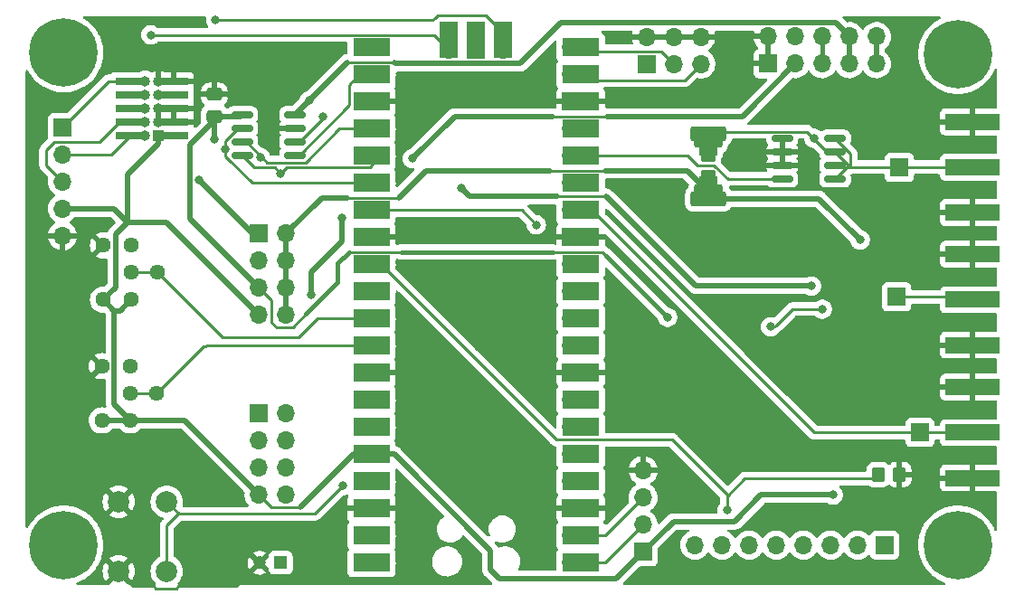
<source format=gbr>
%TF.GenerationSoftware,KiCad,Pcbnew,6.0.1*%
%TF.CreationDate,2022-04-02T05:11:12+02:00*%
%TF.ProjectId,glitcher,676c6974-6368-4657-922e-6b696361645f,4*%
%TF.SameCoordinates,Original*%
%TF.FileFunction,Copper,L1,Top*%
%TF.FilePolarity,Positive*%
%FSLAX46Y46*%
G04 Gerber Fmt 4.6, Leading zero omitted, Abs format (unit mm)*
G04 Created by KiCad (PCBNEW 6.0.1) date 2022-04-02 05:11:12*
%MOMM*%
%LPD*%
G01*
G04 APERTURE LIST*
G04 Aperture macros list*
%AMRoundRect*
0 Rectangle with rounded corners*
0 $1 Rounding radius*
0 $2 $3 $4 $5 $6 $7 $8 $9 X,Y pos of 4 corners*
0 Add a 4 corners polygon primitive as box body*
4,1,4,$2,$3,$4,$5,$6,$7,$8,$9,$2,$3,0*
0 Add four circle primitives for the rounded corners*
1,1,$1+$1,$2,$3*
1,1,$1+$1,$4,$5*
1,1,$1+$1,$6,$7*
1,1,$1+$1,$8,$9*
0 Add four rect primitives between the rounded corners*
20,1,$1+$1,$2,$3,$4,$5,0*
20,1,$1+$1,$4,$5,$6,$7,0*
20,1,$1+$1,$6,$7,$8,$9,0*
20,1,$1+$1,$8,$9,$2,$3,0*%
G04 Aperture macros list end*
%TA.AperFunction,ComponentPad*%
%ADD10C,1.440000*%
%TD*%
%TA.AperFunction,SMDPad,CuDef*%
%ADD11RoundRect,0.250000X0.450000X-0.350000X0.450000X0.350000X-0.450000X0.350000X-0.450000X-0.350000X0*%
%TD*%
%TA.AperFunction,SMDPad,CuDef*%
%ADD12R,5.080000X1.500000*%
%TD*%
%TA.AperFunction,ComponentPad*%
%ADD13C,0.800000*%
%TD*%
%TA.AperFunction,ComponentPad*%
%ADD14C,6.400000*%
%TD*%
%TA.AperFunction,ComponentPad*%
%ADD15R,1.700000X1.700000*%
%TD*%
%TA.AperFunction,ComponentPad*%
%ADD16O,1.700000X1.700000*%
%TD*%
%TA.AperFunction,SMDPad,CuDef*%
%ADD17RoundRect,0.249999X1.075001X-0.450001X1.075001X0.450001X-1.075001X0.450001X-1.075001X-0.450001X0*%
%TD*%
%TA.AperFunction,SMDPad,CuDef*%
%ADD18RoundRect,0.250000X0.350000X0.450000X-0.350000X0.450000X-0.350000X-0.450000X0.350000X-0.450000X0*%
%TD*%
%TA.AperFunction,SMDPad,CuDef*%
%ADD19R,3.500000X1.700000*%
%TD*%
%TA.AperFunction,SMDPad,CuDef*%
%ADD20R,1.700000X3.500000*%
%TD*%
%TA.AperFunction,ComponentPad*%
%ADD21R,1.000000X1.000000*%
%TD*%
%TA.AperFunction,ComponentPad*%
%ADD22O,1.000000X1.000000*%
%TD*%
%TA.AperFunction,SMDPad,CuDef*%
%ADD23R,2.790000X0.740000*%
%TD*%
%TA.AperFunction,SMDPad,CuDef*%
%ADD24RoundRect,0.249999X1.425001X-0.450001X1.425001X0.450001X-1.425001X0.450001X-1.425001X-0.450001X0*%
%TD*%
%TA.AperFunction,SMDPad,CuDef*%
%ADD25RoundRect,0.250000X-0.475000X0.337500X-0.475000X-0.337500X0.475000X-0.337500X0.475000X0.337500X0*%
%TD*%
%TA.AperFunction,ComponentPad*%
%ADD26R,1.200000X1.200000*%
%TD*%
%TA.AperFunction,ComponentPad*%
%ADD27C,1.200000*%
%TD*%
%TA.AperFunction,SMDPad,CuDef*%
%ADD28RoundRect,0.250000X0.625000X-0.400000X0.625000X0.400000X-0.625000X0.400000X-0.625000X-0.400000X0*%
%TD*%
%TA.AperFunction,ComponentPad*%
%ADD29C,2.000000*%
%TD*%
%TA.AperFunction,SMDPad,CuDef*%
%ADD30RoundRect,0.150000X-0.825000X-0.150000X0.825000X-0.150000X0.825000X0.150000X-0.825000X0.150000X0*%
%TD*%
%TA.AperFunction,ViaPad*%
%ADD31C,0.800000*%
%TD*%
%TA.AperFunction,Conductor*%
%ADD32C,0.250000*%
%TD*%
%TA.AperFunction,Conductor*%
%ADD33C,0.500000*%
%TD*%
%TA.AperFunction,Conductor*%
%ADD34C,0.400000*%
%TD*%
G04 APERTURE END LIST*
D10*
%TO.P,REF\u002A\u002A,1*%
%TO.N,+3V3*%
X81026000Y-110998000D03*
%TO.P,REF\u002A\u002A,2*%
%TO.N,ADC1*%
X81026000Y-108458000D03*
%TO.P,REF\u002A\u002A,3*%
%TO.N,GND*%
X81026000Y-105918000D03*
%TD*%
%TO.P,REF\u002A\u002A,1*%
%TO.N,+3V3*%
X81153000Y-99695000D03*
%TO.P,REF\u002A\u002A,2*%
%TO.N,ADC0*%
X81153000Y-97155000D03*
%TO.P,REF\u002A\u002A,3*%
%TO.N,GND*%
X81153000Y-94615000D03*
%TD*%
%TO.P,RV501,1,1*%
%TO.N,+3V3*%
X78371000Y-110998000D03*
%TO.P,RV501,2,2*%
%TO.N,ADC1*%
X83451000Y-108458000D03*
%TO.P,RV501,3,3*%
%TO.N,GND*%
X78371000Y-105918000D03*
%TD*%
%TO.P,RV500,1,1*%
%TO.N,+3V3*%
X78486000Y-99695000D03*
%TO.P,RV500,2,2*%
%TO.N,ADC0*%
X83566000Y-97155000D03*
%TO.P,RV500,3,3*%
%TO.N,GND*%
X78486000Y-94615000D03*
%TD*%
D11*
%TO.P,R300d1,1*%
%TO.N,CB_VCC*%
X135128000Y-88179000D03*
%TO.P,R300d1,2*%
%TO.N,CROWBAR*%
X135128000Y-86179000D03*
%TD*%
D12*
%TO.P,J206,1,Pin_1*%
%TO.N,CROWBAR*%
X159845000Y-87287000D03*
%TO.P,J206,2,Pin_2*%
%TO.N,GND*%
X159845000Y-91537000D03*
X159845000Y-83037000D03*
%TD*%
D13*
%TO.P,H3,1*%
%TO.N,N/C*%
X160896000Y-122682000D03*
X156798944Y-120984944D03*
X158496000Y-125082000D03*
X156798944Y-124379056D03*
X160193056Y-120984944D03*
X160193056Y-124379056D03*
X158496000Y-120282000D03*
D14*
X158496000Y-122682000D03*
D13*
X156096000Y-122682000D03*
%TD*%
D15*
%TO.P,JP300,1*%
%TO.N,VCC_EXT*%
X93091000Y-93472000D03*
D16*
%TO.P,JP300,2*%
%TO.N,DAC_HI*%
X93091000Y-96012000D03*
%TO.P,JP300,3*%
%TO.N,VBUS*%
X93091000Y-98552000D03*
%TO.P,JP300,4*%
%TO.N,+3V3*%
X93091000Y-101092000D03*
%TO.P,JP300,5*%
%TO.N,CB_VCC*%
X95631000Y-96012000D03*
X95631000Y-101092000D03*
X95631000Y-93472000D03*
X95631000Y-98552000D03*
%TD*%
D15*
%TO.P,J207,1,Pin_1*%
%TO.N,GND*%
X140721000Y-77602000D03*
D16*
%TO.P,J207,2,Pin_2*%
X140721000Y-75062000D03*
%TO.P,J207,3,Pin_3*%
%TO.N,+3V3*%
X143261000Y-77602000D03*
%TO.P,J207,4,Pin_4*%
X143261000Y-75062000D03*
%TO.P,J207,5,Pin_5*%
%TO.N,VBUS*%
X145801000Y-77602000D03*
%TO.P,J207,6,Pin_6*%
X145801000Y-75062000D03*
%TO.P,J207,7,Pin_7*%
%TO.N,DAC_HI*%
X148341000Y-77602000D03*
%TO.P,J207,8,Pin_8*%
X148341000Y-75062000D03*
%TO.P,J207,9,Pin_9*%
%TO.N,VCC_EXT*%
X150881000Y-77602000D03*
%TO.P,J207,10,Pin_10*%
X150881000Y-75062000D03*
%TD*%
D15*
%TO.P,J202,1,Pin_1*%
%TO.N,GLITCH_OUT*%
X152776000Y-99441000D03*
%TD*%
D17*
%TO.P,R300b1,1*%
%TO.N,CB_VCC*%
X135128000Y-89579000D03*
%TO.P,R300b1,2*%
%TO.N,CROWBAR*%
X135128000Y-84779000D03*
%TD*%
D15*
%TO.P,J200,1,Pin_1*%
%TO.N,Net-(J200-Pad1)*%
X151638000Y-122682000D03*
D16*
%TO.P,J200,2,Pin_2*%
%TO.N,Net-(J200-Pad2)*%
X149098000Y-122682000D03*
%TO.P,J200,3,Pin_3*%
%TO.N,Net-(J200-Pad3)*%
X146558000Y-122682000D03*
%TO.P,J200,4,Pin_4*%
%TO.N,Net-(J200-Pad4)*%
X144018000Y-122682000D03*
%TO.P,J200,5,Pin_5*%
%TO.N,Net-(J200-Pad5)*%
X141478000Y-122682000D03*
%TO.P,J200,6,Pin_6*%
%TO.N,Net-(J200-Pad6)*%
X138938000Y-122682000D03*
%TO.P,J200,7,Pin_7*%
%TO.N,Net-(J200-Pad7)*%
X136398000Y-122682000D03*
%TO.P,J200,8,Pin_8*%
%TO.N,Net-(J200-Pad8)*%
X133858000Y-122682000D03*
%TD*%
D15*
%TO.P,JP200,1*%
%TO.N,VCC_EXT*%
X93091000Y-110363000D03*
D16*
%TO.P,JP200,2*%
%TO.N,DAC_HI*%
X93091000Y-112903000D03*
%TO.P,JP200,3*%
%TO.N,DAC_LO*%
X93091000Y-115443000D03*
%TO.P,JP200,4*%
%TO.N,+3V3*%
X93091000Y-117983000D03*
%TO.P,JP200,5*%
%TO.N,/gpio/TAR_VCCIO*%
X95631000Y-115443000D03*
X95631000Y-112903000D03*
X95631000Y-110363000D03*
X95631000Y-117983000D03*
%TD*%
D15*
%TO.P,J205,1,Pin_1*%
%TO.N,CROWBAR*%
X153030000Y-87317000D03*
%TD*%
D18*
%TO.P,R200,1*%
%TO.N,GND*%
X153035000Y-116078000D03*
%TO.P,R200,2*%
%TO.N,GPIO_EN*%
X151035000Y-116078000D03*
%TD*%
D16*
%TO.P,U100,1,GPIO0*%
%TO.N,GPIO0*%
X122301000Y-124333000D03*
D19*
X123201000Y-124333000D03*
%TO.P,U100,2,GPIO1*%
%TO.N,GPIO1*%
X123201000Y-121793000D03*
D16*
X122301000Y-121793000D03*
D19*
%TO.P,U100,3,GND*%
%TO.N,GND*%
X123201000Y-119253000D03*
D15*
X122301000Y-119253000D03*
D16*
%TO.P,U100,4,GPIO2*%
%TO.N,GPIO2*%
X122301000Y-116713000D03*
D19*
X123201000Y-116713000D03*
%TO.P,U100,5,GPIO3*%
%TO.N,GPIO3*%
X123201000Y-114173000D03*
D16*
X122301000Y-114173000D03*
D19*
%TO.P,U100,6,GPIO4*%
%TO.N,GPIO4*%
X123201000Y-111633000D03*
D16*
X122301000Y-111633000D03*
%TO.P,U100,7,GPIO5*%
%TO.N,GPIO5*%
X122301000Y-109093000D03*
D19*
X123201000Y-109093000D03*
%TO.P,U100,8,GND*%
%TO.N,GND*%
X123201000Y-106553000D03*
D15*
X122301000Y-106553000D03*
D16*
%TO.P,U100,9,GPIO6*%
%TO.N,GPIO6*%
X122301000Y-104013000D03*
D19*
X123201000Y-104013000D03*
%TO.P,U100,10,GPIO7*%
%TO.N,GPIO7*%
X123201000Y-101473000D03*
D16*
X122301000Y-101473000D03*
%TO.P,U100,11,GPIO8*%
%TO.N,GPIO8*%
X122301000Y-98933000D03*
D19*
X123201000Y-98933000D03*
%TO.P,U100,12,GPIO9*%
%TO.N,GPIO9*%
X123201000Y-96393000D03*
D16*
X122301000Y-96393000D03*
D15*
%TO.P,U100,13,GND*%
%TO.N,GND*%
X122301000Y-93853000D03*
D19*
X123201000Y-93853000D03*
D16*
%TO.P,U100,14,GPIO10*%
%TO.N,TRIG_IN*%
X122301000Y-91313000D03*
D19*
X123201000Y-91313000D03*
D16*
%TO.P,U100,15,GPIO11*%
%TO.N,GLITCH_SIG*%
X122301000Y-88773000D03*
D19*
X123201000Y-88773000D03*
%TO.P,U100,16,GPIO12*%
%TO.N,CB1_G*%
X123201000Y-86233000D03*
D16*
X122301000Y-86233000D03*
%TO.P,U100,17,GPIO13*%
%TO.N,CB2_G*%
X122301000Y-83693000D03*
D19*
X123201000Y-83693000D03*
%TO.P,U100,18,GND*%
%TO.N,GND*%
X123201000Y-81153000D03*
D15*
X122301000Y-81153000D03*
D19*
%TO.P,U100,19,GPIO14*%
%TO.N,PICOEMP_PWM*%
X123201000Y-78613000D03*
D16*
X122301000Y-78613000D03*
%TO.P,U100,20,GPIO15*%
%TO.N,PICOEMP_CHG*%
X122301000Y-76073000D03*
D19*
X123201000Y-76073000D03*
D16*
%TO.P,U100,21,GPIO16*%
%TO.N,MAX_EN*%
X104521000Y-76073000D03*
D19*
X103621000Y-76073000D03*
%TO.P,U100,22,GPIO17*%
%TO.N,DAC_nL*%
X103621000Y-78613000D03*
D16*
X104521000Y-78613000D03*
D15*
%TO.P,U100,23,GND*%
%TO.N,GND*%
X104521000Y-81153000D03*
D19*
X103621000Y-81153000D03*
D16*
%TO.P,U100,24,GPIO18*%
%TO.N,DAC_CLK*%
X104521000Y-83693000D03*
D19*
X103621000Y-83693000D03*
D16*
%TO.P,U100,25,GPIO19*%
%TO.N,DAC_TX*%
X104521000Y-86233000D03*
D19*
X103621000Y-86233000D03*
D16*
%TO.P,U100,26,GPIO20*%
%TO.N,DAC_nCS*%
X104521000Y-88773000D03*
D19*
X103621000Y-88773000D03*
%TO.P,U100,27,GPIO21*%
%TO.N,MAX_SW_A*%
X103621000Y-91313000D03*
D16*
X104521000Y-91313000D03*
D15*
%TO.P,U100,28,GND*%
%TO.N,GND*%
X104521000Y-93853000D03*
D19*
X103621000Y-93853000D03*
D16*
%TO.P,U100,29,GPIO22*%
%TO.N,GPIO_EN*%
X104521000Y-96393000D03*
D19*
X103621000Y-96393000D03*
D16*
%TO.P,U100,30,RUN*%
%TO.N,unconnected-(U100-Pad30)*%
X104521000Y-98933000D03*
D19*
X103621000Y-98933000D03*
D16*
%TO.P,U100,31,GPIO26_ADC0*%
%TO.N,ADC0*%
X104521000Y-101473000D03*
D19*
X103621000Y-101473000D03*
%TO.P,U100,32,GPIO27_ADC1*%
%TO.N,ADC1*%
X103621000Y-104013000D03*
D16*
X104521000Y-104013000D03*
D19*
%TO.P,U100,33,AGND*%
%TO.N,GND*%
X103621000Y-106553000D03*
D15*
X104521000Y-106553000D03*
D16*
%TO.P,U100,34,GPIO28_ADC2*%
%TO.N,ADC2*%
X104521000Y-109093000D03*
D19*
X103621000Y-109093000D03*
%TO.P,U100,35,ADC_VREF*%
%TO.N,+3.3VADC*%
X103621000Y-111633000D03*
D16*
X104521000Y-111633000D03*
%TO.P,U100,36,3V3*%
%TO.N,+3V3*%
X104521000Y-114173000D03*
D19*
X103621000Y-114173000D03*
D16*
%TO.P,U100,37,3V3_EN*%
%TO.N,Net-(D101-Pad2)*%
X104521000Y-116713000D03*
D19*
X103621000Y-116713000D03*
D15*
%TO.P,U100,38,GND*%
%TO.N,GND*%
X104521000Y-119253000D03*
D19*
X103621000Y-119253000D03*
%TO.P,U100,39,VSYS*%
%TO.N,unconnected-(U100-Pad39)*%
X103621000Y-121793000D03*
D16*
X104521000Y-121793000D03*
D19*
%TO.P,U100,40,VBUS*%
%TO.N,VBUS*%
X103621000Y-124333000D03*
D16*
X104521000Y-124333000D03*
%TO.P,U100,41,SWCLK*%
%TO.N,/controller/SWCLK*%
X115951000Y-76303000D03*
D20*
X115951000Y-75403000D03*
%TO.P,U100,42,GND*%
%TO.N,GND*%
X113411000Y-75403000D03*
D15*
X113411000Y-76303000D03*
D16*
%TO.P,U100,43,SWDIO*%
%TO.N,/controller/SWDIO*%
X110871000Y-76303000D03*
D20*
X110871000Y-75403000D03*
%TD*%
D21*
%TO.P,REF\u002A\u002A,1*%
%TO.N,+3V3*%
X83694000Y-84326000D03*
D22*
%TO.P,REF\u002A\u002A,2*%
%TO.N,/controller/SWDIO*%
X82424000Y-84326000D03*
%TO.P,REF\u002A\u002A,3*%
%TO.N,GND*%
X83694000Y-83056000D03*
%TO.P,REF\u002A\u002A,4*%
%TO.N,/controller/SWCLK*%
X82424000Y-83056000D03*
%TO.P,REF\u002A\u002A,5*%
%TO.N,GND*%
X83694000Y-81786000D03*
%TO.P,REF\u002A\u002A,6*%
%TO.N,unconnected-(J102-Pad6)*%
X82424000Y-81786000D03*
%TO.P,REF\u002A\u002A,7*%
%TO.N,unconnected-(J102-Pad7)*%
X83694000Y-80516000D03*
%TO.P,REF\u002A\u002A,8*%
%TO.N,unconnected-(J102-Pad8)*%
X82424000Y-80516000D03*
%TO.P,REF\u002A\u002A,9*%
%TO.N,GND*%
X83694000Y-79246000D03*
%TO.P,REF\u002A\u002A,10*%
%TO.N,Net-(D100-Pad1)*%
X82424000Y-79246000D03*
%TD*%
D23*
%TO.P,J102,1,Pin_1*%
%TO.N,+3V3*%
X85094000Y-84326000D03*
%TO.P,J102,2,Pin_2*%
%TO.N,/controller/SWDIO*%
X81024000Y-84326000D03*
%TO.P,J102,3,Pin_3*%
%TO.N,GND*%
X85094000Y-83056000D03*
%TO.P,J102,4,Pin_4*%
%TO.N,/controller/SWCLK*%
X81024000Y-83056000D03*
%TO.P,J102,5,Pin_5*%
%TO.N,GND*%
X85094000Y-81786000D03*
%TO.P,J102,6,Pin_6*%
%TO.N,unconnected-(J102-Pad6)*%
X81024000Y-81786000D03*
%TO.P,J102,7,Pin_7*%
%TO.N,unconnected-(J102-Pad7)*%
X85094000Y-80516000D03*
%TO.P,J102,8,Pin_8*%
%TO.N,unconnected-(J102-Pad8)*%
X81024000Y-80516000D03*
%TO.P,J102,9,Pin_9*%
%TO.N,GND*%
X85094000Y-79246000D03*
%TO.P,J102,10,Pin_10*%
%TO.N,Net-(D100-Pad1)*%
X81024000Y-79246000D03*
%TD*%
D24*
%TO.P,R300,1*%
%TO.N,CB_VCC*%
X135150000Y-90229000D03*
%TO.P,R300,2*%
%TO.N,CROWBAR*%
X135150000Y-84129000D03*
%TD*%
D25*
%TO.P,C401,1*%
%TO.N,GND*%
X88900000Y-80475000D03*
%TO.P,C401,2*%
%TO.N,VBUS*%
X88900000Y-82550000D03*
%TD*%
D26*
%TO.P,C100,1*%
%TO.N,VBUS*%
X95123000Y-124333000D03*
D27*
%TO.P,C100,2*%
%TO.N,GND*%
X93123000Y-124333000D03*
%TD*%
D28*
%TO.P,R300c1,1*%
%TO.N,CB_VCC*%
X135128000Y-88729000D03*
%TO.P,R300c1,2*%
%TO.N,CROWBAR*%
X135128000Y-85629000D03*
%TD*%
D13*
%TO.P,H2,1*%
%TO.N,N/C*%
X156798944Y-78405056D03*
X156096000Y-76708000D03*
X158496000Y-79108000D03*
X158496000Y-74308000D03*
X160193056Y-78405056D03*
X160896000Y-76708000D03*
X160193056Y-75010944D03*
D14*
X158496000Y-76708000D03*
D13*
X156798944Y-75010944D03*
%TD*%
D15*
%TO.P,J201,1,Pin_1*%
%TO.N,TRIG_IN*%
X154940000Y-112141000D03*
%TD*%
D29*
%TO.P,SW1,1,1*%
%TO.N,~{EMERG_SHDN}*%
X84444400Y-125119200D03*
X84444400Y-118619200D03*
%TO.P,SW1,2,2*%
%TO.N,GND*%
X79944400Y-118619200D03*
X79944400Y-125119200D03*
%TD*%
D30*
%TO.P,U401a,1,Vdd*%
%TO.N,VBUS*%
X91505000Y-82375819D03*
%TO.P,U401a,2,~{CS}*%
%TO.N,DAC_nCS*%
X91505000Y-83645819D03*
%TO.P,U401a,3,SCK*%
%TO.N,DAC_CLK*%
X91505000Y-84915819D03*
%TO.P,U401a,4,SDI*%
%TO.N,DAC_TX*%
X91505000Y-86185819D03*
%TO.P,U401a,5,~{LDAC}*%
%TO.N,DAC_nL*%
X96455000Y-86185819D03*
%TO.P,U401a,6,VB*%
%TO.N,DAC_LO*%
X96455000Y-84915819D03*
%TO.P,U401a,7,Vss*%
%TO.N,GND*%
X96455000Y-83645819D03*
%TO.P,U401a,8,VA*%
%TO.N,DAC_HI*%
X96455000Y-82375819D03*
%TD*%
D15*
%TO.P,J100,1,Pin_1*%
%TO.N,+3V3*%
X129032000Y-123307000D03*
D16*
%TO.P,J100,2,Pin_2*%
%TO.N,GPIO0*%
X129032000Y-120767000D03*
%TO.P,J100,3,Pin_3*%
%TO.N,GPIO1*%
X129032000Y-118227000D03*
%TO.P,J100,4,Pin_4*%
%TO.N,GND*%
X129032000Y-115687000D03*
%TD*%
D15*
%TO.P,J101,1,Pin_1*%
%TO.N,Net-(D100-Pad1)*%
X74676000Y-83566000D03*
D16*
%TO.P,J101,2,Pin_2*%
%TO.N,/controller/SWDIO*%
X74676000Y-86106000D03*
%TO.P,J101,3,Pin_3*%
%TO.N,/controller/SWCLK*%
X74676000Y-88646000D03*
%TO.P,J101,4,Pin_4*%
%TO.N,+3V3*%
X74676000Y-91186000D03*
%TO.P,J101,5,Pin_5*%
%TO.N,GND*%
X74676000Y-93726000D03*
%TD*%
D12*
%TO.P,J204,1,Pin_1*%
%TO.N,GLITCH_OUT*%
X159888000Y-99695000D03*
%TO.P,J204,2,Pin_2*%
%TO.N,GND*%
X159888000Y-103945000D03*
X159888000Y-95445000D03*
%TD*%
D30*
%TO.P,Q300,1,S*%
%TO.N,GND*%
X142051000Y-84582000D03*
%TO.P,Q300,2,S*%
X142051000Y-85852000D03*
%TO.P,Q300,3,S*%
X142051000Y-87122000D03*
%TO.P,Q300,4,G*%
%TO.N,CB1_G*%
X142051000Y-88392000D03*
%TO.P,Q300,5,D*%
%TO.N,CROWBAR*%
X147001000Y-88392000D03*
%TO.P,Q300,6,D*%
X147001000Y-87122000D03*
%TO.P,Q300,7,D*%
X147001000Y-85852000D03*
%TO.P,Q300,8,D*%
X147001000Y-84582000D03*
%TD*%
D12*
%TO.P,J203,1,Pin_1*%
%TO.N,TRIG_IN*%
X159888000Y-112141000D03*
%TO.P,J203,2,Pin_2*%
%TO.N,GND*%
X159888000Y-116391000D03*
X159888000Y-107891000D03*
%TD*%
D13*
%TO.P,H1,1*%
%TO.N,N/C*%
X74803000Y-78981000D03*
X73105944Y-74883944D03*
D14*
X74803000Y-76581000D03*
D13*
X74803000Y-74181000D03*
X73105944Y-78278056D03*
X77203000Y-76581000D03*
X76500056Y-78278056D03*
X72403000Y-76581000D03*
X76500056Y-74883944D03*
%TD*%
D15*
%TO.P,J208,1,Pin_1*%
%TO.N,GLITCH_SIG*%
X129351800Y-77627400D03*
D16*
%TO.P,J208,2,Pin_2*%
%TO.N,GND*%
X129351800Y-75087400D03*
%TO.P,J208,3,Pin_3*%
%TO.N,PICOEMP_CHG*%
X131891800Y-77627400D03*
%TO.P,J208,4,Pin_4*%
%TO.N,GND*%
X131891800Y-75087400D03*
%TO.P,J208,5,Pin_5*%
%TO.N,PICOEMP_PWM*%
X134431800Y-77627400D03*
%TO.P,J208,6,Pin_6*%
%TO.N,GND*%
X134431800Y-75087400D03*
%TD*%
D13*
%TO.P,H4,1*%
%TO.N,N/C*%
X76500056Y-120984944D03*
D14*
X74803000Y-122682000D03*
D13*
X72403000Y-122682000D03*
X76500056Y-124379056D03*
X74803000Y-120282000D03*
X74803000Y-125082000D03*
X77203000Y-122682000D03*
X73105944Y-120984944D03*
X73105944Y-124379056D03*
%TD*%
D31*
%TO.N,/vccout/INHIBIT*%
X140970000Y-102235000D03*
%TO.N,DAC_LO*%
X100838000Y-92075000D03*
X97983519Y-99247481D03*
%TO.N,MAX_SW_A*%
X119030511Y-92678489D03*
%TO.N,GND*%
X148590000Y-90678000D03*
X149098000Y-91567000D03*
X159893000Y-93472000D03*
X159893000Y-105918000D03*
X138938000Y-86487000D03*
X155829000Y-83058000D03*
X155829000Y-116332000D03*
%TO.N,+3V3*%
X107442000Y-86487000D03*
X146812000Y-117983000D03*
%TO.N,/controller/SWDIO*%
X82962511Y-74898489D03*
%TO.N,/controller/SWCLK*%
X89027000Y-73533000D03*
%TO.N,VCC_EXT*%
X87503000Y-88519000D03*
%TO.N,DAC_HI*%
X97790000Y-81026000D03*
%TO.N,GPIO_EN*%
X136906000Y-119380000D03*
%TO.N,DAC_nCS*%
X89916000Y-85598000D03*
%TO.N,DAC_CLK*%
X93218000Y-86360000D03*
%TO.N,DAC_TX*%
X95123000Y-87884000D03*
%TO.N,~{EMERG_SHDN}*%
X100965000Y-117094000D03*
%TO.N,DAC_LO*%
X144780000Y-98425000D03*
X99060000Y-82550000D03*
X112014000Y-89281000D03*
%TO.N,CROWBAR*%
X145034000Y-84582000D03*
%TO.N,VBUS*%
X88900000Y-84709000D03*
X131318000Y-101346000D03*
%TO.N,CB_VCC*%
X149352000Y-94107000D03*
%TO.N,/vccout/INHIBIT*%
X145796000Y-100584000D03*
%TD*%
D32*
%TO.N,/vccout/INHIBIT*%
X140970000Y-102235000D02*
X141351000Y-102235000D01*
X141351000Y-102235000D02*
X141478000Y-102108000D01*
X141478000Y-102108000D02*
X143002000Y-100584000D01*
D33*
%TO.N,+3V3*%
X79540511Y-103593489D02*
X79540511Y-100749511D01*
X81026000Y-110998000D02*
X79540511Y-109512511D01*
X79540511Y-109512511D02*
X79540511Y-103593489D01*
%TO.N,VBUS*%
X88900000Y-82550000D02*
X91330819Y-82550000D01*
X91330819Y-82550000D02*
X91505000Y-82375819D01*
X88900000Y-84709000D02*
X88900000Y-82550000D01*
X86651511Y-85179489D02*
X88900000Y-82931000D01*
X93091000Y-98552000D02*
X86651511Y-92112511D01*
X86651511Y-92112511D02*
X86651511Y-85179489D01*
%TO.N,VCC_EXT*%
X87503000Y-88519000D02*
X92456000Y-93472000D01*
X92456000Y-93472000D02*
X93091000Y-93472000D01*
X150881000Y-77602000D02*
X150881000Y-75062000D01*
%TO.N,DAC_HI*%
X97790000Y-81026000D02*
X97804819Y-81026000D01*
X97804819Y-81026000D02*
X101392330Y-77438489D01*
X96455000Y-82375819D02*
X96455000Y-82361000D01*
X96455000Y-82361000D02*
X97790000Y-81026000D01*
X105734533Y-77477511D02*
X105859533Y-77602511D01*
X105859533Y-77602511D02*
X117469489Y-77602511D01*
X117469489Y-77602511D02*
X117594489Y-77477511D01*
X148341000Y-75062000D02*
X148341000Y-77602000D01*
X121184511Y-73887489D02*
X121309511Y-73762489D01*
X121309511Y-73762489D02*
X147041489Y-73762489D01*
X147041489Y-73762489D02*
X148341000Y-75062000D01*
X117594489Y-77477511D02*
X121184511Y-73887489D01*
%TO.N,DAC_LO*%
X97983519Y-99247481D02*
X97983519Y-97088481D01*
X100838000Y-92075000D02*
X100838000Y-94234000D01*
X100838000Y-94234000D02*
X97983519Y-97088481D01*
D32*
X125603000Y-90043000D02*
X121031000Y-90043000D01*
D33*
X112776000Y-90043000D02*
X112014000Y-89281000D01*
X121031000Y-90043000D02*
X112776000Y-90043000D01*
X125603000Y-90043000D02*
X128714500Y-93154500D01*
X128714500Y-93154500D02*
X133985000Y-98425000D01*
X133985000Y-98425000D02*
X144780000Y-98425000D01*
D32*
%TO.N,MAX_SW_A*%
X104521000Y-91313000D02*
X117665022Y-91313000D01*
X117665022Y-91313000D02*
X119030511Y-92678489D01*
D33*
%TO.N,CB_VCC*%
X145474000Y-90229000D02*
X149352000Y-94107000D01*
%TO.N,+3V3*%
X80772000Y-92456000D02*
X84455000Y-92456000D01*
X84455000Y-92456000D02*
X93091000Y-101092000D01*
X80772000Y-88011000D02*
X80772000Y-92456000D01*
X78486000Y-99695000D02*
X79655511Y-98525489D01*
X79655511Y-98525489D02*
X79655511Y-93572489D01*
X79655511Y-93572489D02*
X80772000Y-92456000D01*
X79540511Y-100749511D02*
X80098489Y-100749511D01*
X80098489Y-100749511D02*
X81153000Y-99695000D01*
X79540511Y-100749511D02*
X78486000Y-99695000D01*
X78371000Y-110998000D02*
X86106000Y-110998000D01*
D32*
%TO.N,ADC1*%
X83451000Y-108458000D02*
X81026000Y-108458000D01*
%TO.N,ADC0*%
X81153000Y-97155000D02*
X83566000Y-97155000D01*
%TO.N,ADC1*%
X83451000Y-108458000D02*
X87884000Y-104025000D01*
X87884000Y-104025000D02*
X88138000Y-104025000D01*
X88138000Y-104013000D02*
X104521000Y-104013000D01*
X88138000Y-104025000D02*
X88138000Y-104013000D01*
%TO.N,ADC0*%
X96774000Y-103251000D02*
X89789000Y-103251000D01*
X83566000Y-97155000D02*
X89662000Y-103251000D01*
X89662000Y-103251000D02*
X89789000Y-103251000D01*
D33*
%TO.N,+3V3*%
X86106000Y-110998000D02*
X93091000Y-117983000D01*
X83694000Y-84326000D02*
X83694000Y-85089000D01*
X83694000Y-85089000D02*
X80772000Y-88011000D01*
D32*
%TO.N,GND*%
X83210400Y-126492000D02*
X83439000Y-126720600D01*
X83439000Y-126720600D02*
X85318600Y-126720600D01*
X79944400Y-125119200D02*
X81317200Y-126492000D01*
X85547200Y-126492000D02*
X90964000Y-126492000D01*
X81317200Y-126492000D02*
X83210400Y-126492000D01*
X85318600Y-126720600D02*
X85547200Y-126492000D01*
X90964000Y-126492000D02*
X93123000Y-124333000D01*
%TO.N,+3V3*%
X93091000Y-117983000D02*
X94265511Y-119157511D01*
D33*
X104521000Y-114173000D02*
X101917022Y-114173000D01*
X74676000Y-91186000D02*
X79502000Y-91186000D01*
X104521000Y-114173000D02*
X105753091Y-114173000D01*
X120554511Y-82518489D02*
X111410511Y-82518489D01*
X140081000Y-117983000D02*
X137609500Y-120454500D01*
D32*
X125634511Y-82518489D02*
X120554511Y-82518489D01*
D33*
X131884500Y-120454500D02*
X129032000Y-123307000D01*
X101917022Y-114173000D02*
X96932511Y-119157511D01*
X114736479Y-123156388D02*
X114736479Y-124998079D01*
X138344511Y-82518489D02*
X125634511Y-82518489D01*
X105753091Y-114173000D02*
X114736479Y-123156388D01*
D32*
X94265511Y-119157511D02*
X96932511Y-119157511D01*
D33*
X79502000Y-91186000D02*
X80772000Y-92456000D01*
X143261000Y-77602000D02*
X138344511Y-82518489D01*
X83694000Y-84326000D02*
X85094000Y-84326000D01*
X129032000Y-123307000D02*
X126482000Y-125857000D01*
X114736479Y-124998079D02*
X115595400Y-125857000D01*
X111410511Y-82518489D02*
X107442000Y-86487000D01*
X131884500Y-120454500D02*
X137609500Y-120454500D01*
X146812000Y-117983000D02*
X140081000Y-117983000D01*
X126482000Y-125857000D02*
X115595400Y-125857000D01*
D32*
%TO.N,Net-(D100-Pad1)*%
X74676000Y-83566000D02*
X78996000Y-79246000D01*
X81024000Y-79246000D02*
X82424000Y-79246000D01*
X78996000Y-79246000D02*
X81024000Y-79246000D01*
%TO.N,GPIO0*%
X122301000Y-124333000D02*
X125466000Y-124333000D01*
X125466000Y-124333000D02*
X129032000Y-120767000D01*
%TO.N,GPIO1*%
X125466000Y-121793000D02*
X129032000Y-118227000D01*
X122301000Y-121793000D02*
X125466000Y-121793000D01*
%TO.N,/controller/SWDIO*%
X90646489Y-74898489D02*
X82962511Y-74898489D01*
X79244000Y-86106000D02*
X81024000Y-84326000D01*
X81024000Y-84326000D02*
X82424000Y-84326000D01*
X109466489Y-74898489D02*
X110871000Y-76303000D01*
X74676000Y-86106000D02*
X79244000Y-86106000D01*
X90646489Y-74898489D02*
X109466489Y-74898489D01*
%TO.N,/controller/SWCLK*%
X78123511Y-84931489D02*
X73945511Y-84931489D01*
X73945511Y-84931489D02*
X73152000Y-85725000D01*
X79999000Y-83056000D02*
X78123511Y-84931489D01*
X115951000Y-74693978D02*
X115951000Y-76303000D01*
X109548889Y-73328489D02*
X109548889Y-73305711D01*
X82424000Y-83056000D02*
X81024000Y-83056000D01*
X109344378Y-73533000D02*
X109548889Y-73328489D01*
X109548889Y-73305711D02*
X109778800Y-73075800D01*
X81024000Y-83056000D02*
X79999000Y-83056000D01*
X73152000Y-87122000D02*
X74676000Y-88646000D01*
X89027000Y-73533000D02*
X109344378Y-73533000D01*
X73152000Y-85725000D02*
X73152000Y-87122000D01*
X114332822Y-73075800D02*
X115951000Y-74693978D01*
X109778800Y-73075800D02*
X114332822Y-73075800D01*
%TO.N,TRIG_IN*%
X122301000Y-91313000D02*
X124206000Y-91313000D01*
X124206000Y-91313000D02*
X145034000Y-112141000D01*
X153312500Y-112141000D02*
X159888000Y-112141000D01*
X145034000Y-112141000D02*
X154940000Y-112141000D01*
%TO.N,GLITCH_OUT*%
X152776000Y-99441000D02*
X159634000Y-99441000D01*
X159634000Y-99441000D02*
X159888000Y-99695000D01*
%TO.N,ADC0*%
X104521000Y-101473000D02*
X98552000Y-101473000D01*
X98552000Y-101473000D02*
X96774000Y-103251000D01*
%TO.N,VCC_EXT*%
X150886000Y-75067000D02*
X150886000Y-77607000D01*
%TO.N,DAC_HI*%
X105695511Y-77438489D02*
X105734533Y-77477511D01*
X101392330Y-77438489D02*
X105695511Y-77438489D01*
X148346000Y-77607000D02*
X148346000Y-75067000D01*
%TO.N,CB1_G*%
X142051000Y-88392000D02*
X136953493Y-88392000D01*
X133223000Y-86233000D02*
X134093520Y-87103520D01*
X135665013Y-87103520D02*
X134093520Y-87103520D01*
X136953493Y-88392000D02*
X135665013Y-87103520D01*
X122301000Y-86233000D02*
X133223000Y-86233000D01*
%TO.N,GPIO_EN*%
X136906000Y-119380000D02*
X136906000Y-118110000D01*
X144780000Y-116459000D02*
X143875000Y-116459000D01*
X138557000Y-116459000D02*
X136906000Y-118110000D01*
X143875000Y-116459000D02*
X138557000Y-116459000D01*
X144780000Y-116459000D02*
X150654000Y-116459000D01*
X136906000Y-117983000D02*
X131730511Y-112807511D01*
X150654000Y-116459000D02*
X151035000Y-116078000D01*
X136906000Y-118110000D02*
X136906000Y-117983000D01*
X131730511Y-112807511D02*
X120935511Y-112807511D01*
X120935511Y-112807511D02*
X104521000Y-96393000D01*
%TO.N,DAC_nCS*%
X89916000Y-86242891D02*
X90205480Y-86532371D01*
X91128928Y-83645819D02*
X91505000Y-83645819D01*
X89916000Y-85598000D02*
X89916000Y-86242891D01*
X90205480Y-86532371D02*
X92446109Y-88773000D01*
X89916000Y-84858747D02*
X91128928Y-83645819D01*
X89916000Y-85598000D02*
X89916000Y-84858747D01*
X92446109Y-88773000D02*
X104521000Y-88773000D01*
%TO.N,DAC_nL*%
X96455000Y-86185819D02*
X96831072Y-86185819D01*
X96831072Y-86185819D02*
X101546489Y-81470402D01*
X102489000Y-78613000D02*
X104521000Y-78613000D01*
X101546489Y-81470402D02*
X101546489Y-79555511D01*
X101546489Y-79555511D02*
X102489000Y-78613000D01*
%TO.N,DAC_CLK*%
X93271627Y-86306373D02*
X91881072Y-84915819D01*
X104521000Y-83693000D02*
X100593891Y-83693000D01*
X93218000Y-86360000D02*
X93271627Y-86306373D01*
X97418891Y-86868000D02*
X93833253Y-86868000D01*
X93833253Y-86868000D02*
X93271627Y-86306373D01*
X100593891Y-83693000D02*
X97418891Y-86868000D01*
X91881072Y-84915819D02*
X91505000Y-84915819D01*
%TO.N,DAC_TX*%
X94556520Y-87317520D02*
X95123000Y-87884000D01*
X103436480Y-87317520D02*
X95699520Y-87317520D01*
X95123000Y-87884000D02*
X95689480Y-87317520D01*
X92636701Y-87317520D02*
X94556520Y-87317520D01*
X104521000Y-86233000D02*
X103436480Y-87317520D01*
X92636701Y-87317520D02*
X91505000Y-86185819D01*
X95689480Y-87317520D02*
X95699520Y-87317520D01*
%TO.N,~{EMERG_SHDN}*%
X85570200Y-119745000D02*
X98314000Y-119745000D01*
X84444400Y-125119200D02*
X84444400Y-120838400D01*
X84444400Y-118619200D02*
X85570200Y-119745000D01*
X98314000Y-119745000D02*
X100965000Y-117094000D01*
X85537800Y-119745000D02*
X84444400Y-120838400D01*
X85570200Y-119745000D02*
X85537800Y-119745000D01*
%TO.N,DAC_LO*%
X96455000Y-84915819D02*
X96831072Y-84915819D01*
X99060000Y-82686891D02*
X99060000Y-82550000D01*
X96831072Y-84915819D02*
X99060000Y-82686891D01*
%TO.N,CROWBAR*%
X147001000Y-85852000D02*
X147015200Y-85852000D01*
X148450200Y-87287000D02*
X159845000Y-87287000D01*
X135150000Y-84757000D02*
X135128000Y-84779000D01*
X143774480Y-83957480D02*
X135321520Y-83957480D01*
X145288000Y-84886800D02*
X144358680Y-83957480D01*
X147001000Y-87122000D02*
X147166000Y-87287000D01*
X147015200Y-85852000D02*
X148450200Y-87287000D01*
X144358680Y-83957480D02*
X143774480Y-83957480D01*
X147001000Y-88392000D02*
X147001000Y-88380600D01*
X135128000Y-84779000D02*
X135128000Y-85629000D01*
X147001000Y-85852000D02*
X146253200Y-85852000D01*
X147001000Y-88380600D02*
X148094600Y-87287000D01*
X146253200Y-85852000D02*
X145288000Y-84886800D01*
X148450200Y-87287000D02*
X148450200Y-86031200D01*
X148450200Y-86031200D02*
X147001000Y-84582000D01*
X147166000Y-87287000D02*
X148094600Y-87287000D01*
X135128000Y-86179000D02*
X135128000Y-85629000D01*
X148094600Y-87287000D02*
X148450200Y-87287000D01*
X135321520Y-83957480D02*
X135150000Y-84129000D01*
X135150000Y-84129000D02*
X135150000Y-84757000D01*
%TO.N,PICOEMP_PWM*%
X134431800Y-77627400D02*
X132912800Y-79146400D01*
X122301000Y-78613000D02*
X122834400Y-79146400D01*
X122834400Y-79146400D02*
X132912800Y-79146400D01*
%TO.N,PICOEMP_CHG*%
X122301000Y-76073000D02*
X122680889Y-76452889D01*
X122680889Y-76452889D02*
X130717289Y-76452889D01*
X131891800Y-77627400D02*
X130717289Y-76452889D01*
D34*
%TO.N,VBUS*%
X86651511Y-85179489D02*
X88582500Y-83248500D01*
D32*
X120554511Y-95218489D02*
X125190489Y-95218489D01*
X101546489Y-95218489D02*
X106394489Y-95218489D01*
D34*
X100457000Y-98044000D02*
X100457000Y-96307978D01*
X100457000Y-96307978D02*
X101546489Y-95218489D01*
D32*
X94265511Y-101822489D02*
X94709533Y-102266511D01*
X93091000Y-98552000D02*
X94265511Y-99726511D01*
X125190489Y-95218489D02*
X125603000Y-95631000D01*
X96234489Y-102266511D02*
X97472500Y-101028500D01*
D34*
X145806000Y-75067000D02*
X145806000Y-77607000D01*
X106394489Y-95218489D02*
X120554511Y-95218489D01*
X131318000Y-101346000D02*
X125603000Y-95631000D01*
X97472500Y-101028500D02*
X100457000Y-98044000D01*
D32*
X94709533Y-102266511D02*
X96234489Y-102266511D01*
X94265511Y-99726511D02*
X94265511Y-101822489D01*
D33*
%TO.N,CB_VCC*%
X95631000Y-93472000D02*
X98964511Y-90138489D01*
D32*
X101314489Y-90138489D02*
X106140489Y-90138489D01*
X120300511Y-87598489D02*
X125444489Y-87598489D01*
D33*
X132302489Y-87598489D02*
X133147489Y-87598489D01*
X135128000Y-89579000D02*
X135128000Y-90207000D01*
X108680489Y-87598489D02*
X120300511Y-87598489D01*
X98964511Y-90138489D02*
X101314489Y-90138489D01*
X135128000Y-90207000D02*
X135150000Y-90229000D01*
X133147489Y-87598489D02*
X135128000Y-89579000D01*
D32*
X135128000Y-89579000D02*
X135128000Y-88729000D01*
X135128000Y-88729000D02*
X135128000Y-88179000D01*
D33*
X125444489Y-87598489D02*
X132302489Y-87598489D01*
X108680489Y-87598489D02*
X106140489Y-90138489D01*
X135150000Y-90229000D02*
X145474000Y-90229000D01*
X95631000Y-93472000D02*
X95631000Y-101092000D01*
D32*
%TO.N,/vccout/INHIBIT*%
X143002000Y-100584000D02*
X145796000Y-100584000D01*
%TD*%
%TA.AperFunction,Conductor*%
%TO.N,GND*%
G36*
X120884621Y-90821502D02*
G01*
X120931114Y-90875158D01*
X120942500Y-90927500D01*
X120942500Y-91233219D01*
X120941787Y-91246607D01*
X120938251Y-91279695D01*
X120938548Y-91284848D01*
X120938548Y-91284851D01*
X120942291Y-91349763D01*
X120942500Y-91357016D01*
X120942500Y-92211134D01*
X120949255Y-92273316D01*
X121000385Y-92409705D01*
X121032559Y-92452635D01*
X121073942Y-92507852D01*
X121098790Y-92574358D01*
X121083737Y-92643741D01*
X121073942Y-92658982D01*
X121006214Y-92749351D01*
X120997676Y-92764946D01*
X120952522Y-92885394D01*
X120948895Y-92900649D01*
X120943369Y-92951514D01*
X120943000Y-92958328D01*
X120943000Y-93580885D01*
X120947475Y-93596124D01*
X120948865Y-93597329D01*
X120956548Y-93599000D01*
X125440884Y-93599000D01*
X125489136Y-93584832D01*
X125560133Y-93584832D01*
X125613729Y-93616633D01*
X135074489Y-103077394D01*
X144530348Y-112533253D01*
X144537888Y-112541539D01*
X144542000Y-112548018D01*
X144547777Y-112553443D01*
X144591651Y-112594643D01*
X144594493Y-112597398D01*
X144614230Y-112617135D01*
X144617427Y-112619615D01*
X144626447Y-112627318D01*
X144658679Y-112657586D01*
X144665625Y-112661405D01*
X144665628Y-112661407D01*
X144676434Y-112667348D01*
X144692953Y-112678199D01*
X144708959Y-112690614D01*
X144716228Y-112693759D01*
X144716232Y-112693762D01*
X144749537Y-112708174D01*
X144760187Y-112713391D01*
X144798940Y-112734695D01*
X144806615Y-112736666D01*
X144806616Y-112736666D01*
X144818562Y-112739733D01*
X144837267Y-112746137D01*
X144855855Y-112754181D01*
X144863678Y-112755420D01*
X144863688Y-112755423D01*
X144899524Y-112761099D01*
X144911144Y-112763505D01*
X144946289Y-112772528D01*
X144953970Y-112774500D01*
X144974224Y-112774500D01*
X144993934Y-112776051D01*
X145013943Y-112779220D01*
X145021835Y-112778474D01*
X145057961Y-112775059D01*
X145069819Y-112774500D01*
X153455500Y-112774500D01*
X153523621Y-112794502D01*
X153570114Y-112848158D01*
X153581500Y-112900500D01*
X153581500Y-113039134D01*
X153588255Y-113101316D01*
X153639385Y-113237705D01*
X153726739Y-113354261D01*
X153843295Y-113441615D01*
X153979684Y-113492745D01*
X154041866Y-113499500D01*
X155838134Y-113499500D01*
X155900316Y-113492745D01*
X156036705Y-113441615D01*
X156153261Y-113354261D01*
X156240615Y-113237705D01*
X156291745Y-113101316D01*
X156298500Y-113039134D01*
X156298500Y-112900500D01*
X156318502Y-112832379D01*
X156372158Y-112785886D01*
X156424500Y-112774500D01*
X156713500Y-112774500D01*
X156781621Y-112794502D01*
X156828114Y-112848158D01*
X156839500Y-112900500D01*
X156839500Y-112939134D01*
X156846255Y-113001316D01*
X156897385Y-113137705D01*
X156984739Y-113254261D01*
X157101295Y-113341615D01*
X157237684Y-113392745D01*
X157299866Y-113399500D01*
X162053000Y-113399500D01*
X162121121Y-113419502D01*
X162167614Y-113473158D01*
X162179000Y-113525500D01*
X162179000Y-115007000D01*
X162158998Y-115075121D01*
X162105342Y-115121614D01*
X162053000Y-115133000D01*
X160160115Y-115133000D01*
X160144876Y-115137475D01*
X160143671Y-115138865D01*
X160142000Y-115146548D01*
X160142000Y-117630884D01*
X160146475Y-117646123D01*
X160147865Y-117647328D01*
X160155548Y-117648999D01*
X162053000Y-117648999D01*
X162121121Y-117669001D01*
X162167614Y-117722657D01*
X162179000Y-117774999D01*
X162179000Y-121248407D01*
X162158998Y-121316528D01*
X162105342Y-121363021D01*
X162035068Y-121373125D01*
X161970488Y-121343631D01*
X161935369Y-121293562D01*
X161923648Y-121263028D01*
X161888532Y-121171547D01*
X161850095Y-121096110D01*
X161713561Y-120828147D01*
X161713557Y-120828140D01*
X161712062Y-120825206D01*
X161681812Y-120778624D01*
X161502152Y-120501971D01*
X161502152Y-120501970D01*
X161500357Y-120499207D01*
X161338953Y-120299890D01*
X161257809Y-120199686D01*
X161257806Y-120199682D01*
X161255734Y-120197124D01*
X160980876Y-119922266D01*
X160965942Y-119910172D01*
X160792907Y-119770051D01*
X160678793Y-119677643D01*
X160676029Y-119675848D01*
X160355564Y-119467736D01*
X160355561Y-119467734D01*
X160352795Y-119465938D01*
X160349861Y-119464443D01*
X160349854Y-119464439D01*
X160009393Y-119290966D01*
X160006453Y-119289468D01*
X159643562Y-119150167D01*
X159268099Y-119049562D01*
X159048174Y-119014729D01*
X158887424Y-118989268D01*
X158887416Y-118989267D01*
X158884176Y-118988754D01*
X158496000Y-118968411D01*
X158107824Y-118988754D01*
X158104584Y-118989267D01*
X158104576Y-118989268D01*
X157943826Y-119014729D01*
X157723901Y-119049562D01*
X157348438Y-119150167D01*
X156985547Y-119289468D01*
X156982607Y-119290966D01*
X156642147Y-119464439D01*
X156642140Y-119464443D01*
X156639206Y-119465938D01*
X156636440Y-119467734D01*
X156636437Y-119467736D01*
X156419221Y-119608797D01*
X156313207Y-119677643D01*
X156199093Y-119770051D01*
X156026059Y-119910172D01*
X156011124Y-119922266D01*
X155736266Y-120197124D01*
X155734194Y-120199682D01*
X155734191Y-120199686D01*
X155653047Y-120299890D01*
X155491643Y-120499207D01*
X155489848Y-120501970D01*
X155489848Y-120501971D01*
X155310189Y-120778624D01*
X155279938Y-120825206D01*
X155278443Y-120828140D01*
X155278439Y-120828147D01*
X155141905Y-121096110D01*
X155103468Y-121171547D01*
X155032680Y-121355955D01*
X154989387Y-121468739D01*
X154964167Y-121534438D01*
X154863562Y-121909901D01*
X154851044Y-121988935D01*
X154806994Y-122267056D01*
X154802754Y-122293824D01*
X154782411Y-122682000D01*
X154802754Y-123070176D01*
X154803267Y-123073416D01*
X154803268Y-123073424D01*
X154828267Y-123231255D01*
X154863562Y-123454099D01*
X154964167Y-123829562D01*
X154965352Y-123832650D01*
X154965353Y-123832652D01*
X154989619Y-123895866D01*
X155103468Y-124192453D01*
X155104966Y-124195393D01*
X155273237Y-124525642D01*
X155279938Y-124538794D01*
X155281734Y-124541560D01*
X155281736Y-124541563D01*
X155473946Y-124837542D01*
X155491643Y-124864793D01*
X155588605Y-124984531D01*
X155714841Y-125140418D01*
X155736266Y-125166876D01*
X156011124Y-125441734D01*
X156013682Y-125443806D01*
X156013686Y-125443809D01*
X156151881Y-125555717D01*
X156313207Y-125686357D01*
X156315970Y-125688152D01*
X156315971Y-125688152D01*
X156604118Y-125875276D01*
X156639205Y-125898062D01*
X156642139Y-125899557D01*
X156642146Y-125899561D01*
X156863557Y-126012375D01*
X156985547Y-126074532D01*
X157230829Y-126168687D01*
X157287257Y-126211773D01*
X157311434Y-126278526D01*
X157295683Y-126347753D01*
X157245005Y-126397475D01*
X157185675Y-126412318D01*
X127303553Y-126412318D01*
X127235432Y-126392316D01*
X127188939Y-126338660D01*
X127178835Y-126268386D01*
X127208329Y-126203806D01*
X127214458Y-126197223D01*
X128709276Y-124702405D01*
X128771588Y-124668379D01*
X128798371Y-124665500D01*
X129930134Y-124665500D01*
X129992316Y-124658745D01*
X130128705Y-124607615D01*
X130245261Y-124520261D01*
X130332615Y-124403705D01*
X130383745Y-124267316D01*
X130390500Y-124205134D01*
X130390500Y-123073371D01*
X130410502Y-123005250D01*
X130427405Y-122984276D01*
X132161776Y-121249905D01*
X132224088Y-121215879D01*
X132250871Y-121213000D01*
X133222772Y-121213000D01*
X133290893Y-121233002D01*
X133337386Y-121286658D01*
X133347490Y-121356932D01*
X133317996Y-121421512D01*
X133280953Y-121450762D01*
X133131607Y-121528507D01*
X133127474Y-121531610D01*
X133127471Y-121531612D01*
X132957100Y-121659530D01*
X132952965Y-121662635D01*
X132913525Y-121703907D01*
X132825170Y-121796365D01*
X132798629Y-121824138D01*
X132795720Y-121828403D01*
X132795714Y-121828411D01*
X132774445Y-121859590D01*
X132672743Y-122008680D01*
X132625715Y-122109993D01*
X132609973Y-122143908D01*
X132578688Y-122211305D01*
X132518989Y-122426570D01*
X132495251Y-122648695D01*
X132495548Y-122653848D01*
X132495548Y-122653851D01*
X132505534Y-122827036D01*
X132508110Y-122871715D01*
X132509247Y-122876761D01*
X132509248Y-122876767D01*
X132518174Y-122916373D01*
X132557222Y-123089639D01*
X132614726Y-123231255D01*
X132634208Y-123279233D01*
X132641266Y-123296616D01*
X132678685Y-123357678D01*
X132755291Y-123482688D01*
X132757987Y-123487088D01*
X132904250Y-123655938D01*
X133076126Y-123798632D01*
X133269000Y-123911338D01*
X133477692Y-123991030D01*
X133482760Y-123992061D01*
X133482763Y-123992062D01*
X133590017Y-124013883D01*
X133696597Y-124035567D01*
X133701772Y-124035757D01*
X133701774Y-124035757D01*
X133914673Y-124043564D01*
X133914677Y-124043564D01*
X133919837Y-124043753D01*
X133924957Y-124043097D01*
X133924959Y-124043097D01*
X134136288Y-124016025D01*
X134136289Y-124016025D01*
X134141416Y-124015368D01*
X134146366Y-124013883D01*
X134350429Y-123952661D01*
X134350434Y-123952659D01*
X134355384Y-123951174D01*
X134555994Y-123852896D01*
X134737860Y-123723173D01*
X134793594Y-123667634D01*
X134838701Y-123622684D01*
X134896096Y-123565489D01*
X134914507Y-123539868D01*
X135026453Y-123384077D01*
X135027776Y-123385028D01*
X135074645Y-123341857D01*
X135144580Y-123329625D01*
X135210026Y-123357144D01*
X135237875Y-123388994D01*
X135297987Y-123487088D01*
X135444250Y-123655938D01*
X135616126Y-123798632D01*
X135809000Y-123911338D01*
X136017692Y-123991030D01*
X136022760Y-123992061D01*
X136022763Y-123992062D01*
X136130017Y-124013883D01*
X136236597Y-124035567D01*
X136241772Y-124035757D01*
X136241774Y-124035757D01*
X136454673Y-124043564D01*
X136454677Y-124043564D01*
X136459837Y-124043753D01*
X136464957Y-124043097D01*
X136464959Y-124043097D01*
X136676288Y-124016025D01*
X136676289Y-124016025D01*
X136681416Y-124015368D01*
X136686366Y-124013883D01*
X136890429Y-123952661D01*
X136890434Y-123952659D01*
X136895384Y-123951174D01*
X137095994Y-123852896D01*
X137277860Y-123723173D01*
X137333594Y-123667634D01*
X137378701Y-123622684D01*
X137436096Y-123565489D01*
X137454507Y-123539868D01*
X137566453Y-123384077D01*
X137567776Y-123385028D01*
X137614645Y-123341857D01*
X137684580Y-123329625D01*
X137750026Y-123357144D01*
X137777875Y-123388994D01*
X137837987Y-123487088D01*
X137984250Y-123655938D01*
X138156126Y-123798632D01*
X138349000Y-123911338D01*
X138557692Y-123991030D01*
X138562760Y-123992061D01*
X138562763Y-123992062D01*
X138670017Y-124013883D01*
X138776597Y-124035567D01*
X138781772Y-124035757D01*
X138781774Y-124035757D01*
X138994673Y-124043564D01*
X138994677Y-124043564D01*
X138999837Y-124043753D01*
X139004957Y-124043097D01*
X139004959Y-124043097D01*
X139216288Y-124016025D01*
X139216289Y-124016025D01*
X139221416Y-124015368D01*
X139226366Y-124013883D01*
X139430429Y-123952661D01*
X139430434Y-123952659D01*
X139435384Y-123951174D01*
X139635994Y-123852896D01*
X139817860Y-123723173D01*
X139873594Y-123667634D01*
X139918701Y-123622684D01*
X139976096Y-123565489D01*
X139994507Y-123539868D01*
X140106453Y-123384077D01*
X140107776Y-123385028D01*
X140154645Y-123341857D01*
X140224580Y-123329625D01*
X140290026Y-123357144D01*
X140317875Y-123388994D01*
X140377987Y-123487088D01*
X140524250Y-123655938D01*
X140696126Y-123798632D01*
X140889000Y-123911338D01*
X141097692Y-123991030D01*
X141102760Y-123992061D01*
X141102763Y-123992062D01*
X141210017Y-124013883D01*
X141316597Y-124035567D01*
X141321772Y-124035757D01*
X141321774Y-124035757D01*
X141534673Y-124043564D01*
X141534677Y-124043564D01*
X141539837Y-124043753D01*
X141544957Y-124043097D01*
X141544959Y-124043097D01*
X141756288Y-124016025D01*
X141756289Y-124016025D01*
X141761416Y-124015368D01*
X141766366Y-124013883D01*
X141970429Y-123952661D01*
X141970434Y-123952659D01*
X141975384Y-123951174D01*
X142175994Y-123852896D01*
X142357860Y-123723173D01*
X142413594Y-123667634D01*
X142458701Y-123622684D01*
X142516096Y-123565489D01*
X142534507Y-123539868D01*
X142646453Y-123384077D01*
X142647776Y-123385028D01*
X142694645Y-123341857D01*
X142764580Y-123329625D01*
X142830026Y-123357144D01*
X142857875Y-123388994D01*
X142917987Y-123487088D01*
X143064250Y-123655938D01*
X143236126Y-123798632D01*
X143429000Y-123911338D01*
X143637692Y-123991030D01*
X143642760Y-123992061D01*
X143642763Y-123992062D01*
X143750017Y-124013883D01*
X143856597Y-124035567D01*
X143861772Y-124035757D01*
X143861774Y-124035757D01*
X144074673Y-124043564D01*
X144074677Y-124043564D01*
X144079837Y-124043753D01*
X144084957Y-124043097D01*
X144084959Y-124043097D01*
X144296288Y-124016025D01*
X144296289Y-124016025D01*
X144301416Y-124015368D01*
X144306366Y-124013883D01*
X144510429Y-123952661D01*
X144510434Y-123952659D01*
X144515384Y-123951174D01*
X144715994Y-123852896D01*
X144897860Y-123723173D01*
X144953594Y-123667634D01*
X144998701Y-123622684D01*
X145056096Y-123565489D01*
X145074507Y-123539868D01*
X145186453Y-123384077D01*
X145187776Y-123385028D01*
X145234645Y-123341857D01*
X145304580Y-123329625D01*
X145370026Y-123357144D01*
X145397875Y-123388994D01*
X145457987Y-123487088D01*
X145604250Y-123655938D01*
X145776126Y-123798632D01*
X145969000Y-123911338D01*
X146177692Y-123991030D01*
X146182760Y-123992061D01*
X146182763Y-123992062D01*
X146290017Y-124013883D01*
X146396597Y-124035567D01*
X146401772Y-124035757D01*
X146401774Y-124035757D01*
X146614673Y-124043564D01*
X146614677Y-124043564D01*
X146619837Y-124043753D01*
X146624957Y-124043097D01*
X146624959Y-124043097D01*
X146836288Y-124016025D01*
X146836289Y-124016025D01*
X146841416Y-124015368D01*
X146846366Y-124013883D01*
X147050429Y-123952661D01*
X147050434Y-123952659D01*
X147055384Y-123951174D01*
X147255994Y-123852896D01*
X147437860Y-123723173D01*
X147493594Y-123667634D01*
X147538701Y-123622684D01*
X147596096Y-123565489D01*
X147614507Y-123539868D01*
X147726453Y-123384077D01*
X147727776Y-123385028D01*
X147774645Y-123341857D01*
X147844580Y-123329625D01*
X147910026Y-123357144D01*
X147937875Y-123388994D01*
X147997987Y-123487088D01*
X148144250Y-123655938D01*
X148316126Y-123798632D01*
X148509000Y-123911338D01*
X148717692Y-123991030D01*
X148722760Y-123992061D01*
X148722763Y-123992062D01*
X148830017Y-124013883D01*
X148936597Y-124035567D01*
X148941772Y-124035757D01*
X148941774Y-124035757D01*
X149154673Y-124043564D01*
X149154677Y-124043564D01*
X149159837Y-124043753D01*
X149164957Y-124043097D01*
X149164959Y-124043097D01*
X149376288Y-124016025D01*
X149376289Y-124016025D01*
X149381416Y-124015368D01*
X149386366Y-124013883D01*
X149590429Y-123952661D01*
X149590434Y-123952659D01*
X149595384Y-123951174D01*
X149795994Y-123852896D01*
X149977860Y-123723173D01*
X150086091Y-123615319D01*
X150148462Y-123581404D01*
X150219268Y-123586592D01*
X150276030Y-123629238D01*
X150293012Y-123660341D01*
X150329795Y-123758458D01*
X150337385Y-123778705D01*
X150424739Y-123895261D01*
X150541295Y-123982615D01*
X150677684Y-124033745D01*
X150739866Y-124040500D01*
X152536134Y-124040500D01*
X152598316Y-124033745D01*
X152734705Y-123982615D01*
X152851261Y-123895261D01*
X152938615Y-123778705D01*
X152989745Y-123642316D01*
X152996500Y-123580134D01*
X152996500Y-121783866D01*
X152989745Y-121721684D01*
X152938615Y-121585295D01*
X152851261Y-121468739D01*
X152734705Y-121381385D01*
X152598316Y-121330255D01*
X152536134Y-121323500D01*
X150739866Y-121323500D01*
X150677684Y-121330255D01*
X150541295Y-121381385D01*
X150424739Y-121468739D01*
X150337385Y-121585295D01*
X150334233Y-121593703D01*
X150292919Y-121703907D01*
X150250277Y-121760671D01*
X150183716Y-121785371D01*
X150114367Y-121770163D01*
X150081743Y-121744476D01*
X150031151Y-121688875D01*
X150031142Y-121688866D01*
X150027670Y-121685051D01*
X150023619Y-121681852D01*
X150023615Y-121681848D01*
X149856414Y-121549800D01*
X149856410Y-121549798D01*
X149852359Y-121546598D01*
X149836114Y-121537630D01*
X149800136Y-121517769D01*
X149656789Y-121438638D01*
X149651920Y-121436914D01*
X149651916Y-121436912D01*
X149451087Y-121365795D01*
X149451083Y-121365794D01*
X149446212Y-121364069D01*
X149441119Y-121363162D01*
X149441116Y-121363161D01*
X149231373Y-121325800D01*
X149231367Y-121325799D01*
X149226284Y-121324894D01*
X149152452Y-121323992D01*
X149008081Y-121322228D01*
X149008079Y-121322228D01*
X149002911Y-121322165D01*
X148782091Y-121355955D01*
X148569756Y-121425357D01*
X148371607Y-121528507D01*
X148367474Y-121531610D01*
X148367471Y-121531612D01*
X148197100Y-121659530D01*
X148192965Y-121662635D01*
X148153525Y-121703907D01*
X148065170Y-121796365D01*
X148038629Y-121824138D01*
X147931201Y-121981621D01*
X147876293Y-122026621D01*
X147805768Y-122034792D01*
X147742021Y-122003538D01*
X147721324Y-121979054D01*
X147640822Y-121854617D01*
X147640820Y-121854614D01*
X147638014Y-121850277D01*
X147487670Y-121685051D01*
X147483619Y-121681852D01*
X147483615Y-121681848D01*
X147316414Y-121549800D01*
X147316410Y-121549798D01*
X147312359Y-121546598D01*
X147296114Y-121537630D01*
X147260136Y-121517769D01*
X147116789Y-121438638D01*
X147111920Y-121436914D01*
X147111916Y-121436912D01*
X146911087Y-121365795D01*
X146911083Y-121365794D01*
X146906212Y-121364069D01*
X146901119Y-121363162D01*
X146901116Y-121363161D01*
X146691373Y-121325800D01*
X146691367Y-121325799D01*
X146686284Y-121324894D01*
X146612452Y-121323992D01*
X146468081Y-121322228D01*
X146468079Y-121322228D01*
X146462911Y-121322165D01*
X146242091Y-121355955D01*
X146029756Y-121425357D01*
X145831607Y-121528507D01*
X145827474Y-121531610D01*
X145827471Y-121531612D01*
X145657100Y-121659530D01*
X145652965Y-121662635D01*
X145613525Y-121703907D01*
X145525170Y-121796365D01*
X145498629Y-121824138D01*
X145391201Y-121981621D01*
X145336293Y-122026621D01*
X145265768Y-122034792D01*
X145202021Y-122003538D01*
X145181324Y-121979054D01*
X145100822Y-121854617D01*
X145100820Y-121854614D01*
X145098014Y-121850277D01*
X144947670Y-121685051D01*
X144943619Y-121681852D01*
X144943615Y-121681848D01*
X144776414Y-121549800D01*
X144776410Y-121549798D01*
X144772359Y-121546598D01*
X144756114Y-121537630D01*
X144720136Y-121517769D01*
X144576789Y-121438638D01*
X144571920Y-121436914D01*
X144571916Y-121436912D01*
X144371087Y-121365795D01*
X144371083Y-121365794D01*
X144366212Y-121364069D01*
X144361119Y-121363162D01*
X144361116Y-121363161D01*
X144151373Y-121325800D01*
X144151367Y-121325799D01*
X144146284Y-121324894D01*
X144072452Y-121323992D01*
X143928081Y-121322228D01*
X143928079Y-121322228D01*
X143922911Y-121322165D01*
X143702091Y-121355955D01*
X143489756Y-121425357D01*
X143291607Y-121528507D01*
X143287474Y-121531610D01*
X143287471Y-121531612D01*
X143117100Y-121659530D01*
X143112965Y-121662635D01*
X143073525Y-121703907D01*
X142985170Y-121796365D01*
X142958629Y-121824138D01*
X142851201Y-121981621D01*
X142796293Y-122026621D01*
X142725768Y-122034792D01*
X142662021Y-122003538D01*
X142641324Y-121979054D01*
X142560822Y-121854617D01*
X142560820Y-121854614D01*
X142558014Y-121850277D01*
X142407670Y-121685051D01*
X142403619Y-121681852D01*
X142403615Y-121681848D01*
X142236414Y-121549800D01*
X142236410Y-121549798D01*
X142232359Y-121546598D01*
X142216114Y-121537630D01*
X142180136Y-121517769D01*
X142036789Y-121438638D01*
X142031920Y-121436914D01*
X142031916Y-121436912D01*
X141831087Y-121365795D01*
X141831083Y-121365794D01*
X141826212Y-121364069D01*
X141821119Y-121363162D01*
X141821116Y-121363161D01*
X141611373Y-121325800D01*
X141611367Y-121325799D01*
X141606284Y-121324894D01*
X141532452Y-121323992D01*
X141388081Y-121322228D01*
X141388079Y-121322228D01*
X141382911Y-121322165D01*
X141162091Y-121355955D01*
X140949756Y-121425357D01*
X140751607Y-121528507D01*
X140747474Y-121531610D01*
X140747471Y-121531612D01*
X140577100Y-121659530D01*
X140572965Y-121662635D01*
X140533525Y-121703907D01*
X140445170Y-121796365D01*
X140418629Y-121824138D01*
X140311201Y-121981621D01*
X140256293Y-122026621D01*
X140185768Y-122034792D01*
X140122021Y-122003538D01*
X140101324Y-121979054D01*
X140020822Y-121854617D01*
X140020820Y-121854614D01*
X140018014Y-121850277D01*
X139867670Y-121685051D01*
X139863619Y-121681852D01*
X139863615Y-121681848D01*
X139696414Y-121549800D01*
X139696410Y-121549798D01*
X139692359Y-121546598D01*
X139676114Y-121537630D01*
X139640136Y-121517769D01*
X139496789Y-121438638D01*
X139491920Y-121436914D01*
X139491916Y-121436912D01*
X139291087Y-121365795D01*
X139291083Y-121365794D01*
X139286212Y-121364069D01*
X139281119Y-121363162D01*
X139281116Y-121363161D01*
X139071373Y-121325800D01*
X139071367Y-121325799D01*
X139066284Y-121324894D01*
X138992452Y-121323992D01*
X138848081Y-121322228D01*
X138848079Y-121322228D01*
X138842911Y-121322165D01*
X138622091Y-121355955D01*
X138409756Y-121425357D01*
X138211607Y-121528507D01*
X138207474Y-121531610D01*
X138207471Y-121531612D01*
X138037100Y-121659530D01*
X138032965Y-121662635D01*
X137993525Y-121703907D01*
X137905170Y-121796365D01*
X137878629Y-121824138D01*
X137771201Y-121981621D01*
X137716293Y-122026621D01*
X137645768Y-122034792D01*
X137582021Y-122003538D01*
X137561324Y-121979054D01*
X137480822Y-121854617D01*
X137480820Y-121854614D01*
X137478014Y-121850277D01*
X137327670Y-121685051D01*
X137323619Y-121681852D01*
X137323615Y-121681848D01*
X137156414Y-121549800D01*
X137156410Y-121549798D01*
X137152359Y-121546598D01*
X136976118Y-121449308D01*
X136926149Y-121398876D01*
X136911377Y-121329433D01*
X136936493Y-121263028D01*
X136993524Y-121220743D01*
X137037013Y-121213000D01*
X137542430Y-121213000D01*
X137561380Y-121214433D01*
X137575615Y-121216599D01*
X137575619Y-121216599D01*
X137582849Y-121217699D01*
X137590141Y-121217106D01*
X137590144Y-121217106D01*
X137635518Y-121213415D01*
X137645733Y-121213000D01*
X137653793Y-121213000D01*
X137667083Y-121211451D01*
X137682007Y-121209711D01*
X137686382Y-121209278D01*
X137751839Y-121203954D01*
X137751842Y-121203953D01*
X137759137Y-121203360D01*
X137766101Y-121201104D01*
X137772060Y-121199913D01*
X137777915Y-121198529D01*
X137785181Y-121197682D01*
X137853827Y-121172765D01*
X137857955Y-121171348D01*
X137920436Y-121151107D01*
X137920438Y-121151106D01*
X137927399Y-121148851D01*
X137933654Y-121145055D01*
X137939128Y-121142549D01*
X137944558Y-121139830D01*
X137951437Y-121137333D01*
X138012476Y-121097314D01*
X138016180Y-121094977D01*
X138078607Y-121057095D01*
X138086984Y-121049697D01*
X138087008Y-121049724D01*
X138090000Y-121047071D01*
X138093233Y-121044368D01*
X138099352Y-121040356D01*
X138152628Y-120984117D01*
X138155006Y-120981675D01*
X140358276Y-118778405D01*
X140420588Y-118744379D01*
X140447371Y-118741500D01*
X146269413Y-118741500D01*
X146343472Y-118765563D01*
X146349902Y-118770235D01*
X146349909Y-118770239D01*
X146355248Y-118774118D01*
X146361276Y-118776802D01*
X146361278Y-118776803D01*
X146510086Y-118843056D01*
X146529712Y-118851794D01*
X146623112Y-118871647D01*
X146710056Y-118890128D01*
X146710061Y-118890128D01*
X146716513Y-118891500D01*
X146907487Y-118891500D01*
X146913939Y-118890128D01*
X146913944Y-118890128D01*
X147000888Y-118871647D01*
X147094288Y-118851794D01*
X147113914Y-118843056D01*
X147262722Y-118776803D01*
X147262724Y-118776802D01*
X147268752Y-118774118D01*
X147274097Y-118770235D01*
X147373823Y-118697779D01*
X147423253Y-118661866D01*
X147446975Y-118635520D01*
X147546621Y-118524852D01*
X147546622Y-118524851D01*
X147551040Y-118519944D01*
X147622931Y-118395425D01*
X147643223Y-118360279D01*
X147643224Y-118360278D01*
X147646527Y-118354556D01*
X147705542Y-118172928D01*
X147708021Y-118149348D01*
X147724814Y-117989565D01*
X147725504Y-117983000D01*
X147723779Y-117966588D01*
X147706232Y-117799635D01*
X147706232Y-117799633D01*
X147705542Y-117793072D01*
X147646527Y-117611444D01*
X147630013Y-117582840D01*
X147556680Y-117455825D01*
X147551040Y-117446056D01*
X147511783Y-117402456D01*
X147423253Y-117304134D01*
X147425132Y-117302442D01*
X147393864Y-117251672D01*
X147395226Y-117180688D01*
X147434749Y-117121710D01*
X147499884Y-117093461D01*
X147515419Y-117092500D01*
X150125240Y-117092500D01*
X150193361Y-117112502D01*
X150203334Y-117119620D01*
X150206516Y-117122133D01*
X150211697Y-117127305D01*
X150274728Y-117166158D01*
X150355288Y-117215816D01*
X150362262Y-117220115D01*
X150411457Y-117236432D01*
X150523611Y-117273632D01*
X150523613Y-117273632D01*
X150530139Y-117275797D01*
X150536975Y-117276497D01*
X150536978Y-117276498D01*
X150580031Y-117280909D01*
X150634600Y-117286500D01*
X151435400Y-117286500D01*
X151438646Y-117286163D01*
X151438650Y-117286163D01*
X151534308Y-117276238D01*
X151534312Y-117276237D01*
X151541166Y-117275526D01*
X151547702Y-117273345D01*
X151547704Y-117273345D01*
X151694109Y-117224500D01*
X151708946Y-117219550D01*
X151859348Y-117126478D01*
X151890971Y-117094800D01*
X151946138Y-117039537D01*
X152008421Y-117005458D01*
X152079241Y-117010461D01*
X152124329Y-117039382D01*
X152206829Y-117121739D01*
X152218240Y-117130751D01*
X152356243Y-117215816D01*
X152369424Y-117221963D01*
X152523710Y-117273138D01*
X152537086Y-117276005D01*
X152631438Y-117285672D01*
X152637854Y-117286000D01*
X152762885Y-117286000D01*
X152778124Y-117281525D01*
X152779329Y-117280135D01*
X152781000Y-117272452D01*
X152781000Y-117267884D01*
X153289000Y-117267884D01*
X153293475Y-117283123D01*
X153294865Y-117284328D01*
X153302548Y-117285999D01*
X153432095Y-117285999D01*
X153438614Y-117285662D01*
X153534206Y-117275743D01*
X153547600Y-117272851D01*
X153701784Y-117221412D01*
X153714962Y-117215239D01*
X153762746Y-117185669D01*
X156840001Y-117185669D01*
X156840371Y-117192490D01*
X156845895Y-117243352D01*
X156849521Y-117258604D01*
X156894676Y-117379054D01*
X156903214Y-117394649D01*
X156979715Y-117496724D01*
X156992276Y-117509285D01*
X157094351Y-117585786D01*
X157109946Y-117594324D01*
X157230394Y-117639478D01*
X157245649Y-117643105D01*
X157296514Y-117648631D01*
X157303328Y-117649000D01*
X159615885Y-117649000D01*
X159631124Y-117644525D01*
X159632329Y-117643135D01*
X159634000Y-117635452D01*
X159634000Y-116663115D01*
X159629525Y-116647876D01*
X159628135Y-116646671D01*
X159620452Y-116645000D01*
X156858116Y-116645000D01*
X156842877Y-116649475D01*
X156841672Y-116650865D01*
X156840001Y-116658548D01*
X156840001Y-117185669D01*
X153762746Y-117185669D01*
X153852807Y-117129937D01*
X153864208Y-117120901D01*
X153978739Y-117006171D01*
X153987751Y-116994760D01*
X154072816Y-116856757D01*
X154078963Y-116843576D01*
X154130138Y-116689290D01*
X154133005Y-116675914D01*
X154142672Y-116581562D01*
X154143000Y-116575146D01*
X154143000Y-116350115D01*
X154138525Y-116334876D01*
X154137135Y-116333671D01*
X154129452Y-116332000D01*
X153307115Y-116332000D01*
X153291876Y-116336475D01*
X153290671Y-116337865D01*
X153289000Y-116345548D01*
X153289000Y-117267884D01*
X152781000Y-117267884D01*
X152781000Y-116118885D01*
X156840000Y-116118885D01*
X156844475Y-116134124D01*
X156845865Y-116135329D01*
X156853548Y-116137000D01*
X159615885Y-116137000D01*
X159631124Y-116132525D01*
X159632329Y-116131135D01*
X159634000Y-116123452D01*
X159634000Y-115151116D01*
X159629525Y-115135877D01*
X159628135Y-115134672D01*
X159620452Y-115133001D01*
X157303331Y-115133001D01*
X157296510Y-115133371D01*
X157245648Y-115138895D01*
X157230396Y-115142521D01*
X157109946Y-115187676D01*
X157094351Y-115196214D01*
X156992276Y-115272715D01*
X156979715Y-115285276D01*
X156903214Y-115387351D01*
X156894676Y-115402946D01*
X156849522Y-115523394D01*
X156845895Y-115538649D01*
X156840369Y-115589514D01*
X156840000Y-115596328D01*
X156840000Y-116118885D01*
X152781000Y-116118885D01*
X152781000Y-115805885D01*
X153289000Y-115805885D01*
X153293475Y-115821124D01*
X153294865Y-115822329D01*
X153302548Y-115824000D01*
X154124884Y-115824000D01*
X154140123Y-115819525D01*
X154141328Y-115818135D01*
X154142999Y-115810452D01*
X154142999Y-115580905D01*
X154142662Y-115574386D01*
X154132743Y-115478794D01*
X154129851Y-115465400D01*
X154078412Y-115311216D01*
X154072239Y-115298038D01*
X153986937Y-115160193D01*
X153977901Y-115148792D01*
X153863171Y-115034261D01*
X153851760Y-115025249D01*
X153713757Y-114940184D01*
X153700576Y-114934037D01*
X153546290Y-114882862D01*
X153532914Y-114879995D01*
X153438562Y-114870328D01*
X153432145Y-114870000D01*
X153307115Y-114870000D01*
X153291876Y-114874475D01*
X153290671Y-114875865D01*
X153289000Y-114883548D01*
X153289000Y-115805885D01*
X152781000Y-115805885D01*
X152781000Y-114888116D01*
X152776525Y-114872877D01*
X152775135Y-114871672D01*
X152767452Y-114870001D01*
X152637905Y-114870001D01*
X152631386Y-114870338D01*
X152535794Y-114880257D01*
X152522400Y-114883149D01*
X152368216Y-114934588D01*
X152355038Y-114940761D01*
X152217193Y-115026063D01*
X152205792Y-115035099D01*
X152124570Y-115116462D01*
X152062287Y-115150541D01*
X151991467Y-115145538D01*
X151946380Y-115116617D01*
X151863488Y-115033870D01*
X151863483Y-115033866D01*
X151858303Y-115028695D01*
X151852072Y-115024854D01*
X151713968Y-114939725D01*
X151713966Y-114939724D01*
X151707738Y-114935885D01*
X151627995Y-114909436D01*
X151546389Y-114882368D01*
X151546387Y-114882368D01*
X151539861Y-114880203D01*
X151533025Y-114879503D01*
X151533022Y-114879502D01*
X151489969Y-114875091D01*
X151435400Y-114869500D01*
X150634600Y-114869500D01*
X150631354Y-114869837D01*
X150631350Y-114869837D01*
X150535692Y-114879762D01*
X150535688Y-114879763D01*
X150528834Y-114880474D01*
X150522298Y-114882655D01*
X150522296Y-114882655D01*
X150505928Y-114888116D01*
X150361054Y-114936450D01*
X150210652Y-115029522D01*
X150085695Y-115154697D01*
X150081855Y-115160927D01*
X150081854Y-115160928D01*
X149999124Y-115295141D01*
X149992885Y-115305262D01*
X149990581Y-115312209D01*
X149947200Y-115443000D01*
X149937203Y-115473139D01*
X149936503Y-115479975D01*
X149936502Y-115479978D01*
X149934110Y-115503324D01*
X149926500Y-115577600D01*
X149926500Y-115699500D01*
X149906498Y-115767621D01*
X149852842Y-115814114D01*
X149800500Y-115825500D01*
X138635768Y-115825500D01*
X138624585Y-115824973D01*
X138617092Y-115823298D01*
X138609166Y-115823547D01*
X138609165Y-115823547D01*
X138549002Y-115825438D01*
X138545044Y-115825500D01*
X138517144Y-115825500D01*
X138513154Y-115826004D01*
X138501320Y-115826936D01*
X138457111Y-115828326D01*
X138449495Y-115830539D01*
X138449493Y-115830539D01*
X138437652Y-115833979D01*
X138418293Y-115837988D01*
X138416983Y-115838154D01*
X138398203Y-115840526D01*
X138390837Y-115843442D01*
X138390831Y-115843444D01*
X138357098Y-115856800D01*
X138345868Y-115860645D01*
X138311017Y-115870770D01*
X138303407Y-115872981D01*
X138296584Y-115877016D01*
X138285966Y-115883295D01*
X138268213Y-115891992D01*
X138260568Y-115895019D01*
X138249383Y-115899448D01*
X138242968Y-115904109D01*
X138213612Y-115925437D01*
X138203695Y-115931951D01*
X138165638Y-115954458D01*
X138151317Y-115968779D01*
X138136284Y-115981619D01*
X138119893Y-115993528D01*
X138114842Y-115999634D01*
X138091702Y-116027605D01*
X138083712Y-116036384D01*
X137058595Y-117061501D01*
X136996283Y-117095527D01*
X136925468Y-117090462D01*
X136880405Y-117061501D01*
X134593280Y-114774375D01*
X132234163Y-112415258D01*
X132226623Y-112406972D01*
X132222511Y-112400493D01*
X132172859Y-112353867D01*
X132170018Y-112351113D01*
X132150281Y-112331376D01*
X132147084Y-112328896D01*
X132138062Y-112321191D01*
X132111611Y-112296352D01*
X132105832Y-112290925D01*
X132098886Y-112287106D01*
X132098883Y-112287104D01*
X132088077Y-112281163D01*
X132071558Y-112270312D01*
X132071094Y-112269952D01*
X132055552Y-112257897D01*
X132048283Y-112254752D01*
X132048279Y-112254749D01*
X132014974Y-112240337D01*
X132004324Y-112235120D01*
X131965571Y-112213816D01*
X131945948Y-112208778D01*
X131927245Y-112202374D01*
X131915931Y-112197478D01*
X131915930Y-112197478D01*
X131908656Y-112194330D01*
X131900833Y-112193091D01*
X131900823Y-112193088D01*
X131864987Y-112187412D01*
X131853367Y-112185006D01*
X131818222Y-112175983D01*
X131818221Y-112175983D01*
X131810541Y-112174011D01*
X131790287Y-112174011D01*
X131770576Y-112172460D01*
X131758397Y-112170531D01*
X131750568Y-112169291D01*
X131742676Y-112170037D01*
X131706550Y-112173452D01*
X131694692Y-112174011D01*
X125585500Y-112174011D01*
X125517379Y-112154009D01*
X125470886Y-112100353D01*
X125459500Y-112048011D01*
X125459500Y-110734866D01*
X125452745Y-110672684D01*
X125401615Y-110536295D01*
X125328370Y-110438564D01*
X125303522Y-110372059D01*
X125318575Y-110302676D01*
X125328370Y-110287435D01*
X125401615Y-110189705D01*
X125452745Y-110053316D01*
X125459500Y-109991134D01*
X125459500Y-108194866D01*
X125452745Y-108132684D01*
X125401615Y-107996295D01*
X125328058Y-107898148D01*
X125303210Y-107831642D01*
X125318263Y-107762259D01*
X125328058Y-107747018D01*
X125395786Y-107656649D01*
X125404324Y-107641054D01*
X125449478Y-107520606D01*
X125453105Y-107505351D01*
X125458631Y-107454486D01*
X125459000Y-107447672D01*
X125459000Y-106825115D01*
X125454525Y-106809876D01*
X125453135Y-106808671D01*
X125445452Y-106807000D01*
X120961116Y-106807000D01*
X120945877Y-106811475D01*
X120944672Y-106812865D01*
X120943001Y-106820548D01*
X120943001Y-107447669D01*
X120943371Y-107454490D01*
X120948895Y-107505352D01*
X120952521Y-107520604D01*
X120997676Y-107641054D01*
X121006214Y-107656649D01*
X121073942Y-107747018D01*
X121098790Y-107813525D01*
X121083737Y-107882907D01*
X121073942Y-107898148D01*
X121000385Y-107996295D01*
X120949255Y-108132684D01*
X120942500Y-108194866D01*
X120942500Y-109013219D01*
X120941787Y-109026607D01*
X120938251Y-109059695D01*
X120938548Y-109064848D01*
X120938548Y-109064851D01*
X120942291Y-109129763D01*
X120942500Y-109137016D01*
X120942500Y-109991134D01*
X120949255Y-110053316D01*
X121000385Y-110189705D01*
X121073630Y-110287435D01*
X121098478Y-110353941D01*
X121083425Y-110423324D01*
X121073632Y-110438562D01*
X121000385Y-110536295D01*
X120949255Y-110672684D01*
X120942500Y-110734866D01*
X120942500Y-111553219D01*
X120941787Y-111566607D01*
X120938251Y-111599695D01*
X120938548Y-111604853D01*
X120938422Y-111610024D01*
X120936914Y-111609987D01*
X120922410Y-111672485D01*
X120871518Y-111721988D01*
X120801942Y-111736118D01*
X120735771Y-111710389D01*
X120723574Y-111699670D01*
X113397903Y-104373998D01*
X105916405Y-96892500D01*
X105882379Y-96830188D01*
X105879500Y-96803405D01*
X105879500Y-96490856D01*
X105880578Y-96474409D01*
X105882092Y-96462908D01*
X105882529Y-96459590D01*
X105883169Y-96433388D01*
X105884074Y-96396365D01*
X105884074Y-96396361D01*
X105884156Y-96393000D01*
X105879924Y-96341524D01*
X105879500Y-96331200D01*
X105879500Y-95977989D01*
X105899502Y-95909868D01*
X105953158Y-95863375D01*
X106005500Y-95851989D01*
X106045101Y-95851989D01*
X106090871Y-95860596D01*
X106209918Y-95907011D01*
X106209921Y-95907012D01*
X106216998Y-95909771D01*
X106224531Y-95910763D01*
X106224532Y-95910763D01*
X106336017Y-95925440D01*
X106347783Y-95926989D01*
X120597514Y-95926989D01*
X120656142Y-95919894D01*
X120717212Y-95912504D01*
X120717215Y-95912503D01*
X120724753Y-95911591D01*
X120731854Y-95908908D01*
X120731857Y-95908907D01*
X120753634Y-95900678D01*
X120771963Y-95893752D01*
X120842755Y-95888384D01*
X120905213Y-95922141D01*
X120939505Y-95984307D01*
X120942500Y-96011618D01*
X120942500Y-96313219D01*
X120941787Y-96326607D01*
X120938251Y-96359695D01*
X120938548Y-96364848D01*
X120938548Y-96364851D01*
X120942291Y-96429763D01*
X120942500Y-96437016D01*
X120942500Y-97291134D01*
X120949255Y-97353316D01*
X121000385Y-97489705D01*
X121052237Y-97558891D01*
X121073630Y-97587435D01*
X121098478Y-97653941D01*
X121083425Y-97723324D01*
X121073632Y-97738562D01*
X121000385Y-97836295D01*
X120949255Y-97972684D01*
X120942500Y-98034866D01*
X120942500Y-98853219D01*
X120941787Y-98866607D01*
X120938251Y-98899695D01*
X120938548Y-98904848D01*
X120938548Y-98904851D01*
X120942291Y-98969763D01*
X120942500Y-98977016D01*
X120942500Y-99831134D01*
X120949255Y-99893316D01*
X121000385Y-100029705D01*
X121069376Y-100121759D01*
X121073630Y-100127435D01*
X121098478Y-100193941D01*
X121083425Y-100263324D01*
X121073632Y-100278562D01*
X121000385Y-100376295D01*
X120949255Y-100512684D01*
X120942500Y-100574866D01*
X120942500Y-101393219D01*
X120941787Y-101406607D01*
X120938251Y-101439695D01*
X120938548Y-101444848D01*
X120938548Y-101444851D01*
X120942291Y-101509763D01*
X120942500Y-101517016D01*
X120942500Y-102371134D01*
X120949255Y-102433316D01*
X121000385Y-102569705D01*
X121072860Y-102666408D01*
X121073630Y-102667435D01*
X121098478Y-102733941D01*
X121083425Y-102803324D01*
X121073632Y-102818562D01*
X121000385Y-102916295D01*
X120949255Y-103052684D01*
X120942500Y-103114866D01*
X120942500Y-103933219D01*
X120941787Y-103946607D01*
X120938251Y-103979695D01*
X120938548Y-103984848D01*
X120938548Y-103984851D01*
X120942291Y-104049763D01*
X120942500Y-104057016D01*
X120942500Y-104911134D01*
X120949255Y-104973316D01*
X121000385Y-105109705D01*
X121042463Y-105165850D01*
X121073942Y-105207852D01*
X121098790Y-105274358D01*
X121083737Y-105343741D01*
X121073942Y-105358982D01*
X121006214Y-105449351D01*
X120997676Y-105464946D01*
X120952522Y-105585394D01*
X120948895Y-105600649D01*
X120943369Y-105651514D01*
X120943000Y-105658328D01*
X120943000Y-106280885D01*
X120947475Y-106296124D01*
X120948865Y-106297329D01*
X120956548Y-106299000D01*
X125440884Y-106299000D01*
X125456123Y-106294525D01*
X125457328Y-106293135D01*
X125458999Y-106285452D01*
X125458999Y-105658331D01*
X125458629Y-105651510D01*
X125453105Y-105600648D01*
X125449479Y-105585396D01*
X125404324Y-105464946D01*
X125395786Y-105449351D01*
X125328058Y-105358982D01*
X125303210Y-105292475D01*
X125318263Y-105223093D01*
X125328058Y-105207852D01*
X125359537Y-105165850D01*
X125401615Y-105109705D01*
X125452745Y-104973316D01*
X125459500Y-104911134D01*
X125459500Y-103114866D01*
X125452745Y-103052684D01*
X125401615Y-102916295D01*
X125328370Y-102818564D01*
X125303522Y-102752059D01*
X125318575Y-102682676D01*
X125328370Y-102667435D01*
X125329140Y-102666408D01*
X125401615Y-102569705D01*
X125452745Y-102433316D01*
X125459500Y-102371134D01*
X125459500Y-100574866D01*
X125452745Y-100512684D01*
X125401615Y-100376295D01*
X125328370Y-100278564D01*
X125303522Y-100212059D01*
X125318575Y-100142676D01*
X125328370Y-100127435D01*
X125332624Y-100121759D01*
X125401615Y-100029705D01*
X125452745Y-99893316D01*
X125459500Y-99831134D01*
X125459500Y-98034866D01*
X125452745Y-97972684D01*
X125401615Y-97836295D01*
X125328370Y-97738564D01*
X125303522Y-97672059D01*
X125318575Y-97602676D01*
X125328370Y-97587435D01*
X125349763Y-97558891D01*
X125401615Y-97489705D01*
X125452745Y-97353316D01*
X125459500Y-97291134D01*
X125459500Y-96793660D01*
X125479502Y-96725539D01*
X125533158Y-96679046D01*
X125603432Y-96668942D01*
X125668012Y-96698436D01*
X125674595Y-96704565D01*
X130383335Y-101413305D01*
X130417361Y-101475617D01*
X130419550Y-101489228D01*
X130424458Y-101535928D01*
X130483473Y-101717556D01*
X130578960Y-101882944D01*
X130706747Y-102024866D01*
X130861248Y-102137118D01*
X130867276Y-102139802D01*
X130867278Y-102139803D01*
X131027734Y-102211242D01*
X131035712Y-102214794D01*
X131099888Y-102228435D01*
X131216056Y-102253128D01*
X131216061Y-102253128D01*
X131222513Y-102254500D01*
X131413487Y-102254500D01*
X131419939Y-102253128D01*
X131419944Y-102253128D01*
X131536112Y-102228435D01*
X131600288Y-102214794D01*
X131608266Y-102211242D01*
X131768722Y-102139803D01*
X131768724Y-102139802D01*
X131774752Y-102137118D01*
X131929253Y-102024866D01*
X132057040Y-101882944D01*
X132152527Y-101717556D01*
X132211542Y-101535928D01*
X132216107Y-101492500D01*
X132230814Y-101352565D01*
X132231504Y-101346000D01*
X132229599Y-101327872D01*
X132212232Y-101162635D01*
X132212232Y-101162633D01*
X132211542Y-101156072D01*
X132152527Y-100974444D01*
X132137028Y-100947598D01*
X132082886Y-100853822D01*
X132057040Y-100809056D01*
X132048104Y-100799131D01*
X131933675Y-100672045D01*
X131933674Y-100672044D01*
X131929253Y-100667134D01*
X131806961Y-100578283D01*
X131780094Y-100558763D01*
X131780093Y-100558762D01*
X131774752Y-100554882D01*
X131768724Y-100552198D01*
X131768722Y-100552197D01*
X131606319Y-100479891D01*
X131606318Y-100479891D01*
X131600288Y-100477206D01*
X131500105Y-100455911D01*
X131447432Y-100444715D01*
X131384534Y-100410563D01*
X126076264Y-95102294D01*
X126073577Y-95099607D01*
X125972718Y-95020524D01*
X125965793Y-95017397D01*
X125965791Y-95017396D01*
X125840010Y-94960603D01*
X125802767Y-94934862D01*
X125694141Y-94826236D01*
X125686601Y-94817950D01*
X125682489Y-94811471D01*
X125632836Y-94764844D01*
X125629995Y-94762090D01*
X125610259Y-94742354D01*
X125607062Y-94739874D01*
X125598040Y-94732169D01*
X125571589Y-94707330D01*
X125565810Y-94701903D01*
X125558864Y-94698084D01*
X125558861Y-94698082D01*
X125548055Y-94692141D01*
X125531536Y-94681290D01*
X125521793Y-94673733D01*
X125521794Y-94673733D01*
X125515531Y-94668876D01*
X125516125Y-94668110D01*
X125472407Y-94621285D01*
X125459000Y-94564728D01*
X125459000Y-94125115D01*
X125454525Y-94109876D01*
X125453135Y-94108671D01*
X125445452Y-94107000D01*
X120961116Y-94107000D01*
X120945877Y-94111475D01*
X120944672Y-94112865D01*
X120943001Y-94120548D01*
X120943001Y-94425109D01*
X120922999Y-94493230D01*
X120869343Y-94539723D01*
X120799069Y-94549827D01*
X120771233Y-94542502D01*
X120732002Y-94527207D01*
X120724469Y-94526215D01*
X120724468Y-94526215D01*
X120605304Y-94510527D01*
X120605303Y-94510527D01*
X120601217Y-94509989D01*
X106351486Y-94509989D01*
X106300402Y-94516171D01*
X106231788Y-94524474D01*
X106231785Y-94524475D01*
X106224247Y-94525387D01*
X106217146Y-94528070D01*
X106217143Y-94528071D01*
X106088040Y-94576855D01*
X106043502Y-94584989D01*
X106005000Y-94584989D01*
X105936879Y-94564987D01*
X105890386Y-94511331D01*
X105879000Y-94458989D01*
X105879000Y-94125115D01*
X105874525Y-94109876D01*
X105873135Y-94108671D01*
X105865452Y-94107000D01*
X103885000Y-94107000D01*
X103816879Y-94086998D01*
X103770386Y-94033342D01*
X103759000Y-93981000D01*
X103759000Y-93725000D01*
X103779002Y-93656879D01*
X103832658Y-93610386D01*
X103885000Y-93599000D01*
X105860884Y-93599000D01*
X105876123Y-93594525D01*
X105877328Y-93593135D01*
X105878999Y-93585452D01*
X105878999Y-92958331D01*
X105878629Y-92951510D01*
X105873105Y-92900648D01*
X105869479Y-92885396D01*
X105824324Y-92764946D01*
X105815786Y-92749351D01*
X105748058Y-92658982D01*
X105723210Y-92592475D01*
X105738263Y-92523093D01*
X105748058Y-92507852D01*
X105789441Y-92452635D01*
X105821615Y-92409705D01*
X105872745Y-92273316D01*
X105879500Y-92211134D01*
X105879500Y-92072500D01*
X105899502Y-92004379D01*
X105953158Y-91957886D01*
X106005500Y-91946500D01*
X117350428Y-91946500D01*
X117418549Y-91966502D01*
X117439523Y-91983405D01*
X118083389Y-92627271D01*
X118117415Y-92689583D01*
X118119603Y-92703192D01*
X118136969Y-92868417D01*
X118195984Y-93050045D01*
X118199287Y-93055767D01*
X118199288Y-93055768D01*
X118202755Y-93061773D01*
X118291471Y-93215433D01*
X118295889Y-93220340D01*
X118295890Y-93220341D01*
X118414836Y-93352444D01*
X118419258Y-93357355D01*
X118573759Y-93469607D01*
X118579787Y-93472291D01*
X118579789Y-93472292D01*
X118728698Y-93538590D01*
X118748223Y-93547283D01*
X118832271Y-93565148D01*
X118928567Y-93585617D01*
X118928572Y-93585617D01*
X118935024Y-93586989D01*
X119125998Y-93586989D01*
X119132450Y-93585617D01*
X119132455Y-93585617D01*
X119228751Y-93565148D01*
X119312799Y-93547283D01*
X119332324Y-93538590D01*
X119481233Y-93472292D01*
X119481235Y-93472291D01*
X119487263Y-93469607D01*
X119641764Y-93357355D01*
X119646186Y-93352444D01*
X119765132Y-93220341D01*
X119765133Y-93220340D01*
X119769551Y-93215433D01*
X119858267Y-93061773D01*
X119861734Y-93055768D01*
X119861735Y-93055767D01*
X119865038Y-93050045D01*
X119924053Y-92868417D01*
X119931770Y-92794999D01*
X119943325Y-92685054D01*
X119944015Y-92678489D01*
X119933478Y-92578238D01*
X119924743Y-92495124D01*
X119924743Y-92495122D01*
X119924053Y-92488561D01*
X119865038Y-92306933D01*
X119858186Y-92295064D01*
X119812166Y-92215357D01*
X119769551Y-92141545D01*
X119755599Y-92126049D01*
X119646186Y-92004534D01*
X119646185Y-92004533D01*
X119641764Y-91999623D01*
X119542668Y-91927625D01*
X119492605Y-91891252D01*
X119492604Y-91891251D01*
X119487263Y-91887371D01*
X119481235Y-91884687D01*
X119481233Y-91884686D01*
X119318830Y-91812380D01*
X119318829Y-91812380D01*
X119312799Y-91809695D01*
X119219398Y-91789842D01*
X119132455Y-91771361D01*
X119132450Y-91771361D01*
X119125998Y-91769989D01*
X119070106Y-91769989D01*
X119001985Y-91749987D01*
X118981010Y-91733084D01*
X118264522Y-91016595D01*
X118230497Y-90954283D01*
X118235562Y-90883467D01*
X118278109Y-90826632D01*
X118344629Y-90801821D01*
X118353618Y-90801500D01*
X120816500Y-90801500D01*
X120884621Y-90821502D01*
G37*
%TD.AperFunction*%
%TA.AperFunction,Conductor*%
G36*
X106006409Y-115515224D02*
G01*
X106051668Y-115544258D01*
X110385673Y-119878263D01*
X110419699Y-119940575D01*
X110414634Y-120011390D01*
X110372087Y-120068226D01*
X110359580Y-120076476D01*
X110359330Y-120076621D01*
X110354347Y-120078944D01*
X110349846Y-120082096D01*
X110349842Y-120082098D01*
X110178473Y-120202092D01*
X110178470Y-120202094D01*
X110173962Y-120205251D01*
X110018251Y-120360962D01*
X110015094Y-120365470D01*
X110015092Y-120365473D01*
X109895101Y-120536838D01*
X109891944Y-120541347D01*
X109889621Y-120546329D01*
X109889618Y-120546334D01*
X109872564Y-120582907D01*
X109798880Y-120740924D01*
X109741885Y-120953629D01*
X109722693Y-121173000D01*
X109741885Y-121392371D01*
X109798880Y-121605076D01*
X109818163Y-121646428D01*
X109889618Y-121799666D01*
X109889621Y-121799671D01*
X109891944Y-121804653D01*
X109895100Y-121809160D01*
X109895101Y-121809162D01*
X109963407Y-121906712D01*
X110018251Y-121985038D01*
X110173962Y-122140749D01*
X110354346Y-122267056D01*
X110553924Y-122360120D01*
X110766629Y-122417115D01*
X110986000Y-122436307D01*
X111205371Y-122417115D01*
X111418076Y-122360120D01*
X111617654Y-122267056D01*
X111798038Y-122140749D01*
X111953749Y-121985038D01*
X111957939Y-121979054D01*
X112076902Y-121809158D01*
X112076904Y-121809154D01*
X112080056Y-121804653D01*
X112082379Y-121799670D01*
X112082524Y-121799420D01*
X112133907Y-121750428D01*
X112203621Y-121736993D01*
X112269531Y-121763380D01*
X112280737Y-121773327D01*
X113941074Y-123433664D01*
X113975100Y-123495976D01*
X113977979Y-123522759D01*
X113977979Y-124931009D01*
X113976546Y-124949959D01*
X113974460Y-124963673D01*
X113973280Y-124971428D01*
X113973873Y-124978720D01*
X113973873Y-124978723D01*
X113977564Y-125024097D01*
X113977979Y-125034312D01*
X113977979Y-125042372D01*
X113978404Y-125046016D01*
X113981268Y-125070586D01*
X113981701Y-125074961D01*
X113986342Y-125132012D01*
X113987619Y-125147716D01*
X113989875Y-125154680D01*
X113991066Y-125160639D01*
X113992450Y-125166494D01*
X113993297Y-125173760D01*
X114018214Y-125242406D01*
X114019631Y-125246534D01*
X114037484Y-125301642D01*
X114042128Y-125315978D01*
X114045924Y-125322233D01*
X114048430Y-125327707D01*
X114051149Y-125333137D01*
X114053646Y-125340016D01*
X114057659Y-125346136D01*
X114057659Y-125346137D01*
X114093665Y-125401055D01*
X114096002Y-125404759D01*
X114133884Y-125467186D01*
X114137600Y-125471394D01*
X114137601Y-125471395D01*
X114141282Y-125475563D01*
X114141255Y-125475587D01*
X114143908Y-125478579D01*
X114146611Y-125481812D01*
X114150623Y-125487931D01*
X114155935Y-125492963D01*
X114206862Y-125541207D01*
X114209304Y-125543585D01*
X114862942Y-126197223D01*
X114896968Y-126259535D01*
X114891903Y-126330350D01*
X114849356Y-126387186D01*
X114782836Y-126411997D01*
X114773847Y-126412318D01*
X85594633Y-126412318D01*
X85526512Y-126392316D01*
X85480019Y-126338660D01*
X85469915Y-126268386D01*
X85499409Y-126203806D01*
X85507246Y-126196026D01*
X85507105Y-126195885D01*
X85510613Y-126192377D01*
X85514369Y-126189169D01*
X85668576Y-126008616D01*
X85671155Y-126004408D01*
X85671159Y-126004402D01*
X85790054Y-125810383D01*
X85792640Y-125806163D01*
X85794629Y-125801363D01*
X85881611Y-125591367D01*
X85881612Y-125591365D01*
X85883505Y-125586794D01*
X85908854Y-125481208D01*
X85937780Y-125360724D01*
X85937781Y-125360718D01*
X85938935Y-125355911D01*
X85945359Y-125274294D01*
X92546066Y-125274294D01*
X92555948Y-125286783D01*
X92587239Y-125307691D01*
X92597349Y-125313181D01*
X92773835Y-125389005D01*
X92784778Y-125392560D01*
X92972120Y-125434952D01*
X92983530Y-125436454D01*
X93175469Y-125443995D01*
X93186951Y-125443393D01*
X93377045Y-125415832D01*
X93388240Y-125413144D01*
X93570131Y-125351400D01*
X93580628Y-125346726D01*
X93691032Y-125284898D01*
X93700895Y-125274821D01*
X93697940Y-125267151D01*
X93135811Y-124705021D01*
X93121868Y-124697408D01*
X93120034Y-124697539D01*
X93113420Y-124701790D01*
X92552259Y-125262952D01*
X92546066Y-125274294D01*
X85945359Y-125274294D01*
X85957565Y-125119200D01*
X85938935Y-124882489D01*
X85936073Y-124870565D01*
X85895553Y-124701790D01*
X85883505Y-124651606D01*
X85874733Y-124630428D01*
X85794535Y-124436811D01*
X85794533Y-124436807D01*
X85792640Y-124432237D01*
X85775795Y-124404749D01*
X85717511Y-124309638D01*
X92011012Y-124309638D01*
X92023575Y-124501304D01*
X92025376Y-124512674D01*
X92072657Y-124698843D01*
X92076498Y-124709690D01*
X92156916Y-124884130D01*
X92162664Y-124894086D01*
X92168788Y-124902751D01*
X92179377Y-124911140D01*
X92192676Y-124904113D01*
X92750979Y-124345811D01*
X92757356Y-124334132D01*
X93487408Y-124334132D01*
X93487539Y-124335966D01*
X93491790Y-124342580D01*
X93977595Y-124828384D01*
X94011620Y-124890697D01*
X94014500Y-124917480D01*
X94014500Y-124981134D01*
X94021255Y-125043316D01*
X94072385Y-125179705D01*
X94159739Y-125296261D01*
X94276295Y-125383615D01*
X94412684Y-125434745D01*
X94474866Y-125441500D01*
X95771134Y-125441500D01*
X95833316Y-125434745D01*
X95969705Y-125383615D01*
X96086261Y-125296261D01*
X96135071Y-125231134D01*
X101362500Y-125231134D01*
X101369255Y-125293316D01*
X101420385Y-125429705D01*
X101507739Y-125546261D01*
X101624295Y-125633615D01*
X101760684Y-125684745D01*
X101822866Y-125691500D01*
X104491826Y-125691500D01*
X104496443Y-125691585D01*
X104577673Y-125694564D01*
X104577677Y-125694564D01*
X104582837Y-125694753D01*
X104587957Y-125694097D01*
X104587959Y-125694097D01*
X104600261Y-125692521D01*
X104616271Y-125691500D01*
X105419134Y-125691500D01*
X105481316Y-125684745D01*
X105617705Y-125633615D01*
X105734261Y-125546261D01*
X105821615Y-125429705D01*
X105872745Y-125293316D01*
X105879500Y-125231134D01*
X105879500Y-124430856D01*
X105880578Y-124414409D01*
X105882092Y-124402908D01*
X105882529Y-124399590D01*
X105884156Y-124333000D01*
X105879924Y-124281524D01*
X105879500Y-124271200D01*
X105879500Y-124168469D01*
X109273095Y-124168469D01*
X109273392Y-124173622D01*
X109273392Y-124173625D01*
X109279018Y-124271200D01*
X109286427Y-124399697D01*
X109287564Y-124404743D01*
X109287565Y-124404749D01*
X109311979Y-124513081D01*
X109337346Y-124625642D01*
X109339288Y-124630424D01*
X109339289Y-124630428D01*
X109419671Y-124828384D01*
X109424484Y-124840237D01*
X109545501Y-125037719D01*
X109697147Y-125212784D01*
X109875349Y-125360730D01*
X110075322Y-125477584D01*
X110291694Y-125560209D01*
X110296760Y-125561240D01*
X110296761Y-125561240D01*
X110349846Y-125572040D01*
X110518656Y-125606385D01*
X110649324Y-125611176D01*
X110744949Y-125614683D01*
X110744953Y-125614683D01*
X110750113Y-125614872D01*
X110755233Y-125614216D01*
X110755235Y-125614216D01*
X110828270Y-125604860D01*
X110979847Y-125585442D01*
X110984795Y-125583957D01*
X110984802Y-125583956D01*
X111196747Y-125520369D01*
X111201690Y-125518886D01*
X111254606Y-125492963D01*
X111405049Y-125419262D01*
X111405052Y-125419260D01*
X111409684Y-125416991D01*
X111598243Y-125282494D01*
X111762303Y-125119005D01*
X111765706Y-125114270D01*
X111793952Y-125074961D01*
X111897458Y-124930917D01*
X111907233Y-124911140D01*
X111997784Y-124727922D01*
X111997785Y-124727920D01*
X112000078Y-124723280D01*
X112067408Y-124501671D01*
X112097640Y-124272041D01*
X112097722Y-124268691D01*
X112099245Y-124206365D01*
X112099245Y-124206361D01*
X112099327Y-124203000D01*
X112090541Y-124096132D01*
X112080773Y-123977318D01*
X112080772Y-123977312D01*
X112080349Y-123972167D01*
X112044529Y-123829562D01*
X112025184Y-123752544D01*
X112025183Y-123752540D01*
X112023925Y-123747533D01*
X112013005Y-123722419D01*
X111933630Y-123539868D01*
X111933628Y-123539865D01*
X111931570Y-123535131D01*
X111805764Y-123340665D01*
X111797517Y-123331601D01*
X111719560Y-123245928D01*
X111649887Y-123169358D01*
X111645836Y-123166159D01*
X111645832Y-123166155D01*
X111472177Y-123029011D01*
X111472172Y-123029008D01*
X111468123Y-123025810D01*
X111463607Y-123023317D01*
X111463604Y-123023315D01*
X111269879Y-122916373D01*
X111269875Y-122916371D01*
X111265355Y-122913876D01*
X111260486Y-122912152D01*
X111260482Y-122912150D01*
X111051903Y-122838288D01*
X111051899Y-122838287D01*
X111047028Y-122836562D01*
X111041935Y-122835655D01*
X111041932Y-122835654D01*
X110824095Y-122796851D01*
X110824089Y-122796850D01*
X110819006Y-122795945D01*
X110746096Y-122795054D01*
X110592581Y-122793179D01*
X110592579Y-122793179D01*
X110587411Y-122793116D01*
X110358464Y-122828150D01*
X110138314Y-122900106D01*
X110133726Y-122902494D01*
X110133722Y-122902496D01*
X109976624Y-122984276D01*
X109932872Y-123007052D01*
X109928739Y-123010155D01*
X109928736Y-123010157D01*
X109816502Y-123094425D01*
X109747655Y-123146117D01*
X109744083Y-123149855D01*
X109630975Y-123268216D01*
X109587639Y-123313564D01*
X109584725Y-123317836D01*
X109584724Y-123317837D01*
X109536184Y-123388994D01*
X109457119Y-123504899D01*
X109359602Y-123714981D01*
X109297707Y-123938169D01*
X109273095Y-124168469D01*
X105879500Y-124168469D01*
X105879500Y-123434866D01*
X105872745Y-123372684D01*
X105821615Y-123236295D01*
X105748370Y-123138564D01*
X105723522Y-123072059D01*
X105738575Y-123002676D01*
X105748370Y-122987435D01*
X105801628Y-122916373D01*
X105821615Y-122889705D01*
X105872745Y-122753316D01*
X105879500Y-122691134D01*
X105879500Y-121890856D01*
X105880578Y-121874409D01*
X105881874Y-121864562D01*
X105882529Y-121859590D01*
X105884156Y-121793000D01*
X105879924Y-121741524D01*
X105879500Y-121731200D01*
X105879500Y-120894866D01*
X105872745Y-120832684D01*
X105821615Y-120696295D01*
X105748058Y-120598148D01*
X105723210Y-120531642D01*
X105738263Y-120462259D01*
X105748058Y-120447018D01*
X105815786Y-120356649D01*
X105824324Y-120341054D01*
X105869478Y-120220606D01*
X105873105Y-120205351D01*
X105878631Y-120154486D01*
X105879000Y-120147672D01*
X105879000Y-119525115D01*
X105874525Y-119509876D01*
X105873135Y-119508671D01*
X105865452Y-119507000D01*
X101381116Y-119507000D01*
X101365877Y-119511475D01*
X101364672Y-119512865D01*
X101363001Y-119520548D01*
X101363001Y-120147669D01*
X101363371Y-120154490D01*
X101368895Y-120205352D01*
X101372521Y-120220604D01*
X101417676Y-120341054D01*
X101426214Y-120356649D01*
X101493942Y-120447018D01*
X101518790Y-120513525D01*
X101503737Y-120582907D01*
X101493942Y-120598148D01*
X101420385Y-120696295D01*
X101369255Y-120832684D01*
X101362500Y-120894866D01*
X101362500Y-122691134D01*
X101369255Y-122753316D01*
X101420385Y-122889705D01*
X101440372Y-122916373D01*
X101493630Y-122987435D01*
X101518478Y-123053941D01*
X101503425Y-123123324D01*
X101493632Y-123138562D01*
X101420385Y-123236295D01*
X101369255Y-123372684D01*
X101362500Y-123434866D01*
X101362500Y-125231134D01*
X96135071Y-125231134D01*
X96173615Y-125179705D01*
X96224745Y-125043316D01*
X96231500Y-124981134D01*
X96231500Y-123684866D01*
X96224745Y-123622684D01*
X96173615Y-123486295D01*
X96086261Y-123369739D01*
X95969705Y-123282385D01*
X95833316Y-123231255D01*
X95771134Y-123224500D01*
X94474866Y-123224500D01*
X94412684Y-123231255D01*
X94276295Y-123282385D01*
X94159739Y-123369739D01*
X94072385Y-123486295D01*
X94021255Y-123622684D01*
X94014500Y-123684866D01*
X94014500Y-123748520D01*
X93994498Y-123816641D01*
X93977595Y-123837616D01*
X93495021Y-124320189D01*
X93487408Y-124334132D01*
X92757356Y-124334132D01*
X92758592Y-124331868D01*
X92758461Y-124330034D01*
X92754210Y-124323420D01*
X92191538Y-123760749D01*
X92179163Y-123753992D01*
X92173197Y-123758458D01*
X92097645Y-123902058D01*
X92093242Y-123912691D01*
X92036281Y-124096132D01*
X92033891Y-124107376D01*
X92011313Y-124298137D01*
X92011012Y-124309638D01*
X85717511Y-124309638D01*
X85671159Y-124233998D01*
X85671155Y-124233992D01*
X85668576Y-124229784D01*
X85514369Y-124049231D01*
X85333816Y-123895024D01*
X85329608Y-123892445D01*
X85329602Y-123892441D01*
X85138065Y-123775067D01*
X85090434Y-123722419D01*
X85077900Y-123667634D01*
X85077900Y-123391675D01*
X92545788Y-123391675D01*
X92549275Y-123400064D01*
X93110189Y-123960979D01*
X93124132Y-123968592D01*
X93125966Y-123968461D01*
X93132580Y-123964210D01*
X93693285Y-123403504D01*
X93700042Y-123391129D01*
X93694012Y-123383073D01*
X93633061Y-123344616D01*
X93622813Y-123339395D01*
X93444401Y-123268216D01*
X93433373Y-123264949D01*
X93244982Y-123227476D01*
X93233535Y-123226273D01*
X93041477Y-123223759D01*
X93029997Y-123224662D01*
X92840697Y-123257190D01*
X92829577Y-123260170D01*
X92649365Y-123326653D01*
X92638991Y-123331601D01*
X92555385Y-123381342D01*
X92545788Y-123391675D01*
X85077900Y-123391675D01*
X85077900Y-121152995D01*
X85097902Y-121084874D01*
X85114805Y-121063899D01*
X85763301Y-120415404D01*
X85825613Y-120381379D01*
X85852396Y-120378500D01*
X98235233Y-120378500D01*
X98246416Y-120379027D01*
X98253909Y-120380702D01*
X98261835Y-120380453D01*
X98261836Y-120380453D01*
X98321986Y-120378562D01*
X98325945Y-120378500D01*
X98353856Y-120378500D01*
X98357791Y-120378003D01*
X98357856Y-120377995D01*
X98369693Y-120377062D01*
X98401951Y-120376048D01*
X98405970Y-120375922D01*
X98413889Y-120375673D01*
X98433343Y-120370021D01*
X98452700Y-120366013D01*
X98464930Y-120364468D01*
X98464931Y-120364468D01*
X98472797Y-120363474D01*
X98480168Y-120360555D01*
X98480170Y-120360555D01*
X98513912Y-120347196D01*
X98525142Y-120343351D01*
X98559983Y-120333229D01*
X98559984Y-120333229D01*
X98567593Y-120331018D01*
X98574412Y-120326985D01*
X98574417Y-120326983D01*
X98585028Y-120320707D01*
X98602776Y-120312012D01*
X98621617Y-120304552D01*
X98647838Y-120285502D01*
X98657387Y-120278564D01*
X98667307Y-120272048D01*
X98698535Y-120253580D01*
X98698538Y-120253578D01*
X98705362Y-120249542D01*
X98719683Y-120235221D01*
X98734717Y-120222380D01*
X98737159Y-120220606D01*
X98751107Y-120210472D01*
X98779298Y-120176395D01*
X98787288Y-120167616D01*
X100915499Y-118039405D01*
X100977811Y-118005379D01*
X101004594Y-118002500D01*
X101060487Y-118002500D01*
X101066939Y-118001128D01*
X101066944Y-118001128D01*
X101153888Y-117982647D01*
X101247288Y-117962794D01*
X101282958Y-117946913D01*
X101353324Y-117937479D01*
X101417621Y-117967585D01*
X101455434Y-118027674D01*
X101454759Y-118098667D01*
X101435033Y-118137583D01*
X101426216Y-118149348D01*
X101417676Y-118164946D01*
X101372522Y-118285394D01*
X101368895Y-118300649D01*
X101363369Y-118351514D01*
X101363000Y-118358328D01*
X101363000Y-118980885D01*
X101367475Y-118996124D01*
X101368865Y-118997329D01*
X101376548Y-118999000D01*
X105860884Y-118999000D01*
X105876123Y-118994525D01*
X105877328Y-118993135D01*
X105878999Y-118985452D01*
X105878999Y-118358331D01*
X105878629Y-118351510D01*
X105873105Y-118300648D01*
X105869479Y-118285396D01*
X105824324Y-118164946D01*
X105815786Y-118149351D01*
X105748058Y-118058982D01*
X105723210Y-117992475D01*
X105738263Y-117923093D01*
X105748058Y-117907852D01*
X105771422Y-117876677D01*
X105821615Y-117809705D01*
X105872745Y-117673316D01*
X105879500Y-117611134D01*
X105879500Y-116810856D01*
X105880578Y-116794409D01*
X105882092Y-116782908D01*
X105882529Y-116779590D01*
X105884156Y-116713000D01*
X105879924Y-116661524D01*
X105879500Y-116651200D01*
X105879500Y-115814866D01*
X105879021Y-115810452D01*
X105877713Y-115798416D01*
X105872745Y-115752684D01*
X105869973Y-115745288D01*
X105869971Y-115745282D01*
X105844591Y-115677582D01*
X105839408Y-115606775D01*
X105873329Y-115544406D01*
X105935584Y-115510277D01*
X106006409Y-115515224D01*
G37*
%TD.AperFunction*%
%TA.AperFunction,Conductor*%
G36*
X88090238Y-73172002D02*
G01*
X88136731Y-73225658D01*
X88146835Y-73295932D01*
X88141950Y-73316936D01*
X88133458Y-73343072D01*
X88113496Y-73533000D01*
X88114186Y-73539565D01*
X88132026Y-73709300D01*
X88133458Y-73722928D01*
X88192473Y-73904556D01*
X88285339Y-74065404D01*
X88287960Y-74069944D01*
X88287130Y-74070423D01*
X88309027Y-74131795D01*
X88292947Y-74200947D01*
X88242034Y-74250427D01*
X88183233Y-74264989D01*
X83670711Y-74264989D01*
X83602590Y-74244987D01*
X83583364Y-74228646D01*
X83583091Y-74228949D01*
X83578179Y-74224526D01*
X83573764Y-74219623D01*
X83419263Y-74107371D01*
X83413235Y-74104687D01*
X83413233Y-74104686D01*
X83250830Y-74032380D01*
X83250829Y-74032380D01*
X83244799Y-74029695D01*
X83151398Y-74009842D01*
X83064455Y-73991361D01*
X83064450Y-73991361D01*
X83057998Y-73989989D01*
X82867024Y-73989989D01*
X82860572Y-73991361D01*
X82860567Y-73991361D01*
X82773624Y-74009842D01*
X82680223Y-74029695D01*
X82674193Y-74032380D01*
X82674192Y-74032380D01*
X82511789Y-74104686D01*
X82511787Y-74104687D01*
X82505759Y-74107371D01*
X82351258Y-74219623D01*
X82223471Y-74361545D01*
X82127984Y-74526933D01*
X82068969Y-74708561D01*
X82068279Y-74715122D01*
X82068279Y-74715124D01*
X82054679Y-74844522D01*
X82049007Y-74898489D01*
X82068969Y-75088417D01*
X82127984Y-75270045D01*
X82223471Y-75435433D01*
X82227889Y-75440340D01*
X82227890Y-75440341D01*
X82343640Y-75568894D01*
X82351258Y-75577355D01*
X82505759Y-75689607D01*
X82511787Y-75692291D01*
X82511789Y-75692292D01*
X82673022Y-75764077D01*
X82680223Y-75767283D01*
X82761613Y-75784583D01*
X82860567Y-75805617D01*
X82860572Y-75805617D01*
X82867024Y-75806989D01*
X83057998Y-75806989D01*
X83064450Y-75805617D01*
X83064455Y-75805617D01*
X83163409Y-75784583D01*
X83244799Y-75767283D01*
X83252000Y-75764077D01*
X83413233Y-75692292D01*
X83413235Y-75692291D01*
X83419263Y-75689607D01*
X83444044Y-75671603D01*
X83564519Y-75584072D01*
X83573764Y-75577355D01*
X83578179Y-75572452D01*
X83583091Y-75568029D01*
X83584216Y-75569278D01*
X83637525Y-75536438D01*
X83670711Y-75531989D01*
X101236500Y-75531989D01*
X101304621Y-75551991D01*
X101351114Y-75605647D01*
X101362500Y-75657989D01*
X101362500Y-76563717D01*
X101342498Y-76631838D01*
X101288842Y-76678331D01*
X101256974Y-76686630D01*
X101257168Y-76687601D01*
X101249987Y-76689036D01*
X101242694Y-76689629D01*
X101235735Y-76691883D01*
X101235732Y-76691884D01*
X101081397Y-76741881D01*
X101081394Y-76741882D01*
X101074431Y-76744138D01*
X101068176Y-76747934D01*
X101068173Y-76747935D01*
X100928016Y-76832985D01*
X100928012Y-76832988D01*
X100923223Y-76835894D01*
X100919024Y-76839603D01*
X100919019Y-76839606D01*
X100916311Y-76841998D01*
X100914846Y-76843292D01*
X97652488Y-80105650D01*
X97589590Y-80139802D01*
X97557440Y-80146636D01*
X97507712Y-80157206D01*
X97501682Y-80159891D01*
X97501681Y-80159891D01*
X97339278Y-80232197D01*
X97339276Y-80232198D01*
X97333248Y-80234882D01*
X97327907Y-80238762D01*
X97327906Y-80238763D01*
X97310356Y-80251514D01*
X97178747Y-80347134D01*
X97174326Y-80352044D01*
X97174325Y-80352045D01*
X97129870Y-80401418D01*
X97050960Y-80489056D01*
X96955473Y-80654444D01*
X96929343Y-80734865D01*
X96900613Y-80823285D01*
X96869875Y-80873444D01*
X96212905Y-81530414D01*
X96150593Y-81564440D01*
X96123810Y-81567319D01*
X95563498Y-81567319D01*
X95561050Y-81567512D01*
X95561042Y-81567512D01*
X95532579Y-81569752D01*
X95532574Y-81569753D01*
X95526169Y-81570257D01*
X95461080Y-81589167D01*
X95374012Y-81614462D01*
X95374010Y-81614463D01*
X95366399Y-81616674D01*
X95359572Y-81620711D01*
X95359573Y-81620711D01*
X95230020Y-81697328D01*
X95230017Y-81697330D01*
X95223193Y-81701366D01*
X95105547Y-81819012D01*
X95101511Y-81825836D01*
X95101509Y-81825839D01*
X95059597Y-81896709D01*
X95020855Y-81962218D01*
X94974438Y-82121988D01*
X94971500Y-82159317D01*
X94971500Y-82592321D01*
X94971693Y-82594769D01*
X94971693Y-82594777D01*
X94972552Y-82605684D01*
X94974438Y-82629650D01*
X95020855Y-82789420D01*
X95105547Y-82932626D01*
X95108487Y-82935566D01*
X95133820Y-83000085D01*
X95119921Y-83069708D01*
X95107874Y-83088455D01*
X95101910Y-83096143D01*
X95025352Y-83225598D01*
X95019107Y-83240029D01*
X94980061Y-83374424D01*
X94980101Y-83388525D01*
X94987370Y-83391819D01*
X96583000Y-83391819D01*
X96651121Y-83411821D01*
X96697614Y-83465477D01*
X96709000Y-83517819D01*
X96709000Y-83773819D01*
X96688998Y-83841940D01*
X96635342Y-83888433D01*
X96583000Y-83899819D01*
X94993122Y-83899819D01*
X94979591Y-83903792D01*
X94978456Y-83911690D01*
X95019107Y-84051609D01*
X95025352Y-84066040D01*
X95101911Y-84195496D01*
X95107871Y-84203179D01*
X95133820Y-84269263D01*
X95119922Y-84338886D01*
X95109579Y-84354980D01*
X95105547Y-84359012D01*
X95020855Y-84502218D01*
X94974438Y-84661988D01*
X94971500Y-84699317D01*
X94971500Y-85132321D01*
X94971693Y-85134769D01*
X94971693Y-85134777D01*
X94972475Y-85144703D01*
X94974438Y-85169650D01*
X94991780Y-85229341D01*
X95017890Y-85319213D01*
X95020855Y-85329420D01*
X95105547Y-85472626D01*
X95108229Y-85475308D01*
X95133502Y-85539680D01*
X95119600Y-85609303D01*
X95109428Y-85625131D01*
X95105547Y-85629012D01*
X95020855Y-85772218D01*
X95018644Y-85779829D01*
X95018643Y-85779831D01*
X95008994Y-85813045D01*
X94974438Y-85931988D01*
X94973934Y-85938393D01*
X94973933Y-85938398D01*
X94971693Y-85966861D01*
X94971500Y-85969317D01*
X94971500Y-86108500D01*
X94951498Y-86176621D01*
X94897842Y-86223114D01*
X94845500Y-86234500D01*
X94224020Y-86234500D01*
X94155899Y-86214498D01*
X94109406Y-86160842D01*
X94104187Y-86147436D01*
X94098269Y-86129223D01*
X94052527Y-85988444D01*
X94045055Y-85975501D01*
X93997137Y-85892506D01*
X93957040Y-85823056D01*
X93931064Y-85794206D01*
X93833675Y-85686045D01*
X93833674Y-85686044D01*
X93829253Y-85681134D01*
X93716894Y-85599500D01*
X93680094Y-85572763D01*
X93680093Y-85572762D01*
X93674752Y-85568882D01*
X93668724Y-85566198D01*
X93668722Y-85566197D01*
X93506319Y-85493891D01*
X93506318Y-85493891D01*
X93500288Y-85491206D01*
X93380749Y-85465797D01*
X93348942Y-85459036D01*
X93286044Y-85424885D01*
X93159512Y-85298353D01*
X93025405Y-85164247D01*
X92991380Y-85101934D01*
X92988500Y-85075151D01*
X92988500Y-84699317D01*
X92985562Y-84661988D01*
X92939145Y-84502218D01*
X92854453Y-84359012D01*
X92851771Y-84356330D01*
X92826498Y-84291958D01*
X92840400Y-84222335D01*
X92850572Y-84206507D01*
X92854453Y-84202626D01*
X92939145Y-84059420D01*
X92941415Y-84051609D01*
X92978156Y-83925141D01*
X92985562Y-83899650D01*
X92988500Y-83862321D01*
X92988500Y-83429317D01*
X92988267Y-83426359D01*
X92986067Y-83398398D01*
X92986066Y-83398393D01*
X92985562Y-83391988D01*
X92953176Y-83280513D01*
X92941357Y-83239831D01*
X92941356Y-83239829D01*
X92939145Y-83232218D01*
X92854453Y-83089012D01*
X92851771Y-83086330D01*
X92826498Y-83021958D01*
X92840400Y-82952335D01*
X92850572Y-82936507D01*
X92854453Y-82932626D01*
X92939145Y-82789420D01*
X92985562Y-82629650D01*
X92987449Y-82605684D01*
X92988307Y-82594777D01*
X92988307Y-82594769D01*
X92988500Y-82592321D01*
X92988500Y-82159317D01*
X92985562Y-82121988D01*
X92939145Y-81962218D01*
X92900403Y-81896709D01*
X92858491Y-81825839D01*
X92858489Y-81825836D01*
X92854453Y-81819012D01*
X92736807Y-81701366D01*
X92729983Y-81697330D01*
X92729980Y-81697328D01*
X92600427Y-81620711D01*
X92600428Y-81620711D01*
X92593601Y-81616674D01*
X92585990Y-81614463D01*
X92585988Y-81614462D01*
X92498920Y-81589167D01*
X92433831Y-81570257D01*
X92427426Y-81569753D01*
X92427421Y-81569752D01*
X92398958Y-81567512D01*
X92398950Y-81567512D01*
X92396502Y-81567319D01*
X90613498Y-81567319D01*
X90611050Y-81567512D01*
X90611042Y-81567512D01*
X90582579Y-81569752D01*
X90582574Y-81569753D01*
X90576169Y-81570257D01*
X90511080Y-81589167D01*
X90424012Y-81614462D01*
X90424010Y-81614463D01*
X90416399Y-81616674D01*
X90409572Y-81620711D01*
X90409573Y-81620711D01*
X90280020Y-81697328D01*
X90280017Y-81697330D01*
X90273193Y-81701366D01*
X90219964Y-81754595D01*
X90157652Y-81788621D01*
X90130869Y-81791500D01*
X90075590Y-81791500D01*
X90007469Y-81771498D01*
X89977086Y-81743982D01*
X89973478Y-81738152D01*
X89848303Y-81613195D01*
X89843765Y-81610398D01*
X89803176Y-81553147D01*
X89799946Y-81482224D01*
X89835572Y-81420813D01*
X89844068Y-81413438D01*
X89854207Y-81405402D01*
X89968739Y-81290671D01*
X89977751Y-81279260D01*
X90062816Y-81141257D01*
X90068963Y-81128076D01*
X90120138Y-80973790D01*
X90123005Y-80960414D01*
X90132672Y-80866062D01*
X90133000Y-80859646D01*
X90133000Y-80747115D01*
X90128525Y-80731876D01*
X90127135Y-80730671D01*
X90119452Y-80729000D01*
X87685116Y-80729000D01*
X87669877Y-80733475D01*
X87668672Y-80734865D01*
X87667001Y-80742548D01*
X87667001Y-80859595D01*
X87667338Y-80866114D01*
X87677257Y-80961706D01*
X87680149Y-80975100D01*
X87731588Y-81129284D01*
X87737761Y-81142462D01*
X87823063Y-81280307D01*
X87832099Y-81291708D01*
X87946828Y-81406238D01*
X87955762Y-81413294D01*
X87996823Y-81471212D01*
X88000053Y-81542135D01*
X87964426Y-81603546D01*
X87956593Y-81610346D01*
X87950652Y-81614022D01*
X87825695Y-81739197D01*
X87821855Y-81745427D01*
X87821854Y-81745428D01*
X87737493Y-81882287D01*
X87732885Y-81889762D01*
X87717889Y-81934974D01*
X87682100Y-82042876D01*
X87677203Y-82057639D01*
X87676503Y-82064475D01*
X87676502Y-82064478D01*
X87676277Y-82066678D01*
X87666500Y-82162100D01*
X87666500Y-82937900D01*
X87666837Y-82941144D01*
X87666837Y-82941152D01*
X87674777Y-83017676D01*
X87661912Y-83087497D01*
X87638545Y-83119775D01*
X87212095Y-83546224D01*
X87149783Y-83580249D01*
X87078967Y-83575184D01*
X87022132Y-83532637D01*
X86997321Y-83466117D01*
X86997000Y-83457128D01*
X86997000Y-83328115D01*
X86992525Y-83312876D01*
X86991135Y-83311671D01*
X86983452Y-83310000D01*
X83551390Y-83310000D01*
X83483269Y-83289998D01*
X83436776Y-83236342D01*
X83426384Y-83168208D01*
X83436985Y-83084295D01*
X83437380Y-83056000D01*
X83419870Y-82877423D01*
X83433129Y-82807675D01*
X83437097Y-82801796D01*
X83440000Y-82788452D01*
X83440000Y-82783885D01*
X83948000Y-82783885D01*
X83952475Y-82799124D01*
X83953865Y-82800329D01*
X83961548Y-82802000D01*
X84821885Y-82802000D01*
X84837124Y-82797525D01*
X84838329Y-82796135D01*
X84840000Y-82788452D01*
X84840000Y-82783885D01*
X85348000Y-82783885D01*
X85352475Y-82799124D01*
X85353865Y-82800329D01*
X85361548Y-82802000D01*
X86978884Y-82802000D01*
X86994123Y-82797525D01*
X86995328Y-82796135D01*
X86996999Y-82788452D01*
X86996999Y-82641331D01*
X86996629Y-82634510D01*
X86991105Y-82583648D01*
X86987478Y-82568394D01*
X86948804Y-82465229D01*
X86943621Y-82394422D01*
X86948804Y-82376771D01*
X86987478Y-82273609D01*
X86991105Y-82258351D01*
X86996631Y-82207486D01*
X86997000Y-82200672D01*
X86997000Y-82058115D01*
X86992525Y-82042876D01*
X86991135Y-82041671D01*
X86983452Y-82040000D01*
X85366115Y-82040000D01*
X85350876Y-82044475D01*
X85349671Y-82045865D01*
X85348000Y-82053548D01*
X85348000Y-82783885D01*
X84840000Y-82783885D01*
X84840000Y-82058115D01*
X84835525Y-82042876D01*
X84834135Y-82041671D01*
X84826452Y-82040000D01*
X83966115Y-82040000D01*
X83950876Y-82044475D01*
X83949671Y-82045865D01*
X83948000Y-82053548D01*
X83948000Y-82783885D01*
X83440000Y-82783885D01*
X83440000Y-82058115D01*
X83425747Y-82009574D01*
X83423373Y-82005880D01*
X83419262Y-81954588D01*
X83422884Y-81925918D01*
X83436985Y-81814295D01*
X83437380Y-81786000D01*
X83426035Y-81670296D01*
X83439294Y-81600548D01*
X83488157Y-81549041D01*
X83551434Y-81532000D01*
X86978884Y-81532000D01*
X86994123Y-81527525D01*
X86995328Y-81526135D01*
X86996999Y-81518452D01*
X86996999Y-81371331D01*
X86996629Y-81364510D01*
X86991105Y-81313648D01*
X86987478Y-81298393D01*
X86949071Y-81195941D01*
X86943888Y-81125134D01*
X86949071Y-81107483D01*
X86987971Y-81003718D01*
X86987973Y-81003712D01*
X86990745Y-80996316D01*
X86997500Y-80934134D01*
X86997500Y-80202885D01*
X87667000Y-80202885D01*
X87671475Y-80218124D01*
X87672865Y-80219329D01*
X87680548Y-80221000D01*
X88627885Y-80221000D01*
X88643124Y-80216525D01*
X88644329Y-80215135D01*
X88646000Y-80207452D01*
X88646000Y-80202885D01*
X89154000Y-80202885D01*
X89158475Y-80218124D01*
X89159865Y-80219329D01*
X89167548Y-80221000D01*
X90114884Y-80221000D01*
X90130123Y-80216525D01*
X90131328Y-80215135D01*
X90132999Y-80207452D01*
X90132999Y-80090405D01*
X90132662Y-80083886D01*
X90122743Y-79988294D01*
X90119851Y-79974900D01*
X90068412Y-79820716D01*
X90062239Y-79807538D01*
X89976937Y-79669693D01*
X89967901Y-79658292D01*
X89853171Y-79543761D01*
X89841760Y-79534749D01*
X89703757Y-79449684D01*
X89690576Y-79443537D01*
X89536290Y-79392362D01*
X89522914Y-79389495D01*
X89428562Y-79379828D01*
X89422145Y-79379500D01*
X89172115Y-79379500D01*
X89156876Y-79383975D01*
X89155671Y-79385365D01*
X89154000Y-79393048D01*
X89154000Y-80202885D01*
X88646000Y-80202885D01*
X88646000Y-79397616D01*
X88641525Y-79382377D01*
X88640135Y-79381172D01*
X88632452Y-79379501D01*
X88377905Y-79379501D01*
X88371386Y-79379838D01*
X88275794Y-79389757D01*
X88262400Y-79392649D01*
X88108216Y-79444088D01*
X88095038Y-79450261D01*
X87957193Y-79535563D01*
X87945792Y-79544599D01*
X87831261Y-79659329D01*
X87822249Y-79670740D01*
X87737184Y-79808743D01*
X87731037Y-79821924D01*
X87679862Y-79976210D01*
X87676995Y-79989586D01*
X87667328Y-80083938D01*
X87667000Y-80090355D01*
X87667000Y-80202885D01*
X86997500Y-80202885D01*
X86997500Y-80097866D01*
X86990745Y-80035684D01*
X86987973Y-80028288D01*
X86987971Y-80028282D01*
X86949071Y-79924517D01*
X86943888Y-79853710D01*
X86949071Y-79836059D01*
X86987478Y-79733609D01*
X86991105Y-79718351D01*
X86996631Y-79667486D01*
X86997000Y-79660672D01*
X86997000Y-79518115D01*
X86992525Y-79502876D01*
X86991135Y-79501671D01*
X86983452Y-79500000D01*
X83551390Y-79500000D01*
X83483269Y-79479998D01*
X83436776Y-79426342D01*
X83426384Y-79358208D01*
X83427462Y-79349677D01*
X83436985Y-79274295D01*
X83437380Y-79246000D01*
X83419870Y-79067423D01*
X83433129Y-78997675D01*
X83437097Y-78991796D01*
X83440000Y-78978452D01*
X83440000Y-78973885D01*
X83948000Y-78973885D01*
X83952475Y-78989124D01*
X83953865Y-78990329D01*
X83961548Y-78992000D01*
X84821885Y-78992000D01*
X84837124Y-78987525D01*
X84838329Y-78986135D01*
X84840000Y-78978452D01*
X84840000Y-78973885D01*
X85348000Y-78973885D01*
X85352475Y-78989124D01*
X85353865Y-78990329D01*
X85361548Y-78992000D01*
X86978884Y-78992000D01*
X86994123Y-78987525D01*
X86995328Y-78986135D01*
X86996999Y-78978452D01*
X86996999Y-78831331D01*
X86996629Y-78824510D01*
X86991105Y-78773648D01*
X86987479Y-78758396D01*
X86942324Y-78637946D01*
X86933786Y-78622351D01*
X86857285Y-78520276D01*
X86844724Y-78507715D01*
X86742649Y-78431214D01*
X86727054Y-78422676D01*
X86606606Y-78377522D01*
X86591351Y-78373895D01*
X86540486Y-78368369D01*
X86533672Y-78368000D01*
X85366115Y-78368001D01*
X85350876Y-78372476D01*
X85349671Y-78373866D01*
X85348000Y-78381549D01*
X85348000Y-78973885D01*
X84840000Y-78973885D01*
X84840000Y-78386116D01*
X84835525Y-78370877D01*
X84834135Y-78369672D01*
X84826452Y-78368001D01*
X84221469Y-78368001D01*
X84161540Y-78352837D01*
X84091924Y-78315196D01*
X84080619Y-78310444D01*
X83965308Y-78274750D01*
X83951205Y-78274544D01*
X83948000Y-78281299D01*
X83948000Y-78973885D01*
X83440000Y-78973885D01*
X83440000Y-78288076D01*
X83436027Y-78274545D01*
X83428232Y-78273425D01*
X83320479Y-78305138D01*
X83309111Y-78309731D01*
X83144846Y-78395607D01*
X83129426Y-78405697D01*
X83128003Y-78403522D01*
X83072864Y-78426314D01*
X83003005Y-78413657D01*
X82993055Y-78407839D01*
X82990675Y-78405870D01*
X82816701Y-78311802D01*
X82627768Y-78253318D01*
X82621643Y-78252674D01*
X82621642Y-78252674D01*
X82437204Y-78233289D01*
X82437202Y-78233289D01*
X82431075Y-78232645D01*
X82348576Y-78240153D01*
X82240251Y-78250011D01*
X82240248Y-78250012D01*
X82234112Y-78250570D01*
X82228206Y-78252308D01*
X82228202Y-78252309D01*
X82083145Y-78295001D01*
X82044381Y-78306410D01*
X82009132Y-78324838D01*
X81954953Y-78353162D01*
X81896578Y-78367500D01*
X79580866Y-78367500D01*
X79518684Y-78374255D01*
X79382295Y-78425385D01*
X79265739Y-78512739D01*
X79260357Y-78519920D01*
X79228771Y-78562065D01*
X79171912Y-78604580D01*
X79127945Y-78612500D01*
X79074768Y-78612500D01*
X79063585Y-78611973D01*
X79056092Y-78610298D01*
X79048166Y-78610547D01*
X79048165Y-78610547D01*
X78988002Y-78612438D01*
X78984044Y-78612500D01*
X78956144Y-78612500D01*
X78952154Y-78613004D01*
X78940320Y-78613936D01*
X78896111Y-78615326D01*
X78888495Y-78617539D01*
X78888493Y-78617539D01*
X78876652Y-78620979D01*
X78857293Y-78624988D01*
X78855983Y-78625154D01*
X78837203Y-78627526D01*
X78829837Y-78630442D01*
X78829831Y-78630444D01*
X78796098Y-78643800D01*
X78784868Y-78647645D01*
X78750017Y-78657770D01*
X78742407Y-78659981D01*
X78735584Y-78664016D01*
X78724966Y-78670295D01*
X78707213Y-78678992D01*
X78705703Y-78679590D01*
X78688383Y-78686448D01*
X78681968Y-78691109D01*
X78652612Y-78712437D01*
X78642695Y-78718951D01*
X78604638Y-78741458D01*
X78590317Y-78755779D01*
X78575284Y-78768619D01*
X78558893Y-78780528D01*
X78530702Y-78814605D01*
X78522712Y-78823384D01*
X75175500Y-82170595D01*
X75113188Y-82204621D01*
X75086405Y-82207500D01*
X73777866Y-82207500D01*
X73715684Y-82214255D01*
X73579295Y-82265385D01*
X73462739Y-82352739D01*
X73375385Y-82469295D01*
X73324255Y-82605684D01*
X73317500Y-82667866D01*
X73317500Y-84464134D01*
X73324255Y-84526316D01*
X73327030Y-84533718D01*
X73331367Y-84545288D01*
X73336551Y-84616095D01*
X73302481Y-84678615D01*
X73027539Y-84953556D01*
X72759742Y-85221353D01*
X72751463Y-85228887D01*
X72744982Y-85233000D01*
X72707717Y-85272684D01*
X72698357Y-85282651D01*
X72695602Y-85285493D01*
X72675865Y-85305230D01*
X72673385Y-85308427D01*
X72665682Y-85317447D01*
X72635414Y-85349679D01*
X72631595Y-85356625D01*
X72631593Y-85356628D01*
X72625652Y-85367434D01*
X72614801Y-85383953D01*
X72602386Y-85399959D01*
X72599241Y-85407228D01*
X72599238Y-85407232D01*
X72584826Y-85440537D01*
X72579609Y-85451187D01*
X72558305Y-85489940D01*
X72556334Y-85497615D01*
X72556334Y-85497616D01*
X72553267Y-85509562D01*
X72546863Y-85528266D01*
X72538819Y-85546855D01*
X72537580Y-85554678D01*
X72537577Y-85554688D01*
X72531901Y-85590524D01*
X72529495Y-85602144D01*
X72522846Y-85628044D01*
X72518500Y-85644970D01*
X72518500Y-85665224D01*
X72516949Y-85684934D01*
X72513780Y-85704943D01*
X72514526Y-85712835D01*
X72517941Y-85748961D01*
X72518500Y-85760819D01*
X72518500Y-87043233D01*
X72517973Y-87054416D01*
X72516298Y-87061909D01*
X72516547Y-87069835D01*
X72516547Y-87069836D01*
X72518438Y-87129986D01*
X72518500Y-87133945D01*
X72518500Y-87161856D01*
X72518997Y-87165790D01*
X72518997Y-87165791D01*
X72519005Y-87165856D01*
X72519938Y-87177693D01*
X72521327Y-87221889D01*
X72526978Y-87241339D01*
X72530987Y-87260700D01*
X72533526Y-87280797D01*
X72536445Y-87288168D01*
X72536445Y-87288170D01*
X72549804Y-87321912D01*
X72553649Y-87333142D01*
X72563753Y-87367921D01*
X72565982Y-87375593D01*
X72570015Y-87382412D01*
X72570017Y-87382417D01*
X72576293Y-87393028D01*
X72584988Y-87410776D01*
X72592448Y-87429617D01*
X72597110Y-87436033D01*
X72597110Y-87436034D01*
X72618436Y-87465387D01*
X72624952Y-87475307D01*
X72643092Y-87505979D01*
X72647458Y-87513362D01*
X72661779Y-87527683D01*
X72674619Y-87542716D01*
X72686528Y-87559107D01*
X72692634Y-87564158D01*
X72720605Y-87587298D01*
X72729384Y-87595288D01*
X73325778Y-88191682D01*
X73359804Y-88253994D01*
X73358100Y-88314448D01*
X73336989Y-88390570D01*
X73336441Y-88395700D01*
X73336440Y-88395704D01*
X73327194Y-88482229D01*
X73313251Y-88612695D01*
X73313548Y-88617848D01*
X73313548Y-88617851D01*
X73324767Y-88812427D01*
X73326110Y-88835715D01*
X73327247Y-88840761D01*
X73327248Y-88840767D01*
X73332168Y-88862597D01*
X73375222Y-89053639D01*
X73423079Y-89171498D01*
X73453466Y-89246331D01*
X73459266Y-89260616D01*
X73496562Y-89321477D01*
X73560921Y-89426502D01*
X73575987Y-89451088D01*
X73722250Y-89619938D01*
X73894126Y-89762632D01*
X73963006Y-89802882D01*
X73967445Y-89805476D01*
X74016169Y-89857114D01*
X74029240Y-89926897D01*
X74002509Y-89992669D01*
X73962055Y-90026027D01*
X73949607Y-90032507D01*
X73945474Y-90035610D01*
X73945471Y-90035612D01*
X73789125Y-90153000D01*
X73770965Y-90166635D01*
X73616629Y-90328138D01*
X73490743Y-90512680D01*
X73481148Y-90533351D01*
X73422593Y-90659498D01*
X73396688Y-90715305D01*
X73336989Y-90930570D01*
X73313251Y-91152695D01*
X73313548Y-91157848D01*
X73313548Y-91157851D01*
X73320598Y-91280124D01*
X73326110Y-91375715D01*
X73327247Y-91380761D01*
X73327248Y-91380767D01*
X73339960Y-91437172D01*
X73375222Y-91593639D01*
X73459266Y-91800616D01*
X73500515Y-91867928D01*
X73560921Y-91966502D01*
X73575987Y-91991088D01*
X73722250Y-92159938D01*
X73894126Y-92302632D01*
X73912242Y-92313218D01*
X73967955Y-92345774D01*
X74016679Y-92397412D01*
X74029750Y-92467195D01*
X74003019Y-92532967D01*
X73962562Y-92566327D01*
X73954457Y-92570546D01*
X73945738Y-92576036D01*
X73775433Y-92703905D01*
X73767726Y-92710748D01*
X73620590Y-92864717D01*
X73614104Y-92872727D01*
X73494098Y-93048649D01*
X73489000Y-93057623D01*
X73399338Y-93250783D01*
X73395775Y-93260470D01*
X73340389Y-93460183D01*
X73341912Y-93468607D01*
X73354292Y-93472000D01*
X75994344Y-93472000D01*
X76007875Y-93468027D01*
X76009180Y-93458947D01*
X75967214Y-93291875D01*
X75963894Y-93282124D01*
X75878972Y-93086814D01*
X75874105Y-93077739D01*
X75758426Y-92898926D01*
X75752136Y-92890757D01*
X75608806Y-92733240D01*
X75601273Y-92726215D01*
X75434139Y-92594222D01*
X75425556Y-92588520D01*
X75388602Y-92568120D01*
X75338631Y-92517687D01*
X75323859Y-92448245D01*
X75348975Y-92381839D01*
X75376327Y-92355232D01*
X75409361Y-92331669D01*
X75555860Y-92227173D01*
X75567718Y-92215357D01*
X75671207Y-92112228D01*
X75714096Y-92069489D01*
X75764300Y-91999623D01*
X75766203Y-91996974D01*
X75822198Y-91953326D01*
X75868526Y-91944500D01*
X79135629Y-91944500D01*
X79203750Y-91964502D01*
X79224724Y-91981405D01*
X79610224Y-92366905D01*
X79644250Y-92429217D01*
X79639185Y-92500032D01*
X79610224Y-92545095D01*
X79166600Y-92988719D01*
X79152188Y-93001105D01*
X79140593Y-93009638D01*
X79140588Y-93009643D01*
X79134693Y-93013981D01*
X79129954Y-93019559D01*
X79129951Y-93019562D01*
X79100476Y-93054257D01*
X79093546Y-93061773D01*
X79087851Y-93067468D01*
X79085571Y-93070350D01*
X79070230Y-93089740D01*
X79067439Y-93093144D01*
X79024920Y-93143192D01*
X79020178Y-93148774D01*
X79016850Y-93155290D01*
X79013483Y-93160339D01*
X79010316Y-93165468D01*
X79005777Y-93171205D01*
X78974856Y-93237364D01*
X78972953Y-93241258D01*
X78939742Y-93306297D01*
X78938003Y-93313406D01*
X78935907Y-93319040D01*
X78933988Y-93324809D01*
X78930889Y-93331439D01*
X78929399Y-93338603D01*
X78929038Y-93339688D01*
X78888554Y-93398011D01*
X78822966Y-93425188D01*
X78776869Y-93421618D01*
X78705376Y-93402461D01*
X78694575Y-93400557D01*
X78491475Y-93382788D01*
X78480525Y-93382788D01*
X78277425Y-93400557D01*
X78266632Y-93402460D01*
X78069705Y-93455226D01*
X78059413Y-93458972D01*
X77874636Y-93545135D01*
X77865150Y-93550613D01*
X77830393Y-93574949D01*
X77822018Y-93585427D01*
X77829085Y-93598873D01*
X78756116Y-94525905D01*
X78790141Y-94588217D01*
X78785076Y-94659033D01*
X78756115Y-94704095D01*
X78486000Y-94974210D01*
X77828364Y-95631847D01*
X77821934Y-95643622D01*
X77831230Y-95655637D01*
X77865146Y-95679385D01*
X77874641Y-95684868D01*
X78059413Y-95771028D01*
X78069705Y-95774774D01*
X78266632Y-95827540D01*
X78277425Y-95829443D01*
X78480525Y-95847212D01*
X78491475Y-95847212D01*
X78694575Y-95829443D01*
X78705372Y-95827540D01*
X78738401Y-95818690D01*
X78809378Y-95820380D01*
X78868173Y-95860175D01*
X78896120Y-95925440D01*
X78897011Y-95940397D01*
X78897011Y-98159118D01*
X78877009Y-98227239D01*
X78860106Y-98248213D01*
X78675146Y-98433173D01*
X78612834Y-98467199D01*
X78575070Y-98469599D01*
X78491475Y-98462286D01*
X78486000Y-98461807D01*
X78271858Y-98480542D01*
X78266545Y-98481966D01*
X78266543Y-98481966D01*
X78069533Y-98534755D01*
X78069531Y-98534756D01*
X78064223Y-98536178D01*
X78059243Y-98538500D01*
X78059241Y-98538501D01*
X77874385Y-98624701D01*
X77874382Y-98624703D01*
X77869404Y-98627024D01*
X77693319Y-98750319D01*
X77541319Y-98902319D01*
X77418024Y-99078404D01*
X77415703Y-99083382D01*
X77415701Y-99083385D01*
X77340544Y-99244560D01*
X77327178Y-99273223D01*
X77271542Y-99480858D01*
X77252807Y-99695000D01*
X77271542Y-99909142D01*
X77272966Y-99914455D01*
X77272966Y-99914457D01*
X77320500Y-100091853D01*
X77327178Y-100116777D01*
X77329500Y-100121757D01*
X77329501Y-100121759D01*
X77393843Y-100259739D01*
X77418024Y-100311596D01*
X77541319Y-100487681D01*
X77693319Y-100639681D01*
X77869403Y-100762976D01*
X77874381Y-100765297D01*
X77874384Y-100765299D01*
X78059241Y-100851499D01*
X78064223Y-100853822D01*
X78069531Y-100855244D01*
X78069533Y-100855245D01*
X78266543Y-100908034D01*
X78266545Y-100908034D01*
X78271858Y-100909458D01*
X78486000Y-100928193D01*
X78491475Y-100927714D01*
X78575070Y-100920401D01*
X78644675Y-100934391D01*
X78675146Y-100956827D01*
X78745106Y-101026787D01*
X78779132Y-101089099D01*
X78782011Y-101115882D01*
X78782011Y-104592603D01*
X78762009Y-104660724D01*
X78708353Y-104707217D01*
X78638079Y-104717321D01*
X78623401Y-104714310D01*
X78590372Y-104705460D01*
X78579575Y-104703557D01*
X78376475Y-104685788D01*
X78365525Y-104685788D01*
X78162425Y-104703557D01*
X78151632Y-104705460D01*
X77954705Y-104758226D01*
X77944413Y-104761972D01*
X77759636Y-104848135D01*
X77750150Y-104853613D01*
X77715393Y-104877949D01*
X77707018Y-104888427D01*
X77714085Y-104901873D01*
X78641116Y-105828905D01*
X78675141Y-105891217D01*
X78670076Y-105962033D01*
X78641115Y-106007095D01*
X78371000Y-106277210D01*
X77713364Y-106934847D01*
X77706934Y-106946622D01*
X77716230Y-106958637D01*
X77750146Y-106982385D01*
X77759641Y-106987868D01*
X77944413Y-107074028D01*
X77954705Y-107077774D01*
X78151632Y-107130540D01*
X78162425Y-107132443D01*
X78365525Y-107150212D01*
X78376475Y-107150212D01*
X78579575Y-107132443D01*
X78590372Y-107130540D01*
X78623401Y-107121690D01*
X78694378Y-107123380D01*
X78753173Y-107163175D01*
X78781120Y-107228440D01*
X78782011Y-107243397D01*
X78782011Y-109445441D01*
X78780578Y-109464391D01*
X78777312Y-109485860D01*
X78777905Y-109493152D01*
X78777905Y-109493155D01*
X78781596Y-109538529D01*
X78782011Y-109548744D01*
X78782011Y-109556804D01*
X78782436Y-109560448D01*
X78785300Y-109585018D01*
X78785733Y-109589393D01*
X78791651Y-109662148D01*
X78789062Y-109662359D01*
X78783861Y-109720962D01*
X78740349Y-109777062D01*
X78673414Y-109800731D01*
X78633965Y-109796624D01*
X78590457Y-109784966D01*
X78590455Y-109784966D01*
X78585142Y-109783542D01*
X78371000Y-109764807D01*
X78156858Y-109783542D01*
X78151545Y-109784966D01*
X78151543Y-109784966D01*
X77954533Y-109837755D01*
X77954531Y-109837756D01*
X77949223Y-109839178D01*
X77944243Y-109841500D01*
X77944241Y-109841501D01*
X77759385Y-109927701D01*
X77759382Y-109927703D01*
X77754404Y-109930024D01*
X77578319Y-110053319D01*
X77426319Y-110205319D01*
X77303024Y-110381404D01*
X77300703Y-110386382D01*
X77300701Y-110386385D01*
X77246628Y-110502345D01*
X77212178Y-110576223D01*
X77210756Y-110581531D01*
X77210755Y-110581533D01*
X77157966Y-110778543D01*
X77156542Y-110783858D01*
X77137807Y-110998000D01*
X77156542Y-111212142D01*
X77157966Y-111217455D01*
X77157966Y-111217457D01*
X77201922Y-111381500D01*
X77212178Y-111419777D01*
X77214500Y-111424757D01*
X77214501Y-111424759D01*
X77296076Y-111599695D01*
X77303024Y-111614596D01*
X77426319Y-111790681D01*
X77578319Y-111942681D01*
X77754403Y-112065976D01*
X77759381Y-112068297D01*
X77759384Y-112068299D01*
X77943190Y-112154009D01*
X77949223Y-112156822D01*
X77954531Y-112158244D01*
X77954533Y-112158245D01*
X78151543Y-112211034D01*
X78151545Y-112211034D01*
X78156858Y-112212458D01*
X78371000Y-112231193D01*
X78585142Y-112212458D01*
X78590455Y-112211034D01*
X78590457Y-112211034D01*
X78787467Y-112158245D01*
X78787469Y-112158244D01*
X78792777Y-112156822D01*
X78798810Y-112154009D01*
X78982616Y-112068299D01*
X78982619Y-112068297D01*
X78987597Y-112065976D01*
X79163681Y-111942681D01*
X79312957Y-111793405D01*
X79375269Y-111759379D01*
X79402052Y-111756500D01*
X79994948Y-111756500D01*
X80063069Y-111776502D01*
X80084043Y-111793405D01*
X80233319Y-111942681D01*
X80409403Y-112065976D01*
X80414381Y-112068297D01*
X80414384Y-112068299D01*
X80598190Y-112154009D01*
X80604223Y-112156822D01*
X80609531Y-112158244D01*
X80609533Y-112158245D01*
X80806543Y-112211034D01*
X80806545Y-112211034D01*
X80811858Y-112212458D01*
X81026000Y-112231193D01*
X81240142Y-112212458D01*
X81245455Y-112211034D01*
X81245457Y-112211034D01*
X81442467Y-112158245D01*
X81442469Y-112158244D01*
X81447777Y-112156822D01*
X81453810Y-112154009D01*
X81637616Y-112068299D01*
X81637619Y-112068297D01*
X81642597Y-112065976D01*
X81818681Y-111942681D01*
X81967957Y-111793405D01*
X82030269Y-111759379D01*
X82057052Y-111756500D01*
X85739629Y-111756500D01*
X85807750Y-111776502D01*
X85828724Y-111793405D01*
X91710449Y-117675130D01*
X91744475Y-117737442D01*
X91746641Y-117777613D01*
X91728251Y-117949695D01*
X91728548Y-117954848D01*
X91728548Y-117954851D01*
X91739084Y-118137583D01*
X91741110Y-118172715D01*
X91742247Y-118177761D01*
X91742248Y-118177767D01*
X91759607Y-118254792D01*
X91790222Y-118390639D01*
X91874266Y-118597616D01*
X91889310Y-118622165D01*
X91984072Y-118776803D01*
X91990987Y-118788088D01*
X91994367Y-118791990D01*
X92090529Y-118903002D01*
X92120012Y-118967588D01*
X92109897Y-119037860D01*
X92063396Y-119091509D01*
X91995292Y-119111500D01*
X86037404Y-119111500D01*
X85969283Y-119091498D01*
X85922790Y-119037842D01*
X85912686Y-118967568D01*
X85914885Y-118956086D01*
X85937780Y-118860724D01*
X85937781Y-118860718D01*
X85938935Y-118855911D01*
X85957565Y-118619200D01*
X85938935Y-118382489D01*
X85933136Y-118358331D01*
X85887048Y-118166365D01*
X85883505Y-118151606D01*
X85850324Y-118071500D01*
X85794535Y-117936811D01*
X85794533Y-117936807D01*
X85792640Y-117932237D01*
X85717552Y-117809705D01*
X85671159Y-117733998D01*
X85671155Y-117733992D01*
X85668576Y-117729784D01*
X85514369Y-117549231D01*
X85333816Y-117395024D01*
X85329608Y-117392445D01*
X85329602Y-117392441D01*
X85135583Y-117273546D01*
X85131363Y-117270960D01*
X85126793Y-117269067D01*
X85126789Y-117269065D01*
X84916567Y-117181989D01*
X84916565Y-117181988D01*
X84911994Y-117180095D01*
X84810036Y-117155617D01*
X84685924Y-117125820D01*
X84685918Y-117125819D01*
X84681111Y-117124665D01*
X84444400Y-117106035D01*
X84207689Y-117124665D01*
X84202882Y-117125819D01*
X84202876Y-117125820D01*
X84078764Y-117155617D01*
X83976806Y-117180095D01*
X83972235Y-117181988D01*
X83972233Y-117181989D01*
X83762011Y-117269065D01*
X83762007Y-117269067D01*
X83757437Y-117270960D01*
X83753217Y-117273546D01*
X83559198Y-117392441D01*
X83559192Y-117392445D01*
X83554984Y-117395024D01*
X83374431Y-117549231D01*
X83220224Y-117729784D01*
X83217645Y-117733992D01*
X83217641Y-117733998D01*
X83171248Y-117809705D01*
X83096160Y-117932237D01*
X83094267Y-117936807D01*
X83094265Y-117936811D01*
X83038476Y-118071500D01*
X83005295Y-118151606D01*
X83001752Y-118166365D01*
X82955665Y-118358331D01*
X82949865Y-118382489D01*
X82931235Y-118619200D01*
X82949865Y-118855911D01*
X82951019Y-118860718D01*
X82951020Y-118860724D01*
X82983143Y-118994525D01*
X83005295Y-119086794D01*
X83007188Y-119091365D01*
X83007189Y-119091367D01*
X83094172Y-119301363D01*
X83096160Y-119306163D01*
X83098746Y-119310383D01*
X83217641Y-119504402D01*
X83217645Y-119504408D01*
X83220224Y-119508616D01*
X83374431Y-119689169D01*
X83554984Y-119843376D01*
X83559192Y-119845955D01*
X83559198Y-119845959D01*
X83752484Y-119964405D01*
X83757437Y-119967440D01*
X83762007Y-119969333D01*
X83762011Y-119969335D01*
X83972233Y-120056411D01*
X83976806Y-120058305D01*
X83981620Y-120059461D01*
X83981627Y-120059463D01*
X84041713Y-120073889D01*
X84103282Y-120109241D01*
X84135964Y-120172268D01*
X84129383Y-120242959D01*
X84101393Y-120285502D01*
X84052147Y-120334748D01*
X84043861Y-120342288D01*
X84037382Y-120346400D01*
X84031957Y-120352177D01*
X83990757Y-120396051D01*
X83988002Y-120398893D01*
X83968265Y-120418630D01*
X83965785Y-120421827D01*
X83958082Y-120430847D01*
X83927814Y-120463079D01*
X83923995Y-120470025D01*
X83923993Y-120470028D01*
X83918052Y-120480834D01*
X83907201Y-120497353D01*
X83894786Y-120513359D01*
X83891641Y-120520628D01*
X83891638Y-120520632D01*
X83877226Y-120553937D01*
X83872009Y-120564587D01*
X83850705Y-120603340D01*
X83848734Y-120611015D01*
X83848734Y-120611016D01*
X83845667Y-120622962D01*
X83839263Y-120641666D01*
X83831219Y-120660255D01*
X83829980Y-120668078D01*
X83829977Y-120668088D01*
X83824301Y-120703924D01*
X83821895Y-120715544D01*
X83810900Y-120758370D01*
X83810900Y-120778624D01*
X83809349Y-120798334D01*
X83806180Y-120818343D01*
X83806926Y-120826235D01*
X83810341Y-120862361D01*
X83810900Y-120874219D01*
X83810900Y-123667634D01*
X83790898Y-123735755D01*
X83750735Y-123775067D01*
X83559198Y-123892441D01*
X83559192Y-123892445D01*
X83554984Y-123895024D01*
X83374431Y-124049231D01*
X83220224Y-124229784D01*
X83217645Y-124233992D01*
X83217641Y-124233998D01*
X83113005Y-124404749D01*
X83096160Y-124432237D01*
X83094267Y-124436807D01*
X83094265Y-124436811D01*
X83014067Y-124630428D01*
X83005295Y-124651606D01*
X82993247Y-124701790D01*
X82952728Y-124870565D01*
X82949865Y-124882489D01*
X82931235Y-125119200D01*
X82949865Y-125355911D01*
X82951019Y-125360718D01*
X82951020Y-125360724D01*
X82979946Y-125481208D01*
X83005295Y-125586794D01*
X83007188Y-125591365D01*
X83007189Y-125591367D01*
X83094172Y-125801363D01*
X83096160Y-125806163D01*
X83098746Y-125810383D01*
X83217641Y-126004402D01*
X83217645Y-126004408D01*
X83220224Y-126008616D01*
X83374431Y-126189169D01*
X83378187Y-126192377D01*
X83381695Y-126195885D01*
X83380369Y-126197211D01*
X83414802Y-126249942D01*
X83415318Y-126320937D01*
X83377369Y-126380940D01*
X83313005Y-126410902D01*
X83294167Y-126412318D01*
X80921499Y-126412318D01*
X80853378Y-126392316D01*
X80822732Y-126356173D01*
X80822133Y-126356719D01*
X80816212Y-126350222D01*
X79957212Y-125491222D01*
X79943268Y-125483608D01*
X79941435Y-125483739D01*
X79934820Y-125487990D01*
X79083320Y-126339490D01*
X79079380Y-126346705D01*
X79029177Y-126396906D01*
X78968793Y-126412318D01*
X76113325Y-126412318D01*
X76045204Y-126392316D01*
X75998711Y-126338660D01*
X75988607Y-126268386D01*
X76018101Y-126203806D01*
X76068171Y-126168687D01*
X76313453Y-126074532D01*
X76435443Y-126012375D01*
X76656854Y-125899561D01*
X76656861Y-125899557D01*
X76659795Y-125898062D01*
X76694883Y-125875276D01*
X76983029Y-125688152D01*
X76983030Y-125688152D01*
X76985793Y-125686357D01*
X77147119Y-125555717D01*
X77285314Y-125443809D01*
X77285318Y-125443806D01*
X77287876Y-125441734D01*
X77562734Y-125166876D01*
X77584160Y-125140418D01*
X77597350Y-125124130D01*
X78432125Y-125124130D01*
X78449972Y-125350899D01*
X78451515Y-125360646D01*
X78504617Y-125581827D01*
X78507666Y-125591212D01*
X78594713Y-125801363D01*
X78599195Y-125810158D01*
X78701832Y-125977645D01*
X78712290Y-125987107D01*
X78721066Y-125983324D01*
X79572378Y-125132012D01*
X79578756Y-125120332D01*
X80308808Y-125120332D01*
X80308939Y-125122165D01*
X80313190Y-125128780D01*
X81164690Y-125980280D01*
X81177070Y-125987040D01*
X81184720Y-125981313D01*
X81289605Y-125810158D01*
X81294087Y-125801363D01*
X81381134Y-125591212D01*
X81384183Y-125581827D01*
X81437285Y-125360646D01*
X81438828Y-125350899D01*
X81456675Y-125124130D01*
X81456675Y-125114270D01*
X81438828Y-124887501D01*
X81437285Y-124877754D01*
X81384183Y-124656573D01*
X81381134Y-124647188D01*
X81294087Y-124437037D01*
X81289605Y-124428242D01*
X81186968Y-124260755D01*
X81176510Y-124251293D01*
X81167734Y-124255076D01*
X80316422Y-125106388D01*
X80308808Y-125120332D01*
X79578756Y-125120332D01*
X79579992Y-125118068D01*
X79579861Y-125116235D01*
X79575610Y-125109620D01*
X78724110Y-124258120D01*
X78711730Y-124251360D01*
X78704080Y-124257087D01*
X78599195Y-124428242D01*
X78594713Y-124437037D01*
X78507666Y-124647188D01*
X78504617Y-124656573D01*
X78451515Y-124877754D01*
X78449972Y-124887501D01*
X78432125Y-125114270D01*
X78432125Y-125124130D01*
X77597350Y-125124130D01*
X77710395Y-124984531D01*
X77807357Y-124864793D01*
X77825054Y-124837542D01*
X78017264Y-124541563D01*
X78017266Y-124541560D01*
X78019062Y-124538794D01*
X78025764Y-124525642D01*
X78194034Y-124195393D01*
X78195532Y-124192453D01*
X78309381Y-123895866D01*
X78312750Y-123887090D01*
X79076493Y-123887090D01*
X79080276Y-123895866D01*
X79931588Y-124747178D01*
X79945532Y-124754792D01*
X79947365Y-124754661D01*
X79953980Y-124750410D01*
X80805480Y-123898910D01*
X80812240Y-123886530D01*
X80806513Y-123878880D01*
X80635358Y-123773995D01*
X80626563Y-123769513D01*
X80416412Y-123682466D01*
X80407027Y-123679417D01*
X80185846Y-123626315D01*
X80176099Y-123624772D01*
X79949330Y-123606925D01*
X79939470Y-123606925D01*
X79712701Y-123624772D01*
X79702954Y-123626315D01*
X79481773Y-123679417D01*
X79472388Y-123682466D01*
X79262237Y-123769513D01*
X79253442Y-123773995D01*
X79085955Y-123876632D01*
X79076493Y-123887090D01*
X78312750Y-123887090D01*
X78333647Y-123832652D01*
X78333648Y-123832650D01*
X78334833Y-123829562D01*
X78435438Y-123454099D01*
X78470733Y-123231255D01*
X78495732Y-123073424D01*
X78495733Y-123073416D01*
X78496246Y-123070176D01*
X78516589Y-122682000D01*
X78496246Y-122293824D01*
X78492007Y-122267056D01*
X78447956Y-121988935D01*
X78435438Y-121909901D01*
X78334833Y-121534438D01*
X78309614Y-121468739D01*
X78266320Y-121355955D01*
X78195532Y-121171547D01*
X78157095Y-121096110D01*
X78020561Y-120828147D01*
X78020557Y-120828140D01*
X78019062Y-120825206D01*
X77988812Y-120778624D01*
X77809152Y-120501971D01*
X77809152Y-120501970D01*
X77807357Y-120499207D01*
X77645953Y-120299890D01*
X77564809Y-120199686D01*
X77564806Y-120199682D01*
X77562734Y-120197124D01*
X77287876Y-119922266D01*
X77272942Y-119910172D01*
X77200945Y-119851870D01*
X79076560Y-119851870D01*
X79082287Y-119859520D01*
X79253442Y-119964405D01*
X79262237Y-119968887D01*
X79472388Y-120055934D01*
X79481773Y-120058983D01*
X79702954Y-120112085D01*
X79712701Y-120113628D01*
X79939470Y-120131475D01*
X79949330Y-120131475D01*
X80176099Y-120113628D01*
X80185846Y-120112085D01*
X80407027Y-120058983D01*
X80416412Y-120055934D01*
X80626563Y-119968887D01*
X80635358Y-119964405D01*
X80802845Y-119861768D01*
X80812307Y-119851310D01*
X80808524Y-119842534D01*
X79957212Y-118991222D01*
X79943268Y-118983608D01*
X79941435Y-118983739D01*
X79934820Y-118987990D01*
X79083320Y-119839490D01*
X79076560Y-119851870D01*
X77200945Y-119851870D01*
X77099907Y-119770051D01*
X76985793Y-119677643D01*
X76983029Y-119675848D01*
X76662564Y-119467736D01*
X76662561Y-119467734D01*
X76659795Y-119465938D01*
X76656861Y-119464443D01*
X76656854Y-119464439D01*
X76316393Y-119290966D01*
X76313453Y-119289468D01*
X75950562Y-119150167D01*
X75575099Y-119049562D01*
X75355174Y-119014729D01*
X75194424Y-118989268D01*
X75194416Y-118989267D01*
X75191176Y-118988754D01*
X74803000Y-118968411D01*
X74414824Y-118988754D01*
X74411584Y-118989267D01*
X74411576Y-118989268D01*
X74250826Y-119014729D01*
X74030901Y-119049562D01*
X73655438Y-119150167D01*
X73292547Y-119289468D01*
X73289607Y-119290966D01*
X72949147Y-119464439D01*
X72949140Y-119464443D01*
X72946206Y-119465938D01*
X72943440Y-119467734D01*
X72943437Y-119467736D01*
X72726221Y-119608797D01*
X72620207Y-119677643D01*
X72506093Y-119770051D01*
X72333059Y-119910172D01*
X72318124Y-119922266D01*
X72043266Y-120197124D01*
X72041194Y-120199682D01*
X72041191Y-120199686D01*
X71960047Y-120299890D01*
X71798643Y-120499207D01*
X71796848Y-120501970D01*
X71796848Y-120501971D01*
X71617189Y-120778624D01*
X71586938Y-120825206D01*
X71585443Y-120828140D01*
X71585439Y-120828147D01*
X71485267Y-121024746D01*
X71436519Y-121076361D01*
X71367604Y-121093427D01*
X71300402Y-121070526D01*
X71256250Y-121014929D01*
X71247000Y-120967543D01*
X71247000Y-118624130D01*
X78432125Y-118624130D01*
X78449972Y-118850899D01*
X78451515Y-118860646D01*
X78504617Y-119081827D01*
X78507666Y-119091212D01*
X78594713Y-119301363D01*
X78599195Y-119310158D01*
X78701832Y-119477645D01*
X78712290Y-119487107D01*
X78721066Y-119483324D01*
X79572378Y-118632012D01*
X79578756Y-118620332D01*
X80308808Y-118620332D01*
X80308939Y-118622165D01*
X80313190Y-118628780D01*
X81164690Y-119480280D01*
X81177070Y-119487040D01*
X81184720Y-119481313D01*
X81289605Y-119310158D01*
X81294087Y-119301363D01*
X81381134Y-119091212D01*
X81384183Y-119081827D01*
X81437285Y-118860646D01*
X81438828Y-118850899D01*
X81456675Y-118624130D01*
X81456675Y-118614270D01*
X81438828Y-118387501D01*
X81437285Y-118377754D01*
X81384183Y-118156573D01*
X81381134Y-118147188D01*
X81294087Y-117937037D01*
X81289605Y-117928242D01*
X81186968Y-117760755D01*
X81176510Y-117751293D01*
X81167734Y-117755076D01*
X80316422Y-118606388D01*
X80308808Y-118620332D01*
X79578756Y-118620332D01*
X79579992Y-118618068D01*
X79579861Y-118616235D01*
X79575610Y-118609620D01*
X78724110Y-117758120D01*
X78711730Y-117751360D01*
X78704080Y-117757087D01*
X78599195Y-117928242D01*
X78594713Y-117937037D01*
X78507666Y-118147188D01*
X78504617Y-118156573D01*
X78451515Y-118377754D01*
X78449972Y-118387501D01*
X78432125Y-118614270D01*
X78432125Y-118624130D01*
X71247000Y-118624130D01*
X71247000Y-117387090D01*
X79076493Y-117387090D01*
X79080276Y-117395866D01*
X79931588Y-118247178D01*
X79945532Y-118254792D01*
X79947365Y-118254661D01*
X79953980Y-118250410D01*
X80805480Y-117398910D01*
X80812240Y-117386530D01*
X80806513Y-117378880D01*
X80635358Y-117273995D01*
X80626563Y-117269513D01*
X80416412Y-117182466D01*
X80407027Y-117179417D01*
X80185846Y-117126315D01*
X80176099Y-117124772D01*
X79949330Y-117106925D01*
X79939470Y-117106925D01*
X79712701Y-117124772D01*
X79702954Y-117126315D01*
X79481773Y-117179417D01*
X79472388Y-117182466D01*
X79262237Y-117269513D01*
X79253442Y-117273995D01*
X79085955Y-117376632D01*
X79076493Y-117387090D01*
X71247000Y-117387090D01*
X71247000Y-105923475D01*
X77138788Y-105923475D01*
X77156557Y-106126575D01*
X77158460Y-106137368D01*
X77211226Y-106334295D01*
X77214972Y-106344587D01*
X77301135Y-106529364D01*
X77306613Y-106538850D01*
X77330949Y-106573607D01*
X77341428Y-106581983D01*
X77354872Y-106574917D01*
X77998979Y-105930811D01*
X78006592Y-105916868D01*
X78006461Y-105915034D01*
X78002210Y-105908420D01*
X77354149Y-105260360D01*
X77342379Y-105253933D01*
X77330365Y-105263228D01*
X77306613Y-105297150D01*
X77301135Y-105306636D01*
X77214972Y-105491413D01*
X77211226Y-105501705D01*
X77158460Y-105698632D01*
X77156557Y-105709425D01*
X77138788Y-105912525D01*
X77138788Y-105923475D01*
X71247000Y-105923475D01*
X71247000Y-93993966D01*
X73344257Y-93993966D01*
X73374565Y-94128446D01*
X73377645Y-94138275D01*
X73457770Y-94335603D01*
X73462413Y-94344794D01*
X73573694Y-94526388D01*
X73579777Y-94534699D01*
X73719213Y-94695667D01*
X73726580Y-94702883D01*
X73890434Y-94838916D01*
X73898881Y-94844831D01*
X74082756Y-94952279D01*
X74092042Y-94956729D01*
X74291001Y-95032703D01*
X74300899Y-95035579D01*
X74404250Y-95056606D01*
X74418299Y-95055410D01*
X74422000Y-95045065D01*
X74422000Y-95044517D01*
X74930000Y-95044517D01*
X74934064Y-95058359D01*
X74947478Y-95060393D01*
X74954184Y-95059534D01*
X74964262Y-95057392D01*
X75168255Y-94996191D01*
X75177842Y-94992433D01*
X75369095Y-94898739D01*
X75377945Y-94893464D01*
X75551328Y-94769792D01*
X75559200Y-94763139D01*
X75702362Y-94620475D01*
X77253788Y-94620475D01*
X77271557Y-94823575D01*
X77273460Y-94834368D01*
X77326226Y-95031295D01*
X77329972Y-95041587D01*
X77416135Y-95226364D01*
X77421613Y-95235850D01*
X77445949Y-95270607D01*
X77456428Y-95278983D01*
X77469872Y-95271917D01*
X78113979Y-94627811D01*
X78121592Y-94613868D01*
X78121461Y-94612034D01*
X78117210Y-94605420D01*
X77469149Y-93957360D01*
X77457379Y-93950933D01*
X77445365Y-93960228D01*
X77421613Y-93994150D01*
X77416135Y-94003636D01*
X77329972Y-94188413D01*
X77326226Y-94198705D01*
X77273460Y-94395632D01*
X77271557Y-94406425D01*
X77253788Y-94609525D01*
X77253788Y-94620475D01*
X75702362Y-94620475D01*
X75710052Y-94612812D01*
X75716730Y-94604965D01*
X75841003Y-94432020D01*
X75846313Y-94423183D01*
X75940670Y-94232267D01*
X75944469Y-94222672D01*
X76006377Y-94018910D01*
X76008555Y-94008837D01*
X76009986Y-93997962D01*
X76007775Y-93983778D01*
X75994617Y-93980000D01*
X74948115Y-93980000D01*
X74932876Y-93984475D01*
X74931671Y-93985865D01*
X74930000Y-93993548D01*
X74930000Y-95044517D01*
X74422000Y-95044517D01*
X74422000Y-93998115D01*
X74417525Y-93982876D01*
X74416135Y-93981671D01*
X74408452Y-93980000D01*
X73359225Y-93980000D01*
X73345694Y-93983973D01*
X73344257Y-93993966D01*
X71247000Y-93993966D01*
X71247000Y-78295457D01*
X71267002Y-78227336D01*
X71320658Y-78180843D01*
X71390932Y-78170739D01*
X71455512Y-78200233D01*
X71485267Y-78238254D01*
X71583360Y-78430771D01*
X71586938Y-78437794D01*
X71588734Y-78440560D01*
X71588736Y-78440563D01*
X71765292Y-78712437D01*
X71798643Y-78763793D01*
X71853340Y-78831338D01*
X71980984Y-78988964D01*
X72043266Y-79065876D01*
X72318124Y-79340734D01*
X72320682Y-79342806D01*
X72320686Y-79342809D01*
X72445075Y-79443537D01*
X72620207Y-79585357D01*
X72622970Y-79587152D01*
X72622971Y-79587152D01*
X72923169Y-79782102D01*
X72946205Y-79797062D01*
X72949139Y-79798557D01*
X72949146Y-79798561D01*
X73288559Y-79971500D01*
X73292547Y-79973532D01*
X73454458Y-80035684D01*
X73636726Y-80105650D01*
X73655438Y-80112833D01*
X74030901Y-80213438D01*
X74234793Y-80245732D01*
X74411576Y-80273732D01*
X74411584Y-80273733D01*
X74414824Y-80274246D01*
X74803000Y-80294589D01*
X75191176Y-80274246D01*
X75194416Y-80273733D01*
X75194424Y-80273732D01*
X75371207Y-80245732D01*
X75575099Y-80213438D01*
X75950562Y-80112833D01*
X75969275Y-80105650D01*
X76151542Y-80035684D01*
X76313453Y-79973532D01*
X76317441Y-79971500D01*
X76656854Y-79798561D01*
X76656861Y-79798557D01*
X76659795Y-79797062D01*
X76682832Y-79782102D01*
X76983029Y-79587152D01*
X76983030Y-79587152D01*
X76985793Y-79585357D01*
X77160925Y-79443537D01*
X77285314Y-79342809D01*
X77285318Y-79342806D01*
X77287876Y-79340734D01*
X77562734Y-79065876D01*
X77625017Y-78988964D01*
X77752660Y-78831338D01*
X77807357Y-78763793D01*
X77840708Y-78712437D01*
X78017264Y-78440563D01*
X78017266Y-78440560D01*
X78019062Y-78437794D01*
X78022641Y-78430771D01*
X78194034Y-78094393D01*
X78195532Y-78091453D01*
X78286082Y-77855562D01*
X78333647Y-77731652D01*
X78333648Y-77731650D01*
X78334833Y-77728562D01*
X78435438Y-77353099D01*
X78486087Y-77033316D01*
X78495732Y-76972424D01*
X78495733Y-76972416D01*
X78496246Y-76969176D01*
X78516589Y-76581000D01*
X78496246Y-76192824D01*
X78495247Y-76186511D01*
X78464631Y-75993219D01*
X78435438Y-75808901D01*
X78334833Y-75433438D01*
X78195532Y-75070547D01*
X78111209Y-74905054D01*
X78020561Y-74727147D01*
X78020557Y-74727140D01*
X78019062Y-74724206D01*
X77900082Y-74540991D01*
X77809152Y-74400971D01*
X77809152Y-74400970D01*
X77807357Y-74398207D01*
X77618711Y-74165249D01*
X77564809Y-74098686D01*
X77564806Y-74098682D01*
X77562734Y-74096124D01*
X77287876Y-73821266D01*
X77282500Y-73816912D01*
X76988355Y-73578718D01*
X76985793Y-73576643D01*
X76688643Y-73383672D01*
X76642407Y-73329796D01*
X76632637Y-73259475D01*
X76662437Y-73195035D01*
X76722345Y-73156936D01*
X76757268Y-73152000D01*
X88022117Y-73152000D01*
X88090238Y-73172002D01*
G37*
%TD.AperFunction*%
%TA.AperFunction,Conductor*%
G36*
X106098733Y-98866637D02*
G01*
X113358670Y-106126575D01*
X120431859Y-113199764D01*
X120439399Y-113208050D01*
X120443511Y-113214529D01*
X120449288Y-113219954D01*
X120493162Y-113261154D01*
X120496004Y-113263909D01*
X120515741Y-113283646D01*
X120518938Y-113286126D01*
X120527958Y-113293829D01*
X120560190Y-113324097D01*
X120567136Y-113327916D01*
X120567139Y-113327918D01*
X120577945Y-113333859D01*
X120594464Y-113344710D01*
X120594928Y-113345070D01*
X120610470Y-113357125D01*
X120617739Y-113360270D01*
X120617743Y-113360273D01*
X120651048Y-113374685D01*
X120661698Y-113379902D01*
X120700451Y-113401206D01*
X120708126Y-113403177D01*
X120708127Y-113403177D01*
X120720073Y-113406244D01*
X120738778Y-113412648D01*
X120757366Y-113420692D01*
X120765189Y-113421931D01*
X120765199Y-113421934D01*
X120801035Y-113427610D01*
X120812656Y-113430016D01*
X120847834Y-113439048D01*
X120908841Y-113475363D01*
X120940530Y-113538895D01*
X120942500Y-113561090D01*
X120942500Y-114093219D01*
X120941787Y-114106607D01*
X120938251Y-114139695D01*
X120938548Y-114144848D01*
X120938548Y-114144851D01*
X120942291Y-114209763D01*
X120942500Y-114217016D01*
X120942500Y-115071134D01*
X120949255Y-115133316D01*
X121000385Y-115269705D01*
X121058977Y-115347884D01*
X121073630Y-115367435D01*
X121098478Y-115433941D01*
X121083425Y-115503324D01*
X121073632Y-115518562D01*
X121000385Y-115616295D01*
X120949255Y-115752684D01*
X120944287Y-115798416D01*
X120942980Y-115810452D01*
X120942500Y-115814866D01*
X120942500Y-116633219D01*
X120941787Y-116646607D01*
X120938251Y-116679695D01*
X120938548Y-116684848D01*
X120938548Y-116684851D01*
X120942291Y-116749763D01*
X120942500Y-116757016D01*
X120942500Y-117611134D01*
X120949255Y-117673316D01*
X121000385Y-117809705D01*
X121050578Y-117876677D01*
X121073942Y-117907852D01*
X121098790Y-117974358D01*
X121083737Y-118043741D01*
X121073942Y-118058982D01*
X121006214Y-118149351D01*
X120997676Y-118164946D01*
X120952522Y-118285394D01*
X120948895Y-118300649D01*
X120943369Y-118351514D01*
X120943000Y-118358328D01*
X120943000Y-118980885D01*
X120947475Y-118996124D01*
X120948865Y-118997329D01*
X120956548Y-118999000D01*
X125440884Y-118999000D01*
X125456123Y-118994525D01*
X125457328Y-118993135D01*
X125458999Y-118985452D01*
X125458999Y-118358331D01*
X125458629Y-118351510D01*
X125453105Y-118300648D01*
X125449479Y-118285396D01*
X125404324Y-118164946D01*
X125395786Y-118149351D01*
X125328058Y-118058982D01*
X125303210Y-117992475D01*
X125318263Y-117923093D01*
X125328058Y-117907852D01*
X125351422Y-117876677D01*
X125401615Y-117809705D01*
X125452745Y-117673316D01*
X125459500Y-117611134D01*
X125459500Y-115814866D01*
X125459021Y-115810452D01*
X125457713Y-115798416D01*
X125452745Y-115752684D01*
X125401615Y-115616295D01*
X125328370Y-115518564D01*
X125303522Y-115452059D01*
X125310221Y-115421183D01*
X127696389Y-115421183D01*
X127697912Y-115429607D01*
X127710292Y-115433000D01*
X128759885Y-115433000D01*
X128775124Y-115428525D01*
X128776329Y-115427135D01*
X128778000Y-115419452D01*
X128778000Y-115414885D01*
X129286000Y-115414885D01*
X129290475Y-115430124D01*
X129291865Y-115431329D01*
X129299548Y-115433000D01*
X130350344Y-115433000D01*
X130363875Y-115429027D01*
X130365180Y-115419947D01*
X130323214Y-115252875D01*
X130319894Y-115243124D01*
X130234972Y-115047814D01*
X130230105Y-115038739D01*
X130114426Y-114859926D01*
X130108136Y-114851757D01*
X129964806Y-114694240D01*
X129957273Y-114687215D01*
X129790139Y-114555222D01*
X129781552Y-114549517D01*
X129595117Y-114446599D01*
X129585705Y-114442369D01*
X129384959Y-114371280D01*
X129374988Y-114368646D01*
X129303837Y-114355972D01*
X129290540Y-114357432D01*
X129286000Y-114371989D01*
X129286000Y-115414885D01*
X128778000Y-115414885D01*
X128778000Y-114370102D01*
X128774082Y-114356758D01*
X128759806Y-114354771D01*
X128721324Y-114360660D01*
X128711288Y-114363051D01*
X128508868Y-114429212D01*
X128499359Y-114433209D01*
X128310463Y-114531542D01*
X128301738Y-114537036D01*
X128131433Y-114664905D01*
X128123726Y-114671748D01*
X127976590Y-114825717D01*
X127970104Y-114833727D01*
X127850098Y-115009649D01*
X127845000Y-115018623D01*
X127755338Y-115211783D01*
X127751775Y-115221470D01*
X127696389Y-115421183D01*
X125310221Y-115421183D01*
X125318575Y-115382676D01*
X125328370Y-115367435D01*
X125343023Y-115347884D01*
X125401615Y-115269705D01*
X125452745Y-115133316D01*
X125459500Y-115071134D01*
X125459500Y-113567011D01*
X125479502Y-113498890D01*
X125533158Y-113452397D01*
X125585500Y-113441011D01*
X131415917Y-113441011D01*
X131484038Y-113461013D01*
X131505012Y-113477916D01*
X136235595Y-118208500D01*
X136269621Y-118270812D01*
X136272500Y-118297595D01*
X136272500Y-118677476D01*
X136252498Y-118745597D01*
X136240142Y-118761779D01*
X136166960Y-118843056D01*
X136139783Y-118890128D01*
X136076926Y-118999000D01*
X136071473Y-119008444D01*
X136012458Y-119190072D01*
X135992496Y-119380000D01*
X135993186Y-119386565D01*
X136011081Y-119556830D01*
X135998309Y-119626668D01*
X135949807Y-119678515D01*
X135885771Y-119696000D01*
X131951569Y-119696000D01*
X131932621Y-119694567D01*
X131925280Y-119693450D01*
X131918383Y-119692401D01*
X131918381Y-119692401D01*
X131911151Y-119691301D01*
X131903859Y-119691894D01*
X131903856Y-119691894D01*
X131858482Y-119695585D01*
X131848267Y-119696000D01*
X131840207Y-119696000D01*
X131826917Y-119697549D01*
X131811993Y-119699289D01*
X131807618Y-119699722D01*
X131742161Y-119705046D01*
X131742158Y-119705047D01*
X131734863Y-119705640D01*
X131727899Y-119707896D01*
X131721940Y-119709087D01*
X131716085Y-119710471D01*
X131708819Y-119711318D01*
X131640173Y-119736235D01*
X131636045Y-119737652D01*
X131573564Y-119757893D01*
X131573562Y-119757894D01*
X131566601Y-119760149D01*
X131560346Y-119763945D01*
X131554872Y-119766451D01*
X131549442Y-119769170D01*
X131542563Y-119771667D01*
X131536443Y-119775680D01*
X131536442Y-119775680D01*
X131481524Y-119811686D01*
X131477820Y-119814023D01*
X131415393Y-119851905D01*
X131407016Y-119859303D01*
X131406992Y-119859276D01*
X131404000Y-119861929D01*
X131400767Y-119864632D01*
X131394648Y-119868644D01*
X131389616Y-119873956D01*
X131341372Y-119924883D01*
X131338994Y-119927325D01*
X130595448Y-120670871D01*
X130533136Y-120704897D01*
X130462321Y-120699832D01*
X130405485Y-120657285D01*
X130380777Y-120592101D01*
X130378516Y-120564598D01*
X130376852Y-120544361D01*
X130322431Y-120327702D01*
X130233354Y-120122840D01*
X130134047Y-119969335D01*
X130114822Y-119939617D01*
X130114820Y-119939614D01*
X130112014Y-119935277D01*
X129961670Y-119770051D01*
X129957619Y-119766852D01*
X129957615Y-119766848D01*
X129790414Y-119634800D01*
X129790410Y-119634798D01*
X129786359Y-119631598D01*
X129745053Y-119608796D01*
X129695084Y-119558364D01*
X129680312Y-119488921D01*
X129705428Y-119422516D01*
X129732780Y-119395909D01*
X129852683Y-119310383D01*
X129911860Y-119268173D01*
X130070096Y-119110489D01*
X130083735Y-119091509D01*
X130197435Y-118933277D01*
X130200453Y-118929077D01*
X130234274Y-118860646D01*
X130297136Y-118733453D01*
X130297137Y-118733451D01*
X130299430Y-118728811D01*
X130364370Y-118515069D01*
X130393529Y-118293590D01*
X130394663Y-118247178D01*
X130395074Y-118230365D01*
X130395074Y-118230361D01*
X130395156Y-118227000D01*
X130376852Y-118004361D01*
X130322431Y-117787702D01*
X130233354Y-117582840D01*
X130177643Y-117496724D01*
X130114822Y-117399617D01*
X130114820Y-117399614D01*
X130112014Y-117395277D01*
X129961670Y-117230051D01*
X129957619Y-117226852D01*
X129957615Y-117226848D01*
X129790414Y-117094800D01*
X129790410Y-117094798D01*
X129786359Y-117091598D01*
X129744569Y-117068529D01*
X129694598Y-117018097D01*
X129679826Y-116948654D01*
X129704942Y-116882248D01*
X129732294Y-116855641D01*
X129907328Y-116730792D01*
X129915200Y-116724139D01*
X130066052Y-116573812D01*
X130072730Y-116565965D01*
X130197003Y-116393020D01*
X130202313Y-116384183D01*
X130296670Y-116193267D01*
X130300469Y-116183672D01*
X130362377Y-115979910D01*
X130364555Y-115969837D01*
X130365986Y-115958962D01*
X130363775Y-115944778D01*
X130350617Y-115941000D01*
X127715225Y-115941000D01*
X127701694Y-115944973D01*
X127700257Y-115954966D01*
X127730565Y-116089446D01*
X127733645Y-116099275D01*
X127813770Y-116296603D01*
X127818413Y-116305794D01*
X127929694Y-116487388D01*
X127935777Y-116495699D01*
X128075213Y-116656667D01*
X128082580Y-116663883D01*
X128246434Y-116799916D01*
X128254881Y-116805831D01*
X128323969Y-116846203D01*
X128372693Y-116897842D01*
X128385764Y-116967625D01*
X128359033Y-117033396D01*
X128318584Y-117066752D01*
X128305607Y-117073507D01*
X128301474Y-117076610D01*
X128301471Y-117076612D01*
X128162855Y-117180688D01*
X128126965Y-117207635D01*
X128108605Y-117226848D01*
X128005738Y-117334492D01*
X127972629Y-117369138D01*
X127969715Y-117373410D01*
X127969714Y-117373411D01*
X127915161Y-117453383D01*
X127846743Y-117553680D01*
X127805220Y-117643135D01*
X127763043Y-117733998D01*
X127752688Y-117756305D01*
X127692989Y-117971570D01*
X127692440Y-117976707D01*
X127691456Y-117985913D01*
X127669251Y-118193695D01*
X127669548Y-118198848D01*
X127669548Y-118198851D01*
X127678743Y-118358328D01*
X127682110Y-118416715D01*
X127683247Y-118421761D01*
X127683248Y-118421767D01*
X127715453Y-118564668D01*
X127710917Y-118635520D01*
X127681631Y-118681464D01*
X125612303Y-120750792D01*
X125549991Y-120784818D01*
X125479176Y-120779753D01*
X125422340Y-120737206D01*
X125405226Y-120705928D01*
X125401615Y-120696295D01*
X125328058Y-120598148D01*
X125303210Y-120531642D01*
X125318263Y-120462259D01*
X125328058Y-120447018D01*
X125395786Y-120356649D01*
X125404324Y-120341054D01*
X125449478Y-120220606D01*
X125453105Y-120205351D01*
X125458631Y-120154486D01*
X125459000Y-120147672D01*
X125459000Y-119525115D01*
X125454525Y-119509876D01*
X125453135Y-119508671D01*
X125445452Y-119507000D01*
X120961116Y-119507000D01*
X120945877Y-119511475D01*
X120944672Y-119512865D01*
X120943001Y-119520548D01*
X120943001Y-120147669D01*
X120943371Y-120154490D01*
X120948895Y-120205352D01*
X120952521Y-120220604D01*
X120997676Y-120341054D01*
X121006214Y-120356649D01*
X121073942Y-120447018D01*
X121098790Y-120513525D01*
X121083737Y-120582907D01*
X121073942Y-120598148D01*
X121000385Y-120696295D01*
X120949255Y-120832684D01*
X120942500Y-120894866D01*
X120942500Y-121713219D01*
X120941787Y-121726607D01*
X120938251Y-121759695D01*
X120938548Y-121764848D01*
X120938548Y-121764851D01*
X120942291Y-121829763D01*
X120942500Y-121837016D01*
X120942500Y-122691134D01*
X120949255Y-122753316D01*
X121000385Y-122889705D01*
X121020372Y-122916373D01*
X121073630Y-122987435D01*
X121098478Y-123053941D01*
X121083425Y-123123324D01*
X121073632Y-123138562D01*
X121000385Y-123236295D01*
X120949255Y-123372684D01*
X120942500Y-123434866D01*
X120942500Y-124253219D01*
X120941787Y-124266607D01*
X120938251Y-124299695D01*
X120938548Y-124304848D01*
X120938548Y-124304851D01*
X120942291Y-124369763D01*
X120942500Y-124377016D01*
X120942500Y-124972500D01*
X120922498Y-125040621D01*
X120868842Y-125087114D01*
X120816500Y-125098500D01*
X117467455Y-125098500D01*
X117399334Y-125078498D01*
X117352841Y-125024842D01*
X117342737Y-124954568D01*
X117354498Y-124916673D01*
X117447784Y-124727922D01*
X117447785Y-124727920D01*
X117450078Y-124723280D01*
X117517408Y-124501671D01*
X117547640Y-124272041D01*
X117547722Y-124268691D01*
X117549245Y-124206365D01*
X117549245Y-124206361D01*
X117549327Y-124203000D01*
X117540541Y-124096132D01*
X117530773Y-123977318D01*
X117530772Y-123977312D01*
X117530349Y-123972167D01*
X117494529Y-123829562D01*
X117475184Y-123752544D01*
X117475183Y-123752540D01*
X117473925Y-123747533D01*
X117463005Y-123722419D01*
X117383630Y-123539868D01*
X117383628Y-123539865D01*
X117381570Y-123535131D01*
X117255764Y-123340665D01*
X117247517Y-123331601D01*
X117169560Y-123245928D01*
X117099887Y-123169358D01*
X117095836Y-123166159D01*
X117095832Y-123166155D01*
X116922177Y-123029011D01*
X116922172Y-123029008D01*
X116918123Y-123025810D01*
X116913607Y-123023317D01*
X116913604Y-123023315D01*
X116719879Y-122916373D01*
X116719875Y-122916371D01*
X116715355Y-122913876D01*
X116710486Y-122912152D01*
X116710482Y-122912150D01*
X116501903Y-122838288D01*
X116501899Y-122838287D01*
X116497028Y-122836562D01*
X116491935Y-122835655D01*
X116491932Y-122835654D01*
X116274095Y-122796851D01*
X116274089Y-122796850D01*
X116269006Y-122795945D01*
X116196096Y-122795054D01*
X116042581Y-122793179D01*
X116042579Y-122793179D01*
X116037411Y-122793116D01*
X115808464Y-122828150D01*
X115675177Y-122871715D01*
X115593227Y-122898500D01*
X115593225Y-122898501D01*
X115591267Y-122899141D01*
X115591265Y-122899141D01*
X115588314Y-122900106D01*
X115588115Y-122899497D01*
X115521313Y-122907034D01*
X115457660Y-122875588D01*
X115430909Y-122838733D01*
X115430830Y-122838489D01*
X115427033Y-122832232D01*
X115424524Y-122826752D01*
X115421809Y-122821330D01*
X115419312Y-122814451D01*
X115407138Y-122795882D01*
X115379293Y-122753412D01*
X115376946Y-122749693D01*
X115339074Y-122687281D01*
X115331676Y-122678904D01*
X115331703Y-122678880D01*
X115329050Y-122675888D01*
X115326347Y-122672655D01*
X115322335Y-122666536D01*
X115266096Y-122613260D01*
X115263654Y-122610882D01*
X115176517Y-122523745D01*
X115142491Y-122461433D01*
X115147556Y-122390618D01*
X115190103Y-122333782D01*
X115256623Y-122308971D01*
X115318861Y-122320455D01*
X115403924Y-122360120D01*
X115616629Y-122417115D01*
X115836000Y-122436307D01*
X116055371Y-122417115D01*
X116268076Y-122360120D01*
X116467654Y-122267056D01*
X116648038Y-122140749D01*
X116803749Y-121985038D01*
X116858594Y-121906712D01*
X116926899Y-121809162D01*
X116926900Y-121809160D01*
X116930056Y-121804653D01*
X116932379Y-121799671D01*
X116932382Y-121799666D01*
X117003837Y-121646428D01*
X117023120Y-121605076D01*
X117080115Y-121392371D01*
X117099307Y-121173000D01*
X117080115Y-120953629D01*
X117023120Y-120740924D01*
X116949436Y-120582907D01*
X116932382Y-120546334D01*
X116932379Y-120546329D01*
X116930056Y-120541347D01*
X116926899Y-120536838D01*
X116806908Y-120365473D01*
X116806906Y-120365470D01*
X116803749Y-120360962D01*
X116648038Y-120205251D01*
X116640091Y-120199686D01*
X116565803Y-120147669D01*
X116467654Y-120078944D01*
X116268076Y-119985880D01*
X116055371Y-119928885D01*
X115836000Y-119909693D01*
X115616629Y-119928885D01*
X115403924Y-119985880D01*
X115310562Y-120029415D01*
X115209334Y-120076618D01*
X115209329Y-120076621D01*
X115204347Y-120078944D01*
X115199843Y-120082098D01*
X115199838Y-120082101D01*
X115028473Y-120202092D01*
X115028470Y-120202094D01*
X115023962Y-120205251D01*
X114868251Y-120360962D01*
X114865094Y-120365470D01*
X114865092Y-120365473D01*
X114745101Y-120536838D01*
X114741944Y-120541347D01*
X114739621Y-120546329D01*
X114739618Y-120546334D01*
X114722564Y-120582907D01*
X114648880Y-120740924D01*
X114591885Y-120953629D01*
X114572693Y-121173000D01*
X114591885Y-121392371D01*
X114648880Y-121605076D01*
X114668163Y-121646428D01*
X114688545Y-121690138D01*
X114699206Y-121760330D01*
X114670226Y-121825142D01*
X114610806Y-121863999D01*
X114539812Y-121864562D01*
X114485255Y-121832483D01*
X106336861Y-113684089D01*
X106324475Y-113669677D01*
X106315942Y-113658082D01*
X106315937Y-113658077D01*
X106311599Y-113652182D01*
X106306021Y-113647443D01*
X106306018Y-113647440D01*
X106271323Y-113617965D01*
X106263807Y-113611035D01*
X106258112Y-113605340D01*
X106251916Y-113600438D01*
X106235840Y-113587719D01*
X106232436Y-113584928D01*
X106182388Y-113542409D01*
X106182386Y-113542408D01*
X106176806Y-113537667D01*
X106170290Y-113534339D01*
X106165241Y-113530972D01*
X106160112Y-113527805D01*
X106154375Y-113523266D01*
X106088216Y-113492345D01*
X106084316Y-113490439D01*
X106019283Y-113457231D01*
X106012175Y-113455492D01*
X106006532Y-113453393D01*
X106000769Y-113451476D01*
X105994141Y-113448378D01*
X105986976Y-113446888D01*
X105986974Y-113446887D01*
X105979844Y-113445404D01*
X105917224Y-113411951D01*
X105882630Y-113349953D01*
X105879500Y-113322044D01*
X105879500Y-113274866D01*
X105872745Y-113212684D01*
X105821615Y-113076295D01*
X105748370Y-112978564D01*
X105723522Y-112912059D01*
X105738575Y-112842676D01*
X105748370Y-112827435D01*
X105773052Y-112794502D01*
X105821615Y-112729705D01*
X105872745Y-112593316D01*
X105879500Y-112531134D01*
X105879500Y-111730856D01*
X105880578Y-111714409D01*
X105882092Y-111702908D01*
X105882529Y-111699590D01*
X105884156Y-111633000D01*
X105879924Y-111581524D01*
X105879500Y-111571200D01*
X105879500Y-110734866D01*
X105872745Y-110672684D01*
X105821615Y-110536295D01*
X105748370Y-110438564D01*
X105723522Y-110372059D01*
X105738575Y-110302676D01*
X105748370Y-110287435D01*
X105821615Y-110189705D01*
X105872745Y-110053316D01*
X105879500Y-109991134D01*
X105879500Y-109190856D01*
X105880578Y-109174409D01*
X105882092Y-109162908D01*
X105882529Y-109159590D01*
X105882932Y-109143105D01*
X105884074Y-109096365D01*
X105884074Y-109096361D01*
X105884156Y-109093000D01*
X105879924Y-109041524D01*
X105879500Y-109031200D01*
X105879500Y-108194866D01*
X105872745Y-108132684D01*
X105821615Y-107996295D01*
X105748058Y-107898148D01*
X105723210Y-107831642D01*
X105738263Y-107762259D01*
X105748058Y-107747018D01*
X105815786Y-107656649D01*
X105824324Y-107641054D01*
X105869478Y-107520606D01*
X105873105Y-107505351D01*
X105878631Y-107454486D01*
X105879000Y-107447672D01*
X105879000Y-106825115D01*
X105874525Y-106809876D01*
X105873135Y-106808671D01*
X105865452Y-106807000D01*
X104012000Y-106807000D01*
X103943879Y-106786998D01*
X103897386Y-106733342D01*
X103886000Y-106681000D01*
X103886000Y-106425000D01*
X103906002Y-106356879D01*
X103959658Y-106310386D01*
X104012000Y-106299000D01*
X105860884Y-106299000D01*
X105876123Y-106294525D01*
X105877328Y-106293135D01*
X105878999Y-106285452D01*
X105878999Y-105658331D01*
X105878629Y-105651510D01*
X105873105Y-105600648D01*
X105869479Y-105585396D01*
X105824324Y-105464946D01*
X105815786Y-105449351D01*
X105748058Y-105358982D01*
X105723210Y-105292475D01*
X105738263Y-105223093D01*
X105748058Y-105207852D01*
X105779537Y-105165850D01*
X105821615Y-105109705D01*
X105872745Y-104973316D01*
X105879500Y-104911134D01*
X105879500Y-104110856D01*
X105880578Y-104094409D01*
X105882092Y-104082908D01*
X105882529Y-104079590D01*
X105884156Y-104013000D01*
X105879924Y-103961524D01*
X105879500Y-103951200D01*
X105879500Y-103114866D01*
X105872745Y-103052684D01*
X105821615Y-102916295D01*
X105748370Y-102818564D01*
X105723522Y-102752059D01*
X105738575Y-102682676D01*
X105748370Y-102667435D01*
X105749140Y-102666408D01*
X105821615Y-102569705D01*
X105872745Y-102433316D01*
X105879500Y-102371134D01*
X105879500Y-101570856D01*
X105880578Y-101554409D01*
X105882092Y-101542908D01*
X105882529Y-101539590D01*
X105882611Y-101536240D01*
X105884074Y-101476365D01*
X105884074Y-101476361D01*
X105884156Y-101473000D01*
X105879924Y-101421524D01*
X105879500Y-101411200D01*
X105879500Y-100574866D01*
X105872745Y-100512684D01*
X105821615Y-100376295D01*
X105748370Y-100278564D01*
X105723522Y-100212059D01*
X105738575Y-100142676D01*
X105748370Y-100127435D01*
X105752624Y-100121759D01*
X105821615Y-100029705D01*
X105872745Y-99893316D01*
X105879500Y-99831134D01*
X105879500Y-99030856D01*
X105880578Y-99014409D01*
X105882092Y-99002908D01*
X105882529Y-98999590D01*
X105882762Y-98990073D01*
X105883676Y-98952654D01*
X105905336Y-98885042D01*
X105960111Y-98839874D01*
X106030611Y-98831490D01*
X106098733Y-98866637D01*
G37*
%TD.AperFunction*%
%TA.AperFunction,Conductor*%
G36*
X140510122Y-84610982D02*
G01*
X140556615Y-84664638D01*
X140568001Y-84716980D01*
X140568001Y-84795984D01*
X140568195Y-84800920D01*
X140570430Y-84829336D01*
X140572730Y-84841931D01*
X140615107Y-84987790D01*
X140621352Y-85002221D01*
X140697912Y-85131678D01*
X140704189Y-85139770D01*
X140730139Y-85205854D01*
X140716241Y-85275477D01*
X140704189Y-85294230D01*
X140697912Y-85302322D01*
X140621352Y-85431779D01*
X140615107Y-85446210D01*
X140576061Y-85580605D01*
X140576101Y-85594706D01*
X140583370Y-85598000D01*
X141778885Y-85598000D01*
X141794124Y-85593525D01*
X141795329Y-85592135D01*
X141797000Y-85584452D01*
X141797000Y-84716980D01*
X141817002Y-84648859D01*
X141870658Y-84602366D01*
X141923000Y-84590980D01*
X142179000Y-84590980D01*
X142247121Y-84610982D01*
X142293614Y-84664638D01*
X142305000Y-84716980D01*
X142305000Y-85579885D01*
X142309475Y-85595124D01*
X142310865Y-85596329D01*
X142318548Y-85598000D01*
X143512878Y-85598000D01*
X143526409Y-85594027D01*
X143527544Y-85586129D01*
X143486893Y-85446210D01*
X143480648Y-85431779D01*
X143404088Y-85302322D01*
X143397811Y-85294230D01*
X143371861Y-85228146D01*
X143385759Y-85158523D01*
X143397811Y-85139770D01*
X143404088Y-85131678D01*
X143480648Y-85002221D01*
X143486893Y-84987790D01*
X143529269Y-84841935D01*
X143531570Y-84829333D01*
X143533807Y-84800916D01*
X143534000Y-84795986D01*
X143534000Y-84716980D01*
X143554002Y-84648859D01*
X143607658Y-84602366D01*
X143660000Y-84590980D01*
X144007988Y-84590980D01*
X144076109Y-84610982D01*
X144122602Y-84664638D01*
X144133298Y-84703809D01*
X144135738Y-84727023D01*
X144140458Y-84771928D01*
X144142498Y-84778205D01*
X144142498Y-84778207D01*
X144174234Y-84875880D01*
X144199473Y-84953556D01*
X144202776Y-84959278D01*
X144202777Y-84959279D01*
X144210156Y-84972059D01*
X144294960Y-85118944D01*
X144299378Y-85123851D01*
X144299379Y-85123852D01*
X144404163Y-85240226D01*
X144422747Y-85260866D01*
X144506625Y-85321807D01*
X144569425Y-85367434D01*
X144577248Y-85373118D01*
X144583276Y-85375802D01*
X144583278Y-85375803D01*
X144741416Y-85446210D01*
X144751712Y-85450794D01*
X144840286Y-85469621D01*
X144932056Y-85489128D01*
X144932061Y-85489128D01*
X144938513Y-85490500D01*
X144945115Y-85490500D01*
X144951682Y-85491190D01*
X144951511Y-85492821D01*
X145011726Y-85510502D01*
X145032701Y-85527405D01*
X145480596Y-85975301D01*
X145514621Y-86037613D01*
X145517500Y-86064396D01*
X145517500Y-86068502D01*
X145517693Y-86070950D01*
X145517693Y-86070958D01*
X145519850Y-86098358D01*
X145520438Y-86105831D01*
X145547708Y-86199695D01*
X145564586Y-86257790D01*
X145566855Y-86265601D01*
X145651547Y-86408807D01*
X145654229Y-86411489D01*
X145679502Y-86475861D01*
X145665600Y-86545484D01*
X145655428Y-86561312D01*
X145651547Y-86565193D01*
X145566855Y-86708399D01*
X145564644Y-86716010D01*
X145564643Y-86716012D01*
X145563033Y-86721555D01*
X145520438Y-86868169D01*
X145519934Y-86874574D01*
X145519933Y-86874579D01*
X145517693Y-86903042D01*
X145517500Y-86905498D01*
X145517500Y-87338502D01*
X145517693Y-87340950D01*
X145517693Y-87340958D01*
X145518650Y-87353109D01*
X145520438Y-87375831D01*
X145538315Y-87437364D01*
X145564586Y-87527790D01*
X145566855Y-87535601D01*
X145651547Y-87678807D01*
X145654229Y-87681489D01*
X145679502Y-87745861D01*
X145665600Y-87815484D01*
X145655428Y-87831312D01*
X145651547Y-87835193D01*
X145566855Y-87978399D01*
X145564644Y-87986010D01*
X145564643Y-87986012D01*
X145554124Y-88022221D01*
X145520438Y-88138169D01*
X145519934Y-88144574D01*
X145519933Y-88144579D01*
X145517693Y-88173042D01*
X145517500Y-88175498D01*
X145517500Y-88608502D01*
X145517693Y-88610950D01*
X145517693Y-88610958D01*
X145518339Y-88619158D01*
X145520438Y-88645831D01*
X145566855Y-88805601D01*
X145570892Y-88812427D01*
X145647509Y-88941980D01*
X145647511Y-88941983D01*
X145651547Y-88948807D01*
X145769193Y-89066453D01*
X145776017Y-89070489D01*
X145776020Y-89070491D01*
X145870197Y-89126187D01*
X145912399Y-89151145D01*
X145920010Y-89153356D01*
X145920012Y-89153357D01*
X145972231Y-89168528D01*
X146072169Y-89197562D01*
X146078574Y-89198066D01*
X146078579Y-89198067D01*
X146107042Y-89200307D01*
X146107050Y-89200307D01*
X146109498Y-89200500D01*
X147892502Y-89200500D01*
X147894950Y-89200307D01*
X147894958Y-89200307D01*
X147923421Y-89198067D01*
X147923426Y-89198066D01*
X147929831Y-89197562D01*
X148029769Y-89168528D01*
X148081988Y-89153357D01*
X148081990Y-89153356D01*
X148089601Y-89151145D01*
X148131803Y-89126187D01*
X148225980Y-89070491D01*
X148225983Y-89070489D01*
X148232807Y-89066453D01*
X148350453Y-88948807D01*
X148354489Y-88941983D01*
X148354491Y-88941980D01*
X148431108Y-88812427D01*
X148435145Y-88805601D01*
X148481562Y-88645831D01*
X148483662Y-88619158D01*
X148484307Y-88610958D01*
X148484307Y-88610950D01*
X148484500Y-88608502D01*
X148484500Y-88175498D01*
X148484307Y-88173042D01*
X148482067Y-88144579D01*
X148482066Y-88144574D01*
X148481562Y-88138169D01*
X148479768Y-88131993D01*
X148479767Y-88131989D01*
X148465143Y-88081652D01*
X148465346Y-88010656D01*
X148503900Y-87951040D01*
X148568565Y-87921732D01*
X148586140Y-87920500D01*
X151545500Y-87920500D01*
X151613621Y-87940502D01*
X151660114Y-87994158D01*
X151671500Y-88046500D01*
X151671500Y-88215134D01*
X151678255Y-88277316D01*
X151729385Y-88413705D01*
X151816739Y-88530261D01*
X151933295Y-88617615D01*
X152069684Y-88668745D01*
X152131866Y-88675500D01*
X153928134Y-88675500D01*
X153990316Y-88668745D01*
X154126705Y-88617615D01*
X154243261Y-88530261D01*
X154330615Y-88413705D01*
X154381745Y-88277316D01*
X154388500Y-88215134D01*
X154388500Y-88046500D01*
X154408502Y-87978379D01*
X154462158Y-87931886D01*
X154514500Y-87920500D01*
X156670500Y-87920500D01*
X156738621Y-87940502D01*
X156785114Y-87994158D01*
X156796500Y-88046500D01*
X156796500Y-88085134D01*
X156803255Y-88147316D01*
X156854385Y-88283705D01*
X156941739Y-88400261D01*
X157058295Y-88487615D01*
X157194684Y-88538745D01*
X157256866Y-88545500D01*
X162053000Y-88545500D01*
X162121121Y-88565502D01*
X162167614Y-88619158D01*
X162179000Y-88671500D01*
X162179000Y-90153000D01*
X162158998Y-90221121D01*
X162105342Y-90267614D01*
X162053000Y-90279000D01*
X160117115Y-90279000D01*
X160101876Y-90283475D01*
X160100671Y-90284865D01*
X160099000Y-90292548D01*
X160099000Y-92776884D01*
X160103475Y-92792123D01*
X160104865Y-92793328D01*
X160112548Y-92794999D01*
X162053000Y-92794999D01*
X162121121Y-92815001D01*
X162167614Y-92868657D01*
X162179000Y-92920999D01*
X162179000Y-94061000D01*
X162158998Y-94129121D01*
X162105342Y-94175614D01*
X162053000Y-94187000D01*
X160160115Y-94187000D01*
X160144876Y-94191475D01*
X160143671Y-94192865D01*
X160142000Y-94200548D01*
X160142000Y-96684884D01*
X160146475Y-96700123D01*
X160147865Y-96701328D01*
X160155548Y-96702999D01*
X162053000Y-96702999D01*
X162121121Y-96723001D01*
X162167614Y-96776657D01*
X162179000Y-96828999D01*
X162179000Y-98310500D01*
X162158998Y-98378621D01*
X162105342Y-98425114D01*
X162053000Y-98436500D01*
X157299866Y-98436500D01*
X157237684Y-98443255D01*
X157101295Y-98494385D01*
X156984739Y-98581739D01*
X156979358Y-98588919D01*
X156902767Y-98691113D01*
X156902765Y-98691116D01*
X156897385Y-98698295D01*
X156894235Y-98706697D01*
X156894233Y-98706701D01*
X156887099Y-98725731D01*
X156844457Y-98782495D01*
X156777895Y-98807194D01*
X156769118Y-98807500D01*
X154260500Y-98807500D01*
X154192379Y-98787498D01*
X154145886Y-98733842D01*
X154134500Y-98681500D01*
X154134500Y-98542866D01*
X154127745Y-98480684D01*
X154076615Y-98344295D01*
X153989261Y-98227739D01*
X153872705Y-98140385D01*
X153736316Y-98089255D01*
X153674134Y-98082500D01*
X151877866Y-98082500D01*
X151815684Y-98089255D01*
X151679295Y-98140385D01*
X151562739Y-98227739D01*
X151475385Y-98344295D01*
X151424255Y-98480684D01*
X151417500Y-98542866D01*
X151417500Y-100339134D01*
X151424255Y-100401316D01*
X151475385Y-100537705D01*
X151562739Y-100654261D01*
X151679295Y-100741615D01*
X151815684Y-100792745D01*
X151877866Y-100799500D01*
X153674134Y-100799500D01*
X153736316Y-100792745D01*
X153872705Y-100741615D01*
X153989261Y-100654261D01*
X154076615Y-100537705D01*
X154127745Y-100401316D01*
X154134500Y-100339134D01*
X154134500Y-100200500D01*
X154154502Y-100132379D01*
X154208158Y-100085886D01*
X154260500Y-100074500D01*
X156713500Y-100074500D01*
X156781621Y-100094502D01*
X156828114Y-100148158D01*
X156839500Y-100200500D01*
X156839500Y-100493134D01*
X156846255Y-100555316D01*
X156897385Y-100691705D01*
X156984739Y-100808261D01*
X157101295Y-100895615D01*
X157237684Y-100946745D01*
X157299866Y-100953500D01*
X162053000Y-100953500D01*
X162121121Y-100973502D01*
X162167614Y-101027158D01*
X162179000Y-101079500D01*
X162179000Y-102561000D01*
X162158998Y-102629121D01*
X162105342Y-102675614D01*
X162053000Y-102687000D01*
X160160115Y-102687000D01*
X160144876Y-102691475D01*
X160143671Y-102692865D01*
X160142000Y-102700548D01*
X160142000Y-105184884D01*
X160146475Y-105200123D01*
X160147865Y-105201328D01*
X160155548Y-105202999D01*
X162053000Y-105202999D01*
X162121121Y-105223001D01*
X162167614Y-105276657D01*
X162179000Y-105328999D01*
X162179000Y-106507000D01*
X162158998Y-106575121D01*
X162105342Y-106621614D01*
X162053000Y-106633000D01*
X160160115Y-106633000D01*
X160144876Y-106637475D01*
X160143671Y-106638865D01*
X160142000Y-106646548D01*
X160142000Y-109130884D01*
X160146475Y-109146123D01*
X160147865Y-109147328D01*
X160155548Y-109148999D01*
X162053000Y-109148999D01*
X162121121Y-109169001D01*
X162167614Y-109222657D01*
X162179000Y-109274999D01*
X162179000Y-110756500D01*
X162158998Y-110824621D01*
X162105342Y-110871114D01*
X162053000Y-110882500D01*
X157299866Y-110882500D01*
X157237684Y-110889255D01*
X157101295Y-110940385D01*
X156984739Y-111027739D01*
X156897385Y-111144295D01*
X156846255Y-111280684D01*
X156839500Y-111342866D01*
X156839500Y-111381500D01*
X156819498Y-111449621D01*
X156765842Y-111496114D01*
X156713500Y-111507500D01*
X156424500Y-111507500D01*
X156356379Y-111487498D01*
X156309886Y-111433842D01*
X156298500Y-111381500D01*
X156298500Y-111242866D01*
X156291745Y-111180684D01*
X156240615Y-111044295D01*
X156153261Y-110927739D01*
X156036705Y-110840385D01*
X155900316Y-110789255D01*
X155838134Y-110782500D01*
X154041866Y-110782500D01*
X153979684Y-110789255D01*
X153843295Y-110840385D01*
X153726739Y-110927739D01*
X153639385Y-111044295D01*
X153588255Y-111180684D01*
X153581500Y-111242866D01*
X153581500Y-111381500D01*
X153561498Y-111449621D01*
X153507842Y-111496114D01*
X153455500Y-111507500D01*
X145348594Y-111507500D01*
X145280473Y-111487498D01*
X145259499Y-111470595D01*
X142474573Y-108685669D01*
X156840001Y-108685669D01*
X156840371Y-108692490D01*
X156845895Y-108743352D01*
X156849521Y-108758604D01*
X156894676Y-108879054D01*
X156903214Y-108894649D01*
X156979715Y-108996724D01*
X156992276Y-109009285D01*
X157094351Y-109085786D01*
X157109946Y-109094324D01*
X157230394Y-109139478D01*
X157245649Y-109143105D01*
X157296514Y-109148631D01*
X157303328Y-109149000D01*
X159615885Y-109149000D01*
X159631124Y-109144525D01*
X159632329Y-109143135D01*
X159634000Y-109135452D01*
X159634000Y-108163115D01*
X159629525Y-108147876D01*
X159628135Y-108146671D01*
X159620452Y-108145000D01*
X156858116Y-108145000D01*
X156842877Y-108149475D01*
X156841672Y-108150865D01*
X156840001Y-108158548D01*
X156840001Y-108685669D01*
X142474573Y-108685669D01*
X141407789Y-107618885D01*
X156840000Y-107618885D01*
X156844475Y-107634124D01*
X156845865Y-107635329D01*
X156853548Y-107637000D01*
X159615885Y-107637000D01*
X159631124Y-107632525D01*
X159632329Y-107631135D01*
X159634000Y-107623452D01*
X159634000Y-106651116D01*
X159629525Y-106635877D01*
X159628135Y-106634672D01*
X159620452Y-106633001D01*
X157303331Y-106633001D01*
X157296510Y-106633371D01*
X157245648Y-106638895D01*
X157230396Y-106642521D01*
X157109946Y-106687676D01*
X157094351Y-106696214D01*
X156992276Y-106772715D01*
X156979715Y-106785276D01*
X156903214Y-106887351D01*
X156894676Y-106902946D01*
X156849522Y-107023394D01*
X156845895Y-107038649D01*
X156840369Y-107089514D01*
X156840000Y-107096328D01*
X156840000Y-107618885D01*
X141407789Y-107618885D01*
X138528573Y-104739669D01*
X156840001Y-104739669D01*
X156840371Y-104746490D01*
X156845895Y-104797352D01*
X156849521Y-104812604D01*
X156894676Y-104933054D01*
X156903214Y-104948649D01*
X156979715Y-105050724D01*
X156992276Y-105063285D01*
X157094351Y-105139786D01*
X157109946Y-105148324D01*
X157230394Y-105193478D01*
X157245649Y-105197105D01*
X157296514Y-105202631D01*
X157303328Y-105203000D01*
X159615885Y-105203000D01*
X159631124Y-105198525D01*
X159632329Y-105197135D01*
X159634000Y-105189452D01*
X159634000Y-104217115D01*
X159629525Y-104201876D01*
X159628135Y-104200671D01*
X159620452Y-104199000D01*
X156858116Y-104199000D01*
X156842877Y-104203475D01*
X156841672Y-104204865D01*
X156840001Y-104212548D01*
X156840001Y-104739669D01*
X138528573Y-104739669D01*
X137461789Y-103672885D01*
X156840000Y-103672885D01*
X156844475Y-103688124D01*
X156845865Y-103689329D01*
X156853548Y-103691000D01*
X159615885Y-103691000D01*
X159631124Y-103686525D01*
X159632329Y-103685135D01*
X159634000Y-103677452D01*
X159634000Y-102705116D01*
X159629525Y-102689877D01*
X159628135Y-102688672D01*
X159620452Y-102687001D01*
X157303331Y-102687001D01*
X157296510Y-102687371D01*
X157245648Y-102692895D01*
X157230396Y-102696521D01*
X157109946Y-102741676D01*
X157094351Y-102750214D01*
X156992276Y-102826715D01*
X156979715Y-102839276D01*
X156903214Y-102941351D01*
X156894676Y-102956946D01*
X156849522Y-103077394D01*
X156845895Y-103092649D01*
X156840369Y-103143514D01*
X156840000Y-103150328D01*
X156840000Y-103672885D01*
X137461789Y-103672885D01*
X136023904Y-102235000D01*
X140056496Y-102235000D01*
X140057186Y-102241565D01*
X140074783Y-102408988D01*
X140076458Y-102424928D01*
X140135473Y-102606556D01*
X140138776Y-102612278D01*
X140138777Y-102612279D01*
X140148501Y-102629121D01*
X140230960Y-102771944D01*
X140235378Y-102776851D01*
X140235379Y-102776852D01*
X140272938Y-102818565D01*
X140358747Y-102913866D01*
X140513248Y-103026118D01*
X140519276Y-103028802D01*
X140519278Y-103028803D01*
X140681681Y-103101109D01*
X140687712Y-103103794D01*
X140781113Y-103123647D01*
X140868056Y-103142128D01*
X140868061Y-103142128D01*
X140874513Y-103143500D01*
X141065487Y-103143500D01*
X141071939Y-103142128D01*
X141071944Y-103142128D01*
X141158888Y-103123647D01*
X141252288Y-103103794D01*
X141258319Y-103101109D01*
X141420722Y-103028803D01*
X141420724Y-103028802D01*
X141426752Y-103026118D01*
X141581253Y-102913866D01*
X141709040Y-102771944D01*
X141710969Y-102768602D01*
X141734260Y-102744568D01*
X141735533Y-102743581D01*
X141742362Y-102739542D01*
X141756686Y-102725218D01*
X141771713Y-102712383D01*
X141788107Y-102700472D01*
X141794376Y-102692895D01*
X141816287Y-102666408D01*
X141824277Y-102657627D01*
X141954135Y-102527770D01*
X141954148Y-102527756D01*
X143227499Y-101254405D01*
X143289811Y-101220379D01*
X143316594Y-101217500D01*
X145087800Y-101217500D01*
X145155921Y-101237502D01*
X145175147Y-101253843D01*
X145175420Y-101253540D01*
X145180332Y-101257963D01*
X145184747Y-101262866D01*
X145203577Y-101276547D01*
X145326982Y-101366206D01*
X145339248Y-101375118D01*
X145345276Y-101377802D01*
X145345278Y-101377803D01*
X145502412Y-101447763D01*
X145513712Y-101452794D01*
X145580720Y-101467037D01*
X145694056Y-101491128D01*
X145694061Y-101491128D01*
X145700513Y-101492500D01*
X145891487Y-101492500D01*
X145897939Y-101491128D01*
X145897944Y-101491128D01*
X146011280Y-101467037D01*
X146078288Y-101452794D01*
X146089588Y-101447763D01*
X146246722Y-101377803D01*
X146246724Y-101377802D01*
X146252752Y-101375118D01*
X146265019Y-101366206D01*
X146374356Y-101286767D01*
X146407253Y-101262866D01*
X146430091Y-101237502D01*
X146530621Y-101125852D01*
X146530622Y-101125851D01*
X146535040Y-101120944D01*
X146630527Y-100955556D01*
X146689542Y-100773928D01*
X146701175Y-100663251D01*
X146708814Y-100590565D01*
X146709504Y-100584000D01*
X146702834Y-100520540D01*
X146690232Y-100400635D01*
X146690232Y-100400633D01*
X146689542Y-100394072D01*
X146630527Y-100212444D01*
X146625075Y-100203000D01*
X146581447Y-100127435D01*
X146535040Y-100047056D01*
X146525888Y-100036891D01*
X146411675Y-99910045D01*
X146411674Y-99910044D01*
X146407253Y-99905134D01*
X146252752Y-99792882D01*
X146246724Y-99790198D01*
X146246722Y-99790197D01*
X146084319Y-99717891D01*
X146084318Y-99717891D01*
X146078288Y-99715206D01*
X145983227Y-99695000D01*
X145897944Y-99676872D01*
X145897939Y-99676872D01*
X145891487Y-99675500D01*
X145700513Y-99675500D01*
X145694061Y-99676872D01*
X145694056Y-99676872D01*
X145608773Y-99695000D01*
X145513712Y-99715206D01*
X145507682Y-99717891D01*
X145507681Y-99717891D01*
X145345278Y-99790197D01*
X145345276Y-99790198D01*
X145339248Y-99792882D01*
X145184747Y-99905134D01*
X145180332Y-99910037D01*
X145175420Y-99914460D01*
X145174295Y-99913211D01*
X145120986Y-99946051D01*
X145087800Y-99950500D01*
X143080763Y-99950500D01*
X143069579Y-99949973D01*
X143062091Y-99948299D01*
X143054168Y-99948548D01*
X142994033Y-99950438D01*
X142990075Y-99950500D01*
X142962144Y-99950500D01*
X142958229Y-99950995D01*
X142958225Y-99950995D01*
X142958167Y-99951003D01*
X142958138Y-99951006D01*
X142946296Y-99951939D01*
X142902110Y-99953327D01*
X142884744Y-99958372D01*
X142882658Y-99958978D01*
X142863306Y-99962986D01*
X142851068Y-99964532D01*
X142851066Y-99964533D01*
X142843203Y-99965526D01*
X142802086Y-99981806D01*
X142790885Y-99985641D01*
X142748406Y-99997982D01*
X142741587Y-100002015D01*
X142741582Y-100002017D01*
X142730971Y-100008293D01*
X142713221Y-100016990D01*
X142694383Y-100024448D01*
X142687967Y-100029109D01*
X142687966Y-100029110D01*
X142658625Y-100050428D01*
X142648701Y-100056947D01*
X142617460Y-100075422D01*
X142617455Y-100075426D01*
X142610637Y-100079458D01*
X142596313Y-100093782D01*
X142581281Y-100106621D01*
X142564893Y-100118528D01*
X142544916Y-100142676D01*
X142536712Y-100152593D01*
X142528722Y-100161373D01*
X141359713Y-101330382D01*
X141297401Y-101364408D01*
X141244422Y-101364534D01*
X141195568Y-101354150D01*
X141071944Y-101327872D01*
X141071939Y-101327872D01*
X141065487Y-101326500D01*
X140874513Y-101326500D01*
X140868061Y-101327872D01*
X140868056Y-101327872D01*
X140782773Y-101346000D01*
X140687712Y-101366206D01*
X140681682Y-101368891D01*
X140681681Y-101368891D01*
X140519278Y-101441197D01*
X140519276Y-101441198D01*
X140513248Y-101443882D01*
X140507907Y-101447762D01*
X140507906Y-101447763D01*
X140499806Y-101453648D01*
X140358747Y-101556134D01*
X140230960Y-101698056D01*
X140135473Y-101863444D01*
X140076458Y-102045072D01*
X140075768Y-102051633D01*
X140075768Y-102051635D01*
X140057186Y-102228435D01*
X140056496Y-102235000D01*
X136023904Y-102235000D01*
X125496405Y-91707500D01*
X125462379Y-91645188D01*
X125459500Y-91618405D01*
X125459500Y-91276371D01*
X125479502Y-91208250D01*
X125533158Y-91161757D01*
X125603432Y-91151653D01*
X125668012Y-91181147D01*
X125674595Y-91187276D01*
X133401230Y-98913911D01*
X133413616Y-98928323D01*
X133422149Y-98939918D01*
X133422154Y-98939923D01*
X133426492Y-98945818D01*
X133432070Y-98950557D01*
X133432073Y-98950560D01*
X133466768Y-98980035D01*
X133474284Y-98986965D01*
X133479980Y-98992661D01*
X133482841Y-98994924D01*
X133482846Y-98994929D01*
X133502256Y-99010285D01*
X133505658Y-99013074D01*
X133561285Y-99060333D01*
X133567802Y-99063661D01*
X133572850Y-99067027D01*
X133577972Y-99070190D01*
X133583716Y-99074735D01*
X133649895Y-99105664D01*
X133653779Y-99107563D01*
X133718808Y-99140769D01*
X133725923Y-99142510D01*
X133731578Y-99144613D01*
X133737317Y-99146522D01*
X133743950Y-99149622D01*
X133815435Y-99164491D01*
X133819701Y-99165457D01*
X133890610Y-99182808D01*
X133896212Y-99183156D01*
X133896215Y-99183156D01*
X133901764Y-99183500D01*
X133901762Y-99183535D01*
X133905734Y-99183775D01*
X133909955Y-99184152D01*
X133917115Y-99185641D01*
X133994542Y-99183546D01*
X133997950Y-99183500D01*
X144237413Y-99183500D01*
X144311472Y-99207563D01*
X144317902Y-99212235D01*
X144317909Y-99212239D01*
X144323248Y-99216118D01*
X144329276Y-99218802D01*
X144329278Y-99218803D01*
X144463435Y-99278533D01*
X144497712Y-99293794D01*
X144591112Y-99313647D01*
X144678056Y-99332128D01*
X144678061Y-99332128D01*
X144684513Y-99333500D01*
X144875487Y-99333500D01*
X144881939Y-99332128D01*
X144881944Y-99332128D01*
X144968888Y-99313647D01*
X145062288Y-99293794D01*
X145096565Y-99278533D01*
X145230722Y-99218803D01*
X145230724Y-99218802D01*
X145236752Y-99216118D01*
X145242097Y-99212235D01*
X145307200Y-99164934D01*
X145391253Y-99103866D01*
X145414179Y-99078404D01*
X145514621Y-98966852D01*
X145514622Y-98966851D01*
X145519040Y-98961944D01*
X145594358Y-98831490D01*
X145611223Y-98802279D01*
X145611224Y-98802278D01*
X145614527Y-98796556D01*
X145673542Y-98614928D01*
X145675808Y-98593374D01*
X145692814Y-98431565D01*
X145693504Y-98425000D01*
X145689808Y-98389835D01*
X145674232Y-98241635D01*
X145674232Y-98241633D01*
X145673542Y-98235072D01*
X145614527Y-98053444D01*
X145519040Y-97888056D01*
X145483923Y-97849054D01*
X145395675Y-97751045D01*
X145395674Y-97751044D01*
X145391253Y-97746134D01*
X145264361Y-97653941D01*
X145242094Y-97637763D01*
X145242093Y-97637762D01*
X145236752Y-97633882D01*
X145230724Y-97631198D01*
X145230722Y-97631197D01*
X145068319Y-97558891D01*
X145068318Y-97558891D01*
X145062288Y-97556206D01*
X144951396Y-97532635D01*
X144881944Y-97517872D01*
X144881939Y-97517872D01*
X144875487Y-97516500D01*
X144684513Y-97516500D01*
X144678061Y-97517872D01*
X144678056Y-97517872D01*
X144608604Y-97532635D01*
X144497712Y-97556206D01*
X144491682Y-97558891D01*
X144491681Y-97558891D01*
X144329278Y-97631197D01*
X144329276Y-97631198D01*
X144323248Y-97633882D01*
X144317909Y-97637761D01*
X144317902Y-97637765D01*
X144311472Y-97642437D01*
X144237413Y-97666500D01*
X134351371Y-97666500D01*
X134283250Y-97646498D01*
X134262276Y-97629595D01*
X132872350Y-96239669D01*
X156840001Y-96239669D01*
X156840371Y-96246490D01*
X156845895Y-96297352D01*
X156849521Y-96312604D01*
X156894676Y-96433054D01*
X156903214Y-96448649D01*
X156979715Y-96550724D01*
X156992276Y-96563285D01*
X157094351Y-96639786D01*
X157109946Y-96648324D01*
X157230394Y-96693478D01*
X157245649Y-96697105D01*
X157296514Y-96702631D01*
X157303328Y-96703000D01*
X159615885Y-96703000D01*
X159631124Y-96698525D01*
X159632329Y-96697135D01*
X159634000Y-96689452D01*
X159634000Y-95717115D01*
X159629525Y-95701876D01*
X159628135Y-95700671D01*
X159620452Y-95699000D01*
X156858116Y-95699000D01*
X156842877Y-95703475D01*
X156841672Y-95704865D01*
X156840001Y-95712548D01*
X156840001Y-96239669D01*
X132872350Y-96239669D01*
X131805566Y-95172885D01*
X156840000Y-95172885D01*
X156844475Y-95188124D01*
X156845865Y-95189329D01*
X156853548Y-95191000D01*
X159615885Y-95191000D01*
X159631124Y-95186525D01*
X159632329Y-95185135D01*
X159634000Y-95177452D01*
X159634000Y-94205116D01*
X159629525Y-94189877D01*
X159628135Y-94188672D01*
X159620452Y-94187001D01*
X157303331Y-94187001D01*
X157296510Y-94187371D01*
X157245648Y-94192895D01*
X157230396Y-94196521D01*
X157109946Y-94241676D01*
X157094351Y-94250214D01*
X156992276Y-94326715D01*
X156979715Y-94339276D01*
X156903214Y-94441351D01*
X156894676Y-94456946D01*
X156849522Y-94577394D01*
X156845895Y-94592649D01*
X156840369Y-94643514D01*
X156840000Y-94650328D01*
X156840000Y-95172885D01*
X131805566Y-95172885D01*
X126108021Y-89475340D01*
X126004284Y-89393266D01*
X125997653Y-89390167D01*
X125997650Y-89390165D01*
X125850682Y-89321477D01*
X125850678Y-89321476D01*
X125844050Y-89318378D01*
X125836888Y-89316888D01*
X125836887Y-89316888D01*
X125752559Y-89299348D01*
X125670885Y-89282360D01*
X125588907Y-89284578D01*
X125520271Y-89266426D01*
X125472344Y-89214047D01*
X125459500Y-89158624D01*
X125459500Y-88482989D01*
X125479502Y-88414868D01*
X125533158Y-88368375D01*
X125585500Y-88356989D01*
X132781118Y-88356989D01*
X132849239Y-88376991D01*
X132870213Y-88393894D01*
X133286409Y-88810090D01*
X133320435Y-88872402D01*
X133316907Y-88938852D01*
X133305203Y-88974138D01*
X133294500Y-89078599D01*
X133294500Y-89085938D01*
X133274498Y-89154059D01*
X133250590Y-89180460D01*
X133250651Y-89180521D01*
X133245481Y-89185700D01*
X133190604Y-89240673D01*
X133125694Y-89305697D01*
X133115967Y-89321477D01*
X133061109Y-89410474D01*
X133032885Y-89456261D01*
X133007387Y-89533137D01*
X133002832Y-89546870D01*
X132977203Y-89624138D01*
X132976503Y-89630974D01*
X132976502Y-89630977D01*
X132975337Y-89642350D01*
X132966500Y-89728599D01*
X132966501Y-90729400D01*
X132977474Y-90835167D01*
X132979658Y-90841713D01*
X133017215Y-90954283D01*
X133033450Y-91002946D01*
X133126521Y-91153349D01*
X133251697Y-91278306D01*
X133257927Y-91282146D01*
X133367622Y-91349763D01*
X133402261Y-91371115D01*
X133477691Y-91396134D01*
X133563610Y-91424632D01*
X133563612Y-91424632D01*
X133570138Y-91426797D01*
X133576974Y-91427497D01*
X133576977Y-91427498D01*
X133620030Y-91431909D01*
X133674599Y-91437500D01*
X135138622Y-91437500D01*
X136625400Y-91437499D01*
X136731167Y-91426526D01*
X136833901Y-91392251D01*
X136892002Y-91372867D01*
X136892004Y-91372866D01*
X136898946Y-91370550D01*
X137049349Y-91277479D01*
X137174306Y-91152303D01*
X137238979Y-91047384D01*
X137291751Y-90999891D01*
X137346239Y-90987500D01*
X145107629Y-90987500D01*
X145175750Y-91007502D01*
X145196724Y-91024405D01*
X148431875Y-94259556D01*
X148462613Y-94309714D01*
X148517473Y-94478556D01*
X148520776Y-94484278D01*
X148520777Y-94484279D01*
X148536396Y-94511331D01*
X148612960Y-94643944D01*
X148617378Y-94648851D01*
X148617379Y-94648852D01*
X148720612Y-94763504D01*
X148740747Y-94785866D01*
X148800632Y-94829375D01*
X148881014Y-94887776D01*
X148895248Y-94898118D01*
X148901276Y-94900802D01*
X148901278Y-94900803D01*
X149026891Y-94956729D01*
X149069712Y-94975794D01*
X149160478Y-94995087D01*
X149250056Y-95014128D01*
X149250061Y-95014128D01*
X149256513Y-95015500D01*
X149447487Y-95015500D01*
X149453939Y-95014128D01*
X149453944Y-95014128D01*
X149543522Y-94995087D01*
X149634288Y-94975794D01*
X149677109Y-94956729D01*
X149802722Y-94900803D01*
X149802724Y-94900802D01*
X149808752Y-94898118D01*
X149822987Y-94887776D01*
X149903368Y-94829375D01*
X149963253Y-94785866D01*
X149983388Y-94763504D01*
X150086621Y-94648852D01*
X150086622Y-94648851D01*
X150091040Y-94643944D01*
X150167604Y-94511331D01*
X150183223Y-94484279D01*
X150183224Y-94484278D01*
X150186527Y-94478556D01*
X150245542Y-94296928D01*
X150256626Y-94191475D01*
X150264814Y-94113565D01*
X150265504Y-94107000D01*
X150257762Y-94033342D01*
X150246232Y-93923635D01*
X150246232Y-93923633D01*
X150245542Y-93917072D01*
X150186527Y-93735444D01*
X150091040Y-93570056D01*
X150073534Y-93550613D01*
X149967675Y-93433045D01*
X149967674Y-93433044D01*
X149963253Y-93428134D01*
X149808752Y-93315882D01*
X149802724Y-93313198D01*
X149802722Y-93313197D01*
X149640319Y-93240891D01*
X149640318Y-93240891D01*
X149634288Y-93238206D01*
X149627833Y-93236834D01*
X149627824Y-93236831D01*
X149571228Y-93224801D01*
X149508331Y-93190650D01*
X148649350Y-92331669D01*
X156797001Y-92331669D01*
X156797371Y-92338490D01*
X156802895Y-92389352D01*
X156806521Y-92404604D01*
X156851676Y-92525054D01*
X156860214Y-92540649D01*
X156936715Y-92642724D01*
X156949276Y-92655285D01*
X157051351Y-92731786D01*
X157066946Y-92740324D01*
X157187394Y-92785478D01*
X157202649Y-92789105D01*
X157253514Y-92794631D01*
X157260328Y-92795000D01*
X159572885Y-92795000D01*
X159588124Y-92790525D01*
X159589329Y-92789135D01*
X159591000Y-92781452D01*
X159591000Y-91809115D01*
X159586525Y-91793876D01*
X159585135Y-91792671D01*
X159577452Y-91791000D01*
X156815116Y-91791000D01*
X156799877Y-91795475D01*
X156798672Y-91796865D01*
X156797001Y-91804548D01*
X156797001Y-92331669D01*
X148649350Y-92331669D01*
X147582566Y-91264885D01*
X156797000Y-91264885D01*
X156801475Y-91280124D01*
X156802865Y-91281329D01*
X156810548Y-91283000D01*
X159572885Y-91283000D01*
X159588124Y-91278525D01*
X159589329Y-91277135D01*
X159591000Y-91269452D01*
X159591000Y-90297116D01*
X159586525Y-90281877D01*
X159585135Y-90280672D01*
X159577452Y-90279001D01*
X157260331Y-90279001D01*
X157253510Y-90279371D01*
X157202648Y-90284895D01*
X157187396Y-90288521D01*
X157066946Y-90333676D01*
X157051351Y-90342214D01*
X156949276Y-90418715D01*
X156936715Y-90431276D01*
X156860214Y-90533351D01*
X156851676Y-90548946D01*
X156806522Y-90669394D01*
X156802895Y-90684649D01*
X156797369Y-90735514D01*
X156797000Y-90742328D01*
X156797000Y-91264885D01*
X147582566Y-91264885D01*
X146057770Y-89740089D01*
X146045384Y-89725677D01*
X146036851Y-89714082D01*
X146036846Y-89714077D01*
X146032508Y-89708182D01*
X146026930Y-89703443D01*
X146026927Y-89703440D01*
X145992232Y-89673965D01*
X145984716Y-89667035D01*
X145979021Y-89661340D01*
X145967918Y-89652556D01*
X145956749Y-89643719D01*
X145953345Y-89640928D01*
X145903297Y-89598409D01*
X145903295Y-89598408D01*
X145897715Y-89593667D01*
X145891199Y-89590339D01*
X145886150Y-89586972D01*
X145881021Y-89583805D01*
X145875284Y-89579266D01*
X145809125Y-89548345D01*
X145805225Y-89546439D01*
X145784574Y-89535894D01*
X145740192Y-89513231D01*
X145733084Y-89511492D01*
X145727441Y-89509393D01*
X145721678Y-89507476D01*
X145715050Y-89504378D01*
X145687714Y-89498692D01*
X145643588Y-89489514D01*
X145639299Y-89488543D01*
X145568390Y-89471192D01*
X145562788Y-89470844D01*
X145562785Y-89470844D01*
X145557236Y-89470500D01*
X145557238Y-89470464D01*
X145553245Y-89470225D01*
X145549053Y-89469851D01*
X145541885Y-89468360D01*
X145475675Y-89470151D01*
X145464479Y-89470454D01*
X145461072Y-89470500D01*
X137346311Y-89470500D01*
X137278190Y-89450498D01*
X137239166Y-89410802D01*
X137238658Y-89409980D01*
X137173479Y-89304651D01*
X137109387Y-89240671D01*
X137075309Y-89178391D01*
X137080312Y-89107571D01*
X137122809Y-89050698D01*
X137189307Y-89025829D01*
X137198406Y-89025500D01*
X140726050Y-89025500D01*
X140794171Y-89045502D01*
X140807271Y-89056059D01*
X140807325Y-89055989D01*
X140813584Y-89060844D01*
X140819193Y-89066453D01*
X140826017Y-89070489D01*
X140826020Y-89070491D01*
X140920197Y-89126187D01*
X140962399Y-89151145D01*
X140970010Y-89153356D01*
X140970012Y-89153357D01*
X141022231Y-89168528D01*
X141122169Y-89197562D01*
X141128574Y-89198066D01*
X141128579Y-89198067D01*
X141157042Y-89200307D01*
X141157050Y-89200307D01*
X141159498Y-89200500D01*
X142942502Y-89200500D01*
X142944950Y-89200307D01*
X142944958Y-89200307D01*
X142973421Y-89198067D01*
X142973426Y-89198066D01*
X142979831Y-89197562D01*
X143079769Y-89168528D01*
X143131988Y-89153357D01*
X143131990Y-89153356D01*
X143139601Y-89151145D01*
X143181803Y-89126187D01*
X143275980Y-89070491D01*
X143275983Y-89070489D01*
X143282807Y-89066453D01*
X143400453Y-88948807D01*
X143404489Y-88941983D01*
X143404491Y-88941980D01*
X143481108Y-88812427D01*
X143485145Y-88805601D01*
X143531562Y-88645831D01*
X143533662Y-88619158D01*
X143534307Y-88610958D01*
X143534307Y-88610950D01*
X143534500Y-88608502D01*
X143534500Y-88175498D01*
X143534307Y-88173042D01*
X143532067Y-88144579D01*
X143532066Y-88144574D01*
X143531562Y-88138169D01*
X143497876Y-88022221D01*
X143487357Y-87986012D01*
X143487356Y-87986010D01*
X143485145Y-87978399D01*
X143421907Y-87871469D01*
X143404493Y-87842024D01*
X143404492Y-87842023D01*
X143400453Y-87835193D01*
X143397513Y-87832253D01*
X143372180Y-87767734D01*
X143386079Y-87698111D01*
X143398126Y-87679364D01*
X143404090Y-87671676D01*
X143480648Y-87542221D01*
X143486893Y-87527790D01*
X143525939Y-87393395D01*
X143525899Y-87379294D01*
X143518630Y-87376000D01*
X140589122Y-87376000D01*
X140575591Y-87379973D01*
X140574456Y-87387871D01*
X140615107Y-87527790D01*
X140621352Y-87542221D01*
X140636811Y-87568361D01*
X140654270Y-87637177D01*
X140631753Y-87704509D01*
X140576409Y-87748978D01*
X140528357Y-87758500D01*
X137268088Y-87758500D01*
X137199967Y-87738498D01*
X137178992Y-87721595D01*
X136334806Y-86877408D01*
X136300781Y-86815096D01*
X136304309Y-86748646D01*
X136323632Y-86690389D01*
X136323632Y-86690387D01*
X136325797Y-86683861D01*
X136326508Y-86676928D01*
X136333884Y-86604931D01*
X136336500Y-86579400D01*
X136336500Y-86563658D01*
X136355240Y-86497542D01*
X136441275Y-86357968D01*
X136441276Y-86357966D01*
X136445115Y-86351738D01*
X136484001Y-86234500D01*
X136498632Y-86190389D01*
X136498632Y-86190387D01*
X136500797Y-86183861D01*
X136502386Y-86168358D01*
X136506395Y-86129223D01*
X136507558Y-86117871D01*
X140574456Y-86117871D01*
X140615107Y-86257790D01*
X140621352Y-86272221D01*
X140697912Y-86401678D01*
X140704189Y-86409770D01*
X140730139Y-86475854D01*
X140716241Y-86545477D01*
X140704189Y-86564230D01*
X140697912Y-86572322D01*
X140621352Y-86701779D01*
X140615107Y-86716210D01*
X140576061Y-86850605D01*
X140576101Y-86864706D01*
X140583370Y-86868000D01*
X141778885Y-86868000D01*
X141794124Y-86863525D01*
X141795329Y-86862135D01*
X141797000Y-86854452D01*
X141797000Y-86849885D01*
X142305000Y-86849885D01*
X142309475Y-86865124D01*
X142310865Y-86866329D01*
X142318548Y-86868000D01*
X143512878Y-86868000D01*
X143526409Y-86864027D01*
X143527544Y-86856129D01*
X143486893Y-86716210D01*
X143480648Y-86701779D01*
X143404088Y-86572322D01*
X143397811Y-86564230D01*
X143371861Y-86498146D01*
X143385759Y-86428523D01*
X143397811Y-86409770D01*
X143404088Y-86401678D01*
X143480648Y-86272221D01*
X143486893Y-86257790D01*
X143525939Y-86123395D01*
X143525899Y-86109294D01*
X143518630Y-86106000D01*
X142323115Y-86106000D01*
X142307876Y-86110475D01*
X142306671Y-86111865D01*
X142305000Y-86119548D01*
X142305000Y-86849885D01*
X141797000Y-86849885D01*
X141797000Y-86124115D01*
X141792525Y-86108876D01*
X141791135Y-86107671D01*
X141783452Y-86106000D01*
X140589122Y-86106000D01*
X140575591Y-86109973D01*
X140574456Y-86117871D01*
X136507558Y-86117871D01*
X136511500Y-86079400D01*
X136511500Y-86000311D01*
X136531502Y-85932190D01*
X136571197Y-85893167D01*
X136677349Y-85827479D01*
X136802306Y-85702303D01*
X136867629Y-85596329D01*
X136891275Y-85557969D01*
X136891276Y-85557967D01*
X136895115Y-85551739D01*
X136931999Y-85440537D01*
X136948632Y-85390390D01*
X136948632Y-85390388D01*
X136950797Y-85383862D01*
X136952296Y-85369237D01*
X136956264Y-85330500D01*
X136960384Y-85290298D01*
X136987224Y-85224572D01*
X137019424Y-85195997D01*
X137028593Y-85190323D01*
X137043125Y-85181331D01*
X137043128Y-85181329D01*
X137049349Y-85177479D01*
X137174306Y-85052303D01*
X137267115Y-84901739D01*
X137322797Y-84733862D01*
X137325843Y-84704136D01*
X137352685Y-84638409D01*
X137410801Y-84597628D01*
X137451187Y-84590980D01*
X140442001Y-84590980D01*
X140510122Y-84610982D01*
G37*
%TD.AperFunction*%
%TA.AperFunction,Conductor*%
G36*
X128001974Y-74540991D02*
G01*
X128048467Y-74594647D01*
X128058571Y-74664921D01*
X128055270Y-74680661D01*
X128016189Y-74821583D01*
X128017712Y-74830007D01*
X128030092Y-74833400D01*
X135750144Y-74833400D01*
X135763675Y-74829427D01*
X135764980Y-74820347D01*
X135729145Y-74677685D01*
X135731949Y-74606744D01*
X135772661Y-74548580D01*
X135838357Y-74521661D01*
X135851349Y-74520989D01*
X139296009Y-74520989D01*
X139364130Y-74540991D01*
X139410623Y-74594647D01*
X139420727Y-74664921D01*
X139417426Y-74680661D01*
X139385389Y-74796183D01*
X139386912Y-74804607D01*
X139399292Y-74808000D01*
X140849000Y-74808000D01*
X140917121Y-74828002D01*
X140963614Y-74881658D01*
X140975000Y-74934000D01*
X140975000Y-77730000D01*
X140954998Y-77798121D01*
X140901342Y-77844614D01*
X140849000Y-77856000D01*
X139381116Y-77856000D01*
X139365877Y-77860475D01*
X139364672Y-77861865D01*
X139363001Y-77869548D01*
X139363001Y-78496669D01*
X139363371Y-78503490D01*
X139368895Y-78554352D01*
X139372521Y-78569604D01*
X139417676Y-78690054D01*
X139426214Y-78705649D01*
X139502715Y-78807724D01*
X139515276Y-78820285D01*
X139617351Y-78896786D01*
X139632946Y-78905324D01*
X139753394Y-78950478D01*
X139768649Y-78954105D01*
X139819514Y-78959631D01*
X139826328Y-78960000D01*
X140526130Y-78959999D01*
X140594251Y-78980001D01*
X140640744Y-79033657D01*
X140650848Y-79103930D01*
X140621355Y-79168511D01*
X140615225Y-79175094D01*
X138067235Y-81723084D01*
X138004923Y-81757110D01*
X137978140Y-81759989D01*
X125590218Y-81759989D01*
X125590218Y-81759597D01*
X125523139Y-81744061D01*
X125473613Y-81693190D01*
X125459000Y-81634292D01*
X125459000Y-81425115D01*
X125454525Y-81409876D01*
X125453135Y-81408671D01*
X125445452Y-81407000D01*
X120961116Y-81407000D01*
X120945877Y-81411475D01*
X120944672Y-81412865D01*
X120943001Y-81420548D01*
X120943001Y-81672097D01*
X120922999Y-81740218D01*
X120869343Y-81786711D01*
X120799069Y-81796815D01*
X120787053Y-81794486D01*
X120763084Y-81788621D01*
X120648901Y-81760681D01*
X120643299Y-81760333D01*
X120643296Y-81760333D01*
X120639686Y-81760109D01*
X120639676Y-81760109D01*
X120637747Y-81759989D01*
X111477581Y-81759989D01*
X111458631Y-81758556D01*
X111444396Y-81756390D01*
X111444392Y-81756390D01*
X111437162Y-81755290D01*
X111429870Y-81755883D01*
X111429867Y-81755883D01*
X111384493Y-81759574D01*
X111374278Y-81759989D01*
X111366218Y-81759989D01*
X111352928Y-81761538D01*
X111338004Y-81763278D01*
X111333629Y-81763711D01*
X111268172Y-81769035D01*
X111268169Y-81769036D01*
X111260874Y-81769629D01*
X111253910Y-81771885D01*
X111247951Y-81773076D01*
X111242096Y-81774460D01*
X111234830Y-81775307D01*
X111166184Y-81800224D01*
X111162056Y-81801641D01*
X111099575Y-81821882D01*
X111099573Y-81821883D01*
X111092612Y-81824138D01*
X111086357Y-81827934D01*
X111080883Y-81830440D01*
X111075453Y-81833159D01*
X111068574Y-81835656D01*
X111062454Y-81839669D01*
X111062453Y-81839669D01*
X111007535Y-81875675D01*
X111003831Y-81878012D01*
X110941404Y-81915894D01*
X110933027Y-81923292D01*
X110933003Y-81923265D01*
X110930011Y-81925918D01*
X110926778Y-81928621D01*
X110920659Y-81932633D01*
X110915627Y-81937945D01*
X110867383Y-81988872D01*
X110865005Y-81991314D01*
X107285669Y-85570650D01*
X107222772Y-85604801D01*
X107166176Y-85616831D01*
X107166167Y-85616834D01*
X107159712Y-85618206D01*
X107153682Y-85620891D01*
X107153681Y-85620891D01*
X106991278Y-85693197D01*
X106991276Y-85693198D01*
X106985248Y-85695882D01*
X106979907Y-85699762D01*
X106979906Y-85699763D01*
X106969279Y-85707484D01*
X106830747Y-85808134D01*
X106826326Y-85813044D01*
X106826325Y-85813045D01*
X106712709Y-85939229D01*
X106702960Y-85950056D01*
X106684101Y-85982721D01*
X106612926Y-86106000D01*
X106607473Y-86115444D01*
X106548458Y-86297072D01*
X106547768Y-86303633D01*
X106547768Y-86303635D01*
X106536014Y-86415469D01*
X106528496Y-86487000D01*
X106529186Y-86493565D01*
X106545996Y-86653500D01*
X106548458Y-86676928D01*
X106607473Y-86858556D01*
X106610776Y-86864278D01*
X106610777Y-86864279D01*
X106621424Y-86882720D01*
X106702960Y-87023944D01*
X106707378Y-87028851D01*
X106707379Y-87028852D01*
X106799474Y-87131134D01*
X106830747Y-87165866D01*
X106985248Y-87278118D01*
X106991276Y-87280802D01*
X106991278Y-87280803D01*
X107153681Y-87353109D01*
X107159712Y-87355794D01*
X107223822Y-87369421D01*
X107340056Y-87394128D01*
X107340061Y-87394128D01*
X107346513Y-87395500D01*
X107506607Y-87395500D01*
X107574728Y-87415502D01*
X107621221Y-87469158D01*
X107631325Y-87539432D01*
X107601831Y-87604012D01*
X107595702Y-87610595D01*
X106094595Y-89111702D01*
X106032283Y-89145728D01*
X105961468Y-89140663D01*
X105904632Y-89098116D01*
X105879821Y-89031596D01*
X105879500Y-89022607D01*
X105879500Y-88870856D01*
X105880578Y-88854409D01*
X105882092Y-88842908D01*
X105882529Y-88839590D01*
X105883258Y-88809763D01*
X105884074Y-88776365D01*
X105884074Y-88776361D01*
X105884156Y-88773000D01*
X105879924Y-88721524D01*
X105879500Y-88711200D01*
X105879500Y-87874866D01*
X105872745Y-87812684D01*
X105821615Y-87676295D01*
X105748370Y-87578564D01*
X105723522Y-87512059D01*
X105738575Y-87442676D01*
X105748370Y-87427435D01*
X105752259Y-87422246D01*
X105821615Y-87329705D01*
X105872745Y-87193316D01*
X105879500Y-87131134D01*
X105879500Y-86330856D01*
X105880578Y-86314409D01*
X105882092Y-86302908D01*
X105882529Y-86299590D01*
X105883258Y-86269763D01*
X105884074Y-86236365D01*
X105884074Y-86236361D01*
X105884156Y-86233000D01*
X105879924Y-86181524D01*
X105879500Y-86171200D01*
X105879500Y-85334866D01*
X105872745Y-85272684D01*
X105821615Y-85136295D01*
X105748370Y-85038564D01*
X105723522Y-84972059D01*
X105738575Y-84902676D01*
X105748370Y-84887435D01*
X105782416Y-84842008D01*
X105821615Y-84789705D01*
X105872745Y-84653316D01*
X105879500Y-84591134D01*
X105879500Y-83790856D01*
X105880578Y-83774409D01*
X105882092Y-83762908D01*
X105882529Y-83759590D01*
X105883597Y-83715891D01*
X105884074Y-83696365D01*
X105884074Y-83696361D01*
X105884156Y-83693000D01*
X105879924Y-83641524D01*
X105879500Y-83631200D01*
X105879500Y-82794866D01*
X105872745Y-82732684D01*
X105821615Y-82596295D01*
X105748058Y-82498148D01*
X105723210Y-82431642D01*
X105738263Y-82362259D01*
X105748058Y-82347018D01*
X105815786Y-82256649D01*
X105824324Y-82241054D01*
X105869478Y-82120606D01*
X105873105Y-82105351D01*
X105878631Y-82054486D01*
X105879000Y-82047672D01*
X105879000Y-81425115D01*
X105874525Y-81409876D01*
X105873135Y-81408671D01*
X105865452Y-81407000D01*
X103249000Y-81407000D01*
X103180879Y-81386998D01*
X103134386Y-81333342D01*
X103123000Y-81281000D01*
X103123000Y-81025000D01*
X103143002Y-80956879D01*
X103196658Y-80910386D01*
X103249000Y-80899000D01*
X105860884Y-80899000D01*
X105876123Y-80894525D01*
X105877328Y-80893135D01*
X105878999Y-80885452D01*
X105878999Y-80258331D01*
X105878629Y-80251510D01*
X105873105Y-80200648D01*
X105869479Y-80185396D01*
X105824324Y-80064946D01*
X105815786Y-80049351D01*
X105748058Y-79958982D01*
X105723210Y-79892475D01*
X105738263Y-79823093D01*
X105748058Y-79807852D01*
X105803700Y-79733609D01*
X105821615Y-79709705D01*
X105872745Y-79573316D01*
X105879500Y-79511134D01*
X105879500Y-78710856D01*
X105880578Y-78694409D01*
X105881790Y-78685204D01*
X105882529Y-78679590D01*
X105883350Y-78645986D01*
X105884074Y-78616365D01*
X105884074Y-78616361D01*
X105884156Y-78613000D01*
X105879924Y-78561524D01*
X105879500Y-78551200D01*
X105879500Y-78487011D01*
X105899502Y-78418890D01*
X105953158Y-78372397D01*
X106005500Y-78361011D01*
X117402419Y-78361011D01*
X117421369Y-78362444D01*
X117435604Y-78364610D01*
X117435608Y-78364610D01*
X117442838Y-78365710D01*
X117450130Y-78365117D01*
X117450133Y-78365117D01*
X117495507Y-78361426D01*
X117505722Y-78361011D01*
X117513782Y-78361011D01*
X117527072Y-78359462D01*
X117541996Y-78357722D01*
X117546371Y-78357289D01*
X117611828Y-78351965D01*
X117611831Y-78351964D01*
X117619126Y-78351371D01*
X117626090Y-78349115D01*
X117632049Y-78347924D01*
X117637904Y-78346540D01*
X117645170Y-78345693D01*
X117713816Y-78320776D01*
X117717944Y-78319359D01*
X117780425Y-78299118D01*
X117780427Y-78299117D01*
X117787388Y-78296862D01*
X117793643Y-78293066D01*
X117799117Y-78290560D01*
X117804547Y-78287841D01*
X117811426Y-78285344D01*
X117823933Y-78277144D01*
X117872465Y-78245325D01*
X117876169Y-78242988D01*
X117938596Y-78205106D01*
X117946973Y-78197708D01*
X117946997Y-78197735D01*
X117949989Y-78195082D01*
X117953222Y-78192379D01*
X117959341Y-78188367D01*
X118012617Y-78132128D01*
X118014995Y-78129686D01*
X120727405Y-75417276D01*
X120789717Y-75383250D01*
X120860532Y-75388315D01*
X120917368Y-75430862D01*
X120942179Y-75497382D01*
X120942500Y-75506371D01*
X120942500Y-75993219D01*
X120941787Y-76006607D01*
X120938251Y-76039695D01*
X120938548Y-76044848D01*
X120938548Y-76044851D01*
X120942291Y-76109763D01*
X120942500Y-76117016D01*
X120942500Y-76971134D01*
X120949255Y-77033316D01*
X121000385Y-77169705D01*
X121014173Y-77188102D01*
X121073630Y-77267435D01*
X121098478Y-77333941D01*
X121083425Y-77403324D01*
X121073632Y-77418562D01*
X121000385Y-77516295D01*
X120949255Y-77652684D01*
X120942500Y-77714866D01*
X120942500Y-78533219D01*
X120941787Y-78546607D01*
X120938251Y-78579695D01*
X120938548Y-78584848D01*
X120938548Y-78584851D01*
X120942291Y-78649763D01*
X120942500Y-78657016D01*
X120942500Y-79511134D01*
X120949255Y-79573316D01*
X121000385Y-79709705D01*
X121018300Y-79733609D01*
X121073942Y-79807852D01*
X121098790Y-79874358D01*
X121083737Y-79943741D01*
X121073942Y-79958982D01*
X121006214Y-80049351D01*
X120997676Y-80064946D01*
X120952522Y-80185394D01*
X120948895Y-80200649D01*
X120943369Y-80251514D01*
X120943000Y-80258328D01*
X120943000Y-80880885D01*
X120947475Y-80896124D01*
X120948865Y-80897329D01*
X120956548Y-80899000D01*
X125440884Y-80899000D01*
X125456123Y-80894525D01*
X125457328Y-80893135D01*
X125458999Y-80885452D01*
X125458999Y-80258331D01*
X125458629Y-80251510D01*
X125453105Y-80200648D01*
X125449479Y-80185396D01*
X125404324Y-80064946D01*
X125395786Y-80049351D01*
X125344908Y-79981465D01*
X125320060Y-79914959D01*
X125335113Y-79845576D01*
X125385287Y-79795346D01*
X125445734Y-79779900D01*
X132834033Y-79779900D01*
X132845216Y-79780427D01*
X132852709Y-79782102D01*
X132860635Y-79781853D01*
X132860636Y-79781853D01*
X132920786Y-79779962D01*
X132924745Y-79779900D01*
X132952656Y-79779900D01*
X132956591Y-79779403D01*
X132956656Y-79779395D01*
X132968493Y-79778462D01*
X133000751Y-79777448D01*
X133004770Y-79777322D01*
X133012689Y-79777073D01*
X133032143Y-79771421D01*
X133051500Y-79767413D01*
X133063730Y-79765868D01*
X133063731Y-79765868D01*
X133071597Y-79764874D01*
X133078968Y-79761955D01*
X133078970Y-79761955D01*
X133112712Y-79748596D01*
X133123942Y-79744751D01*
X133158783Y-79734629D01*
X133158784Y-79734629D01*
X133166393Y-79732418D01*
X133173212Y-79728385D01*
X133173217Y-79728383D01*
X133183828Y-79722107D01*
X133201576Y-79713412D01*
X133220417Y-79705952D01*
X133234962Y-79695385D01*
X133256187Y-79679964D01*
X133266107Y-79673448D01*
X133297335Y-79654980D01*
X133297338Y-79654978D01*
X133304162Y-79650942D01*
X133318483Y-79636621D01*
X133333517Y-79623780D01*
X133343494Y-79616531D01*
X133349907Y-79611872D01*
X133378098Y-79577795D01*
X133386088Y-79569016D01*
X133976349Y-78978755D01*
X134038661Y-78944729D01*
X134090562Y-78944379D01*
X134270397Y-78980967D01*
X134275572Y-78981157D01*
X134275574Y-78981157D01*
X134488473Y-78988964D01*
X134488477Y-78988964D01*
X134493637Y-78989153D01*
X134498757Y-78988497D01*
X134498759Y-78988497D01*
X134710088Y-78961425D01*
X134710089Y-78961425D01*
X134715216Y-78960768D01*
X134720166Y-78959283D01*
X134924229Y-78898061D01*
X134924234Y-78898059D01*
X134929184Y-78896574D01*
X135129794Y-78798296D01*
X135311660Y-78668573D01*
X135323258Y-78657016D01*
X135434052Y-78546608D01*
X135469896Y-78510889D01*
X135491164Y-78481292D01*
X135597235Y-78333677D01*
X135600253Y-78329477D01*
X135607541Y-78314732D01*
X135696936Y-78133853D01*
X135696937Y-78133851D01*
X135699230Y-78129211D01*
X135764170Y-77915469D01*
X135793329Y-77693990D01*
X135793950Y-77668590D01*
X135794874Y-77630765D01*
X135794874Y-77630761D01*
X135794956Y-77627400D01*
X135776652Y-77404761D01*
X135757844Y-77329885D01*
X139363000Y-77329885D01*
X139367475Y-77345124D01*
X139368865Y-77346329D01*
X139376548Y-77348000D01*
X140448885Y-77348000D01*
X140464124Y-77343525D01*
X140465329Y-77342135D01*
X140467000Y-77334452D01*
X140467000Y-75334115D01*
X140462525Y-75318876D01*
X140461135Y-75317671D01*
X140453452Y-75316000D01*
X139404225Y-75316000D01*
X139390694Y-75319973D01*
X139389257Y-75329966D01*
X139419565Y-75464446D01*
X139422645Y-75474275D01*
X139502770Y-75671603D01*
X139507413Y-75680794D01*
X139618694Y-75862388D01*
X139624777Y-75870699D01*
X139764213Y-76031667D01*
X139771578Y-76038881D01*
X139776966Y-76043354D01*
X139816599Y-76102258D01*
X139818095Y-76173239D01*
X139780978Y-
... [18424 chars truncated]
</source>
